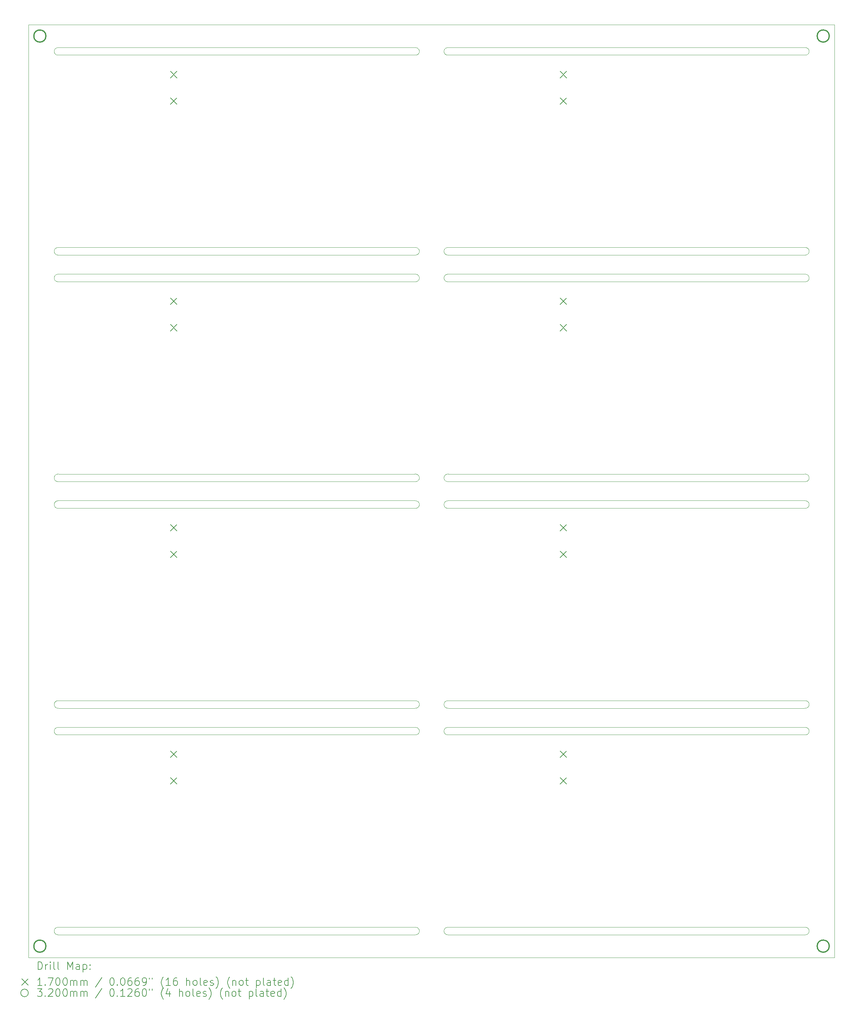
<source format=gbr>
%TF.GenerationSoftware,KiCad,Pcbnew,6.0.11+dfsg-1*%
%TF.CreationDate,2023-04-22T14:00:26+02:00*%
%TF.ProjectId,ulx3s_panel,756c7833-735f-4706-916e-656c2e6b6963,v3.1.8*%
%TF.SameCoordinates,Original*%
%TF.FileFunction,Drillmap*%
%TF.FilePolarity,Positive*%
%FSLAX45Y45*%
G04 Gerber Fmt 4.5, Leading zero omitted, Abs format (unit mm)*
G04 Created by KiCad (PCBNEW 6.0.11+dfsg-1) date 2023-04-22 14:00:26*
%MOMM*%
%LPD*%
G01*
G04 APERTURE LIST*
%ADD10C,0.100000*%
%ADD11C,0.200000*%
%ADD12C,0.170000*%
%ADD13C,0.320000*%
G04 APERTURE END LIST*
D10*
X14417010Y-8781500D02*
X14411329Y-8781337D01*
X24696773Y-8780000D02*
X15301227Y-8780000D01*
X24742752Y-2799597D02*
X24737965Y-2800428D01*
X14463324Y-7886036D02*
X14467766Y-7888005D01*
X14404274Y-14760679D02*
X14400049Y-14760039D01*
X14491923Y-20715854D02*
X14488243Y-20719028D01*
X24778440Y-8059815D02*
X24774334Y-8062415D01*
X25496773Y-2000000D02*
X4203227Y-2000000D01*
X4929893Y-2789810D02*
X4925666Y-2787415D01*
X14405681Y-20740851D02*
X14400042Y-20740038D01*
X24747482Y-26013536D02*
X24741748Y-26014972D01*
X4971704Y-13858619D02*
X4976574Y-13858500D01*
X24805754Y-14717501D02*
X24802956Y-14721474D01*
X24816651Y-7944148D02*
X24818175Y-7948762D01*
X14522536Y-8663186D02*
X14523367Y-8667974D01*
X24822319Y-2697642D02*
X24822438Y-2702500D01*
X15195044Y-2761474D02*
X15192246Y-2757501D01*
X15179825Y-25946238D02*
X15178529Y-25941555D01*
X14522536Y-14643186D02*
X14523367Y-14647974D01*
X15275573Y-8078321D02*
X15265805Y-8076872D01*
X14424426Y-8078321D02*
X14419592Y-8078918D01*
X4952507Y-13861467D02*
X4957248Y-13860402D01*
X14398773Y-7880000D02*
X14398797Y-7880000D01*
X24728296Y-19838620D02*
X24733142Y-19838977D01*
X24805754Y-8627499D02*
X24808353Y-8631604D01*
X4917587Y-13877983D02*
X4921560Y-13875185D01*
X24805754Y-19992501D02*
X24802956Y-19996474D01*
X24712733Y-26019276D02*
X24700440Y-26019880D01*
X24808353Y-14611604D02*
X24810748Y-14615832D01*
X15256252Y-20034972D02*
X15250518Y-20033536D01*
X15181349Y-19970852D02*
X15179825Y-19966238D01*
X14449493Y-20738533D02*
X14444752Y-20739597D01*
X15183098Y-25879614D02*
X15185067Y-25875172D01*
X24802956Y-25976474D02*
X24799966Y-25980305D01*
X24722426Y-2601678D02*
X24732195Y-2603128D01*
X4203227Y-2000000D02*
X4203203Y-2000000D01*
X24819471Y-19913445D02*
X24820536Y-19918186D01*
X4900034Y-14599695D02*
X4903208Y-14596016D01*
X5001958Y-25819962D02*
X5001979Y-25819965D01*
X15232234Y-19848005D02*
X15236676Y-19846036D01*
X15208077Y-8609146D02*
X15211757Y-8605972D01*
X24814902Y-20680386D02*
X24812933Y-20684828D01*
X15285266Y-14059276D02*
X15280408Y-14058918D01*
X24756790Y-8070712D02*
X24752176Y-8072237D01*
X14472107Y-14749810D02*
X14467766Y-14751995D01*
X14425426Y-13858500D02*
X14430296Y-13858619D01*
X15204558Y-25987503D02*
X15201207Y-25983984D01*
X14405681Y-8780851D02*
X14400042Y-8780038D01*
X24778440Y-19855185D02*
X24782412Y-19857983D01*
X24799966Y-20579695D02*
X24802956Y-20583526D01*
X4880529Y-19961555D02*
X4879464Y-19956814D01*
X15201207Y-13891016D02*
X15204558Y-13887497D01*
X15223665Y-8597585D02*
X15227893Y-8595190D01*
X4976574Y-25818500D02*
X4984990Y-25818500D01*
X24696773Y-14760000D02*
X15301227Y-14760000D01*
X4878039Y-20632796D02*
X4878633Y-20627974D01*
X4878633Y-20657026D02*
X4878039Y-20652204D01*
X24793442Y-8752503D02*
X24789923Y-8755854D01*
X15185067Y-14704828D02*
X15183098Y-14700385D01*
X4877562Y-7977500D02*
X4877681Y-7972642D01*
X15245823Y-13862763D02*
X15250506Y-13861467D01*
X4967805Y-14056872D02*
X4963005Y-14056040D01*
X15260035Y-14760428D02*
X15255248Y-14759597D01*
X24747482Y-8073536D02*
X24741748Y-8074972D01*
X4938676Y-8773964D02*
X4934234Y-8771995D01*
X4887067Y-25959828D02*
X4885098Y-25955385D01*
X4917587Y-14742017D02*
X4913757Y-14739028D01*
X14411329Y-25818663D02*
X14417010Y-25818500D01*
X14523367Y-8667974D02*
X14523961Y-8672796D01*
X24752176Y-20032237D02*
X24747482Y-20033536D01*
X4877681Y-25922358D02*
X4877562Y-25917500D01*
X15189647Y-8028396D02*
X15187251Y-8024168D01*
X4881825Y-19966238D02*
X4880529Y-19961555D01*
X14463324Y-26008964D02*
X14458790Y-26010712D01*
X24821961Y-14652796D02*
X24822319Y-14657642D01*
X24770107Y-25830190D02*
X24774334Y-25832585D01*
X4987267Y-8580724D02*
X4999560Y-8580120D01*
X15211757Y-20565972D02*
X15215587Y-20562983D01*
X24822319Y-7972642D02*
X24822438Y-7977500D01*
X24770107Y-20729810D02*
X24765766Y-20731995D01*
X15183098Y-13995385D02*
X15181349Y-13990852D01*
X15185067Y-2660172D02*
X15187251Y-2655832D01*
X15256252Y-8074972D02*
X15250518Y-8073536D01*
X24756790Y-2795713D02*
X24752176Y-2797237D01*
X15215587Y-20562983D02*
X15219560Y-20560185D01*
X24765766Y-20731995D02*
X24761324Y-20733964D01*
X4878633Y-25902974D02*
X4879464Y-25898186D01*
X24697923Y-7879972D02*
X24697982Y-7879969D01*
X15264858Y-7878977D02*
X15269704Y-7878619D01*
X15264858Y-20741023D02*
X15260035Y-20740428D01*
X4947823Y-7882763D02*
X4952507Y-7881467D01*
X4891647Y-19886604D02*
X4894246Y-19882499D01*
X4891647Y-25866604D02*
X4894246Y-25862499D01*
X15241209Y-19844287D02*
X15245823Y-19842763D01*
X15302442Y-14560000D02*
X24695557Y-14560000D01*
X15215587Y-2622983D02*
X15219560Y-2620185D01*
X15195044Y-19878526D02*
X15198034Y-19874695D01*
X24774334Y-20022415D02*
X24770107Y-20024810D01*
X14419592Y-20541082D02*
X14424426Y-20541678D01*
X15208077Y-2629146D02*
X15211757Y-2625972D01*
X14476334Y-20727415D02*
X14472107Y-20729810D01*
X4887067Y-2660172D02*
X4889252Y-2655832D01*
X24736995Y-14563960D02*
X24741748Y-14565028D01*
X15295726Y-13859321D02*
X15299951Y-13859961D01*
X25497994Y-26619019D02*
X25498000Y-26618797D01*
X4881825Y-8711238D02*
X4880529Y-8706555D01*
X15176038Y-14672204D02*
X15175681Y-14667358D01*
X14504956Y-7918526D02*
X14507754Y-7922499D01*
X4925666Y-14747415D02*
X4921560Y-14744815D01*
X15189647Y-2753396D02*
X15187251Y-2749168D01*
X24700440Y-20540120D02*
X24712733Y-20540724D01*
X4990671Y-2801337D02*
X4984990Y-2801500D01*
X14472107Y-14575190D02*
X14476334Y-14577585D01*
X4889252Y-14709168D02*
X4887067Y-14704828D01*
X24799966Y-8040305D02*
X24796792Y-8043984D01*
X14434195Y-20543128D02*
X14438995Y-20543960D01*
X24722426Y-14058321D02*
X24717592Y-14058918D01*
X14399923Y-19839972D02*
X14399982Y-19839969D01*
X5003227Y-2800000D02*
X5003203Y-2800000D01*
X24712733Y-14059276D02*
X24700440Y-14059880D01*
X15299951Y-13859961D02*
X15299979Y-13859965D01*
X24821367Y-8697026D02*
X24820536Y-8701814D01*
X4880529Y-2678445D02*
X4881825Y-2673762D01*
X15285266Y-2600724D02*
X15297560Y-2600120D01*
X15301227Y-14760000D02*
X15301203Y-14760000D01*
X15301227Y-7880000D02*
X24696773Y-7880000D01*
X14472107Y-8769810D02*
X14467766Y-8771995D01*
X24696773Y-19840000D02*
X24696797Y-19840000D01*
X24752176Y-8587763D02*
X24756790Y-8589287D01*
X24733142Y-20741023D02*
X24728296Y-20741380D01*
X4921560Y-8059815D02*
X4917587Y-8057017D01*
X4877681Y-13962358D02*
X4877562Y-13957500D01*
X15301227Y-13860000D02*
X24696773Y-13860000D01*
X5003203Y-7880000D02*
X5003227Y-7880000D01*
X15241209Y-26010712D02*
X15236676Y-26008964D01*
X15187251Y-7930832D02*
X15189647Y-7926604D01*
X25497570Y-26619812D02*
X25497610Y-26619783D01*
X4889252Y-2749168D02*
X4887067Y-2744828D01*
X14516902Y-14700385D02*
X14514933Y-14704828D01*
X14524438Y-7977500D02*
X14524319Y-7982358D01*
X24793442Y-14027503D02*
X24789923Y-14030854D01*
X15236676Y-8068964D02*
X15232234Y-8066995D01*
X14398773Y-13860000D02*
X14398797Y-13860000D01*
X24808353Y-8631604D02*
X24810748Y-8635832D01*
X4885098Y-14624614D02*
X4887067Y-14620172D01*
X4877681Y-19942358D02*
X4877562Y-19937500D01*
X15176633Y-13972026D02*
X15176038Y-13967204D01*
X4879464Y-2683186D02*
X4880529Y-2678445D01*
X4952518Y-14566464D02*
X4958252Y-14565028D01*
X24715006Y-14761500D02*
X24710745Y-14761408D01*
X14399923Y-25819972D02*
X14399982Y-25819969D01*
X14516902Y-8720386D02*
X14514933Y-8724828D01*
X24822438Y-2702500D02*
X24822319Y-2707358D01*
X24818175Y-25888762D02*
X24819471Y-25893445D01*
X14510353Y-8733396D02*
X14507754Y-8737501D01*
X4202056Y-2000692D02*
X4202042Y-2000739D01*
X24770107Y-8595190D02*
X24774334Y-8597585D01*
X14507754Y-8032501D02*
X14504956Y-8036474D01*
X4202600Y-26619909D02*
X4202646Y-26619927D01*
X24789923Y-14735854D02*
X24786243Y-14739028D01*
X4987267Y-8079276D02*
X4982408Y-8078918D01*
X15287255Y-14761408D02*
X15282993Y-14761500D01*
X4906558Y-14027503D02*
X4903208Y-14023984D01*
X4202030Y-2000786D02*
X4202020Y-2000834D01*
X15241209Y-20030713D02*
X15236676Y-20028964D01*
X15223665Y-7892585D02*
X15227893Y-7890190D01*
X15294319Y-20740851D02*
X15288671Y-20741337D01*
X15301227Y-8780000D02*
X15301203Y-8780000D01*
X14514933Y-13999828D02*
X14512748Y-14004168D01*
X14488243Y-2625972D02*
X14491923Y-2629146D01*
X4877562Y-8682500D02*
X4877681Y-8677642D01*
X24810748Y-14004168D02*
X24808353Y-14008396D01*
X15198034Y-14725305D02*
X15195044Y-14721474D01*
X4202135Y-26619487D02*
X4202161Y-26619529D01*
X15192246Y-20697501D02*
X15189647Y-20693396D01*
X4963005Y-26016040D02*
X4958252Y-26014972D01*
X14463324Y-8068964D02*
X14458790Y-8070712D01*
X24733142Y-25818977D02*
X24737965Y-25819572D01*
X4897044Y-13898526D02*
X4900034Y-13894695D01*
X4900034Y-7914695D02*
X4903208Y-7911016D01*
X15176038Y-2692796D02*
X15176633Y-2687974D01*
X14408502Y-13858865D02*
X14412745Y-13858591D01*
X5001951Y-13859961D02*
X5001951Y-13859961D01*
X15189647Y-20591604D02*
X15192246Y-20587499D01*
X4925666Y-20022415D02*
X4921560Y-20019815D01*
X4885098Y-19975386D02*
X4883349Y-19970852D01*
X24732195Y-14563127D02*
X24736995Y-14563960D01*
X15300017Y-8780031D02*
X15299958Y-8780038D01*
X24802956Y-20583526D02*
X24805754Y-20587499D01*
X4943210Y-20030713D02*
X4938676Y-20028964D01*
X4900034Y-25854695D02*
X4903208Y-25851016D01*
X24812933Y-8724828D02*
X24810748Y-8729168D01*
X14523367Y-25902974D02*
X14523961Y-25907796D01*
X4906558Y-25847497D02*
X4910077Y-25844146D01*
X14512748Y-14004168D02*
X14510353Y-14008396D01*
X4967805Y-14563127D02*
X4977574Y-14561678D01*
X24820536Y-13976814D02*
X24819471Y-13981555D01*
X24697982Y-19839969D02*
X24698041Y-19839962D01*
X15302442Y-2600000D02*
X24695557Y-2600000D01*
X14419592Y-2601082D02*
X14424426Y-2601678D01*
X15178529Y-19961555D02*
X15177464Y-19956814D01*
X24782412Y-7897983D02*
X24786243Y-7900972D01*
X14524319Y-7982358D02*
X14523961Y-7987204D01*
X24821961Y-2712204D02*
X24821367Y-2717026D01*
X4925666Y-20557585D02*
X4929893Y-20555190D01*
X4917587Y-8057017D02*
X4913757Y-8054028D01*
X24747482Y-2606464D02*
X24752176Y-2607763D01*
X15269704Y-20741380D02*
X15264858Y-20741023D01*
X4962035Y-8780428D02*
X4957248Y-8779597D01*
X14397557Y-2600000D02*
X14402440Y-2600120D01*
X14491923Y-19864146D02*
X14495442Y-19867497D01*
X24818175Y-13928762D02*
X24819471Y-13933445D01*
X25497944Y-2000692D02*
X25497927Y-2000645D01*
X14449482Y-8073536D02*
X14443748Y-8074972D01*
X14425426Y-25818500D02*
X14430296Y-25818619D01*
X14397557Y-8080000D02*
X5004443Y-8080000D01*
X14449482Y-2606464D02*
X14454176Y-2607763D01*
X15294319Y-7879149D02*
X15299958Y-7879962D01*
X24818175Y-2673762D02*
X24819471Y-2678445D01*
X15211757Y-25994028D02*
X15208077Y-25990854D01*
X14518651Y-13924148D02*
X14520175Y-13928762D01*
X14512748Y-19984168D02*
X14510353Y-19988396D01*
X15198034Y-2639695D02*
X15201207Y-2636016D01*
X24752176Y-19842763D02*
X24756790Y-19844287D01*
X14430296Y-7878619D02*
X14435142Y-7878977D01*
X15236676Y-2793964D02*
X15232234Y-2791995D01*
X24698042Y-2800038D02*
X24698042Y-2800038D01*
X15187251Y-14004168D02*
X15185067Y-13999828D01*
X15208077Y-20715854D02*
X15204558Y-20712503D01*
X4921560Y-14039815D02*
X4917587Y-14037017D01*
X14523961Y-19947204D02*
X14523367Y-19952026D01*
X4202042Y-2000739D02*
X4202030Y-2000786D01*
X15245823Y-26012237D02*
X15241209Y-26010712D01*
X4889252Y-13910832D02*
X4891647Y-13906604D01*
X15176633Y-8667974D02*
X15177464Y-8663186D01*
X24703681Y-20740851D02*
X24698042Y-20740038D01*
X4906558Y-20007503D02*
X4903208Y-20003984D01*
X4202600Y-2000091D02*
X4202556Y-2000112D01*
X24789923Y-14589146D02*
X24793442Y-14592497D01*
X24752176Y-14567763D02*
X24756790Y-14569287D01*
X24756790Y-2609287D02*
X24761324Y-2611036D01*
X15227893Y-13870190D02*
X15232234Y-13868005D01*
X14495442Y-8047503D02*
X14491923Y-8050854D01*
X4202316Y-26619719D02*
X4202352Y-26619752D01*
X24786243Y-2625972D02*
X24789923Y-2629146D01*
X24703681Y-2800851D02*
X24698042Y-2800038D01*
X14476334Y-8767415D02*
X14472107Y-8769810D01*
X15181349Y-13990852D02*
X15179825Y-13986238D01*
X14516902Y-8015385D02*
X14514933Y-8019828D01*
X14501966Y-2765305D02*
X14498792Y-2768984D01*
X14504956Y-2761474D02*
X14501966Y-2765305D01*
X15219560Y-19855185D02*
X15223665Y-19852585D01*
X15299979Y-25819965D02*
X15300028Y-25819970D01*
X24765766Y-20026995D02*
X24761324Y-20028964D01*
X4977574Y-14058321D02*
X4967805Y-14056872D01*
X14488243Y-8759028D02*
X14484412Y-8762017D01*
X24796792Y-14728984D02*
X24793442Y-14732503D01*
X15288671Y-20741337D02*
X15282990Y-20741500D01*
X4929893Y-20024810D02*
X4925666Y-20022415D01*
X4952518Y-26013536D02*
X4952518Y-26013536D01*
X14411329Y-20741337D02*
X14405681Y-20740851D01*
X15291498Y-14761135D02*
X15287255Y-14761408D01*
X14522536Y-8701814D02*
X14521471Y-8706555D01*
X15250518Y-20546464D02*
X15256252Y-20545028D01*
X24698048Y-13859961D02*
X24702274Y-13859321D01*
X15176038Y-13967204D02*
X15175681Y-13962358D01*
X15189647Y-25866604D02*
X15192246Y-25862499D01*
X15245823Y-8072237D02*
X15241209Y-8070712D01*
X14507754Y-8737501D02*
X14504956Y-8741474D01*
X25497865Y-26619487D02*
X25497888Y-26619444D01*
X14458790Y-8589287D02*
X14463324Y-8591036D01*
X15232234Y-26006995D02*
X15227893Y-26004810D01*
X4993498Y-13858865D02*
X4997726Y-13859321D01*
X4900034Y-8040305D02*
X4897044Y-8036474D01*
X15288671Y-19838663D02*
X15294319Y-19839149D01*
X24793442Y-8612497D02*
X24796792Y-8616016D01*
X4900034Y-20579695D02*
X4903208Y-20576016D01*
X4967805Y-20036872D02*
X4963005Y-20036040D01*
X24821961Y-20652204D02*
X24821367Y-20657026D01*
X14512748Y-19890832D02*
X14514933Y-19895172D01*
X15187251Y-8729168D02*
X15185067Y-8724828D01*
X5003203Y-19840000D02*
X5003227Y-19840000D01*
X24697965Y-13859970D02*
X24698007Y-13859966D01*
X24821367Y-20657026D02*
X24820536Y-20661814D01*
X24810748Y-19984168D02*
X24808353Y-19988396D01*
X24778440Y-20724815D02*
X24774334Y-20727415D01*
X15301227Y-25820000D02*
X24696773Y-25820000D01*
X14484412Y-19857983D02*
X14488243Y-19860972D01*
X15300077Y-13859972D02*
X15301203Y-13860000D01*
X15232234Y-25828005D02*
X15236676Y-25826036D01*
X4879464Y-2721814D02*
X4878633Y-2717026D01*
X15198034Y-8040305D02*
X15195044Y-8036474D01*
X14524319Y-14667358D02*
X14523961Y-14672204D01*
X24698021Y-14760035D02*
X24697972Y-14760030D01*
X24736995Y-20543960D02*
X24741748Y-20545028D01*
X4903208Y-20003984D02*
X4900034Y-20000305D01*
X4921560Y-20019815D02*
X4917587Y-20017017D01*
X4900034Y-14725305D02*
X4897044Y-14721474D01*
X24774334Y-19852585D02*
X24778440Y-19855185D01*
X4938676Y-2611036D02*
X4943210Y-2609287D01*
X4958252Y-20034972D02*
X4952518Y-20033536D01*
X24774334Y-14747415D02*
X24770107Y-14749810D01*
X14472107Y-7890190D02*
X14476334Y-7892585D01*
X14449482Y-26013536D02*
X14443748Y-26014972D01*
X4910077Y-8755854D02*
X4906558Y-8752503D01*
X24770107Y-13870190D02*
X24774334Y-13872585D01*
X24782412Y-20562983D02*
X24786243Y-20565972D01*
X24816651Y-14695852D02*
X24814902Y-14700385D01*
X4881825Y-14691238D02*
X4880529Y-14686555D01*
X25497570Y-2000188D02*
X25497529Y-2000160D01*
X14521471Y-14638445D02*
X14522536Y-14643186D01*
X24821961Y-2692796D02*
X24822319Y-2697642D01*
X14518651Y-19904148D02*
X14520175Y-19908762D01*
X24799966Y-13894695D02*
X24802956Y-13898526D01*
X14498792Y-2636016D02*
X14501966Y-2639695D01*
X4878039Y-25907796D02*
X4878633Y-25902974D01*
X15219560Y-14580185D02*
X15223665Y-14577585D01*
X24819471Y-14638445D02*
X24820536Y-14643186D01*
X15195044Y-20701474D02*
X15192246Y-20697501D01*
X24805754Y-7922499D02*
X24808353Y-7926604D01*
X4878633Y-13972026D02*
X4878039Y-13967204D01*
X15187251Y-8024168D02*
X15185067Y-8019828D01*
X15227893Y-8595190D02*
X15232234Y-8593005D01*
X15291498Y-13858865D02*
X15295726Y-13859321D01*
X14414733Y-26019276D02*
X14402440Y-26019880D01*
X4881825Y-20671238D02*
X4880529Y-20666555D01*
X14484412Y-8057017D02*
X14480440Y-8059815D01*
X24819471Y-20666555D02*
X24818175Y-20671238D01*
X4929893Y-14575190D02*
X4934234Y-14573005D01*
X24778440Y-20019815D02*
X24774334Y-20022415D01*
X24805754Y-20587499D02*
X24808353Y-20591604D01*
X14495442Y-8612497D02*
X14498792Y-8616016D01*
X15236676Y-14571036D02*
X15241209Y-14569287D01*
X15236676Y-25826036D02*
X15241209Y-25824287D01*
X15179825Y-25888762D02*
X15181349Y-25884148D01*
X15183098Y-14624614D02*
X15185067Y-14620172D01*
X24696797Y-14760000D02*
X24696773Y-14760000D01*
X4977574Y-14561678D02*
X4982408Y-14561082D01*
X15250518Y-26013536D02*
X15245823Y-26012237D01*
X4913757Y-20565972D02*
X4917587Y-20562983D01*
X14463324Y-8591036D02*
X14467766Y-8593005D01*
X14514933Y-19979828D02*
X14512748Y-19984168D01*
X15301203Y-13860000D02*
X15301227Y-13860000D01*
X24822319Y-20637642D02*
X24822438Y-20642500D01*
X24786243Y-2779028D02*
X24782412Y-2782017D01*
X15201207Y-8043984D02*
X15198034Y-8040305D01*
X24698021Y-8780035D02*
X24697972Y-8780030D01*
X24820536Y-25898186D02*
X24821367Y-25902974D01*
X24822319Y-13952642D02*
X24822438Y-13957500D01*
X24814902Y-2664614D02*
X24816651Y-2669148D01*
X24756790Y-7884287D02*
X24761324Y-7886036D01*
X4913757Y-25994028D02*
X4910077Y-25990854D01*
X4925666Y-20727415D02*
X4921560Y-20724815D01*
X15177464Y-2683186D02*
X15178529Y-2678445D01*
X24812933Y-8640172D02*
X24814902Y-8644614D01*
X24821961Y-25907796D02*
X24822319Y-25912642D01*
X4202390Y-26619783D02*
X4202430Y-26619812D01*
X4906558Y-20572497D02*
X4910077Y-20569146D01*
X24802956Y-13898526D02*
X24805754Y-13902499D01*
X14491923Y-13884146D02*
X14495442Y-13887497D01*
X15176038Y-2712204D02*
X15175681Y-2707358D01*
X24799966Y-14725305D02*
X24796792Y-14728984D01*
X24715010Y-8781500D02*
X24709329Y-8781337D01*
X5004443Y-8580000D02*
X14397557Y-8580000D01*
X14507754Y-25972501D02*
X14504956Y-25976474D01*
X15175681Y-20647358D02*
X15175562Y-20642500D01*
X15189647Y-8733396D02*
X15187251Y-8729168D01*
X14472107Y-19850190D02*
X14476334Y-19852585D01*
X14512748Y-8024168D02*
X14510353Y-8028396D01*
X15299951Y-13859961D02*
X15299951Y-13859961D01*
X24814902Y-19899614D02*
X24816651Y-19904148D01*
X15255248Y-8779597D02*
X15250506Y-8778533D01*
X24696773Y-7880000D02*
X24696797Y-7880000D01*
X14524319Y-20637642D02*
X14524438Y-20642500D01*
X4879464Y-7996814D02*
X4878633Y-7992026D01*
X24747493Y-7881467D02*
X24752176Y-7882763D01*
X15201207Y-14596016D02*
X15204558Y-14592497D01*
X14512748Y-25870832D02*
X14514933Y-25875172D01*
X15301203Y-2800000D02*
X15300077Y-2800028D01*
X14402440Y-8079880D02*
X14397557Y-8080000D01*
X15181349Y-14695852D02*
X15179825Y-14691238D01*
X24814902Y-13919614D02*
X24816651Y-13924148D01*
X24765766Y-19848005D02*
X24770107Y-19850190D01*
X14495442Y-25987503D02*
X14491923Y-25990854D01*
X14400042Y-2800038D02*
X14400042Y-2800038D01*
X4982408Y-20541082D02*
X4987267Y-20540724D01*
X4891647Y-13906604D02*
X4894246Y-13902499D01*
X15299979Y-19839965D02*
X15300028Y-19839970D01*
X14518651Y-13990852D02*
X14516902Y-13995385D01*
X24765766Y-2791995D02*
X24761324Y-2793964D01*
X15176038Y-7967796D02*
X15176633Y-7962974D01*
X4910077Y-25844146D02*
X4913757Y-25840972D01*
X24733142Y-13858977D02*
X24737965Y-13859572D01*
X24822319Y-14657642D02*
X24822438Y-14662500D01*
X14488243Y-25840972D02*
X14491923Y-25844146D01*
X24770107Y-2615190D02*
X24774334Y-2617585D01*
X14507754Y-14607499D02*
X14510353Y-14611604D01*
X14523961Y-25907796D02*
X14524319Y-25912642D01*
X14521471Y-8706555D02*
X14520175Y-8711238D01*
X4929893Y-26004810D02*
X4925666Y-26002415D01*
X24697923Y-8780028D02*
X24696797Y-8780000D01*
X4891647Y-7926604D02*
X4894246Y-7922499D01*
X14518651Y-2669148D02*
X14520175Y-2673762D01*
X4878039Y-20652204D02*
X4877681Y-20647358D01*
X24802956Y-8741474D02*
X24799966Y-8745305D01*
X24723426Y-20741500D02*
X24715010Y-20741500D01*
X4878633Y-8667974D02*
X4879464Y-8663186D01*
X25497117Y-26619987D02*
X25497165Y-26619980D01*
X24697923Y-20740028D02*
X24696797Y-20740000D01*
X15215587Y-20722017D02*
X15211757Y-20719028D01*
X15241209Y-8775713D02*
X15236676Y-8773964D01*
X24820536Y-2683186D02*
X24821367Y-2687974D01*
X24812933Y-20600172D02*
X24814902Y-20604614D01*
X15179825Y-20613762D02*
X15181349Y-20609148D01*
X24810748Y-13910832D02*
X24812933Y-13915172D01*
X15215587Y-8602983D02*
X15219560Y-8600185D01*
X15175562Y-8682500D02*
X15175681Y-8677642D01*
X15189647Y-14713396D02*
X15187251Y-14709168D01*
X14454176Y-2607763D02*
X14458790Y-2609287D01*
X4947823Y-14052237D02*
X4943210Y-14050712D01*
X4889252Y-19984168D02*
X4887067Y-19979828D01*
X24698041Y-19839962D02*
X24703681Y-19839149D01*
X24796792Y-20576016D02*
X24799966Y-20579695D01*
X24741748Y-14054972D02*
X24736995Y-14056040D01*
X24761324Y-8591036D02*
X24765766Y-8593005D01*
X15301227Y-19840000D02*
X24696773Y-19840000D01*
X4929893Y-14044810D02*
X4925666Y-14042415D01*
X15269704Y-14761380D02*
X15264858Y-14761023D01*
X4952518Y-26013536D02*
X4947823Y-26012237D01*
X15265805Y-14563127D02*
X15275573Y-14561678D01*
X24799966Y-8619695D02*
X24802956Y-8623526D01*
X15181349Y-8010852D02*
X15179825Y-8006238D01*
X4999560Y-20039880D02*
X4987267Y-20039276D01*
X24712733Y-14560724D02*
X24717592Y-14561082D01*
X15177464Y-20661814D02*
X15176633Y-20657026D01*
X14504956Y-19996474D02*
X14501966Y-20000305D01*
X15274574Y-14761500D02*
X15274574Y-14761500D01*
X14467766Y-19848005D02*
X14472107Y-19850190D01*
X24765766Y-14046995D02*
X24761324Y-14048964D01*
X4943210Y-8775713D02*
X4938676Y-8773964D01*
X15189647Y-14008396D02*
X15187251Y-14004168D01*
X15223665Y-2787415D02*
X15219560Y-2784815D01*
X14417006Y-14761500D02*
X14412745Y-14761408D01*
X5003227Y-14760000D02*
X5003203Y-14760000D01*
X15227893Y-14749810D02*
X15223665Y-14747415D01*
X14400041Y-7879962D02*
X14405681Y-7879149D01*
X14467766Y-8771995D02*
X14463324Y-8773964D01*
X25497987Y-26619117D02*
X25497992Y-26619068D01*
X24818175Y-8006238D02*
X24816651Y-8010852D01*
X15201207Y-2636016D02*
X15204558Y-2632497D01*
X14510353Y-8028396D02*
X14507754Y-8032501D01*
X14425426Y-8781500D02*
X14417010Y-8781500D01*
X14498792Y-14728984D02*
X14495442Y-14732503D01*
X14524319Y-2697642D02*
X14524438Y-2702500D01*
X4877681Y-25912642D02*
X4878039Y-25907796D01*
X24697972Y-20740030D02*
X24697923Y-20740028D01*
X24722426Y-20038322D02*
X24717592Y-20038918D01*
X14412745Y-14761408D02*
X14408502Y-14761135D01*
X14402440Y-20039880D02*
X14397557Y-20040000D01*
X14454176Y-25822763D02*
X14458790Y-25824287D01*
X14454176Y-14757237D02*
X14449493Y-14758533D01*
X15274574Y-8781500D02*
X15269704Y-8781380D01*
X15215587Y-20017017D02*
X15211757Y-20014028D01*
X24761324Y-25826036D02*
X24765766Y-25828005D01*
X4929893Y-7890190D02*
X4934234Y-7888005D01*
X14523367Y-20627974D02*
X14523961Y-20632796D01*
X15176038Y-25927204D02*
X15175681Y-25922358D01*
X14498792Y-14023984D02*
X14495442Y-14027503D01*
X4952518Y-20033536D02*
X4947823Y-20032237D01*
X4938676Y-20551036D02*
X4943210Y-20549287D01*
X4202430Y-26619812D02*
X4202470Y-26619839D01*
X4917587Y-25997017D02*
X4913757Y-25994028D01*
X15219560Y-14039815D02*
X15215587Y-14037017D01*
X14476334Y-7892585D02*
X14480440Y-7895185D01*
X24756790Y-8775713D02*
X24752176Y-8777237D01*
X4879464Y-14681814D02*
X4878633Y-14677026D01*
X4202020Y-2000834D02*
X4202013Y-2000883D01*
X4894246Y-20587499D02*
X4897044Y-20583526D01*
X15223665Y-8767415D02*
X15219560Y-8764815D01*
X15300028Y-7879970D02*
X15300077Y-7879972D01*
X15300017Y-20740031D02*
X15299958Y-20740038D01*
X14438995Y-8583960D02*
X14443748Y-8585028D01*
X15241209Y-8589287D02*
X15245823Y-8587763D01*
X25497944Y-26619308D02*
X25497958Y-26619261D01*
X15255248Y-7880402D02*
X15260035Y-7879572D01*
X24812933Y-2660172D02*
X24814902Y-2664614D01*
X14443748Y-26014972D02*
X14438995Y-26016040D01*
X4962035Y-25819572D02*
X4966858Y-25818977D01*
X4934234Y-19848005D02*
X4938676Y-19846036D01*
X4989255Y-13858591D02*
X4993498Y-13858865D01*
X14480440Y-19855185D02*
X14484412Y-19857983D01*
X15189647Y-19988396D02*
X15187251Y-19984168D01*
X25497308Y-26619944D02*
X25497354Y-26619927D01*
X24819471Y-25893445D02*
X24820536Y-25898186D01*
X24812933Y-13915172D02*
X24814902Y-13919614D01*
X4917587Y-20722017D02*
X4913757Y-20719028D01*
X15179825Y-7948762D02*
X15181349Y-7944148D01*
X15178529Y-25893445D02*
X15179825Y-25888762D01*
X24733142Y-8781023D02*
X24728296Y-8781380D01*
X14458790Y-19844287D02*
X14463324Y-19846036D01*
X4894246Y-14012501D02*
X4891647Y-14008396D01*
X15204558Y-8612497D02*
X15208077Y-8609146D01*
X15211757Y-8054028D02*
X15208077Y-8050854D01*
X4917587Y-8602983D02*
X4921560Y-8600185D01*
X15211757Y-8605972D02*
X15215587Y-8602983D01*
X4957248Y-19840403D02*
X4962035Y-19839572D01*
X24821367Y-19952026D02*
X24820536Y-19956814D01*
X14438995Y-20036040D02*
X14434195Y-20036872D01*
X14488243Y-8054028D02*
X14484412Y-8057017D01*
X14498792Y-7911016D02*
X14501966Y-7914695D01*
X14520175Y-7948762D02*
X14521471Y-7953445D01*
X24805754Y-19882499D02*
X24808353Y-19886604D01*
X24796792Y-13891016D02*
X24799966Y-13894695D01*
X14472107Y-2789810D02*
X14467766Y-2791995D01*
X15264858Y-13858977D02*
X15269704Y-13858619D01*
X15269704Y-19838620D02*
X15274574Y-19838500D01*
X14463324Y-20733964D02*
X14458790Y-20735713D01*
X14458790Y-2609287D02*
X14463324Y-2611036D01*
X24789923Y-19864146D02*
X24793442Y-19867497D01*
X14501966Y-25980305D02*
X14498792Y-25983984D01*
X24786243Y-20014028D02*
X24782412Y-20017017D01*
X15178529Y-14638445D02*
X15179825Y-14633762D01*
X14444752Y-19840403D02*
X14449493Y-19841467D01*
X4996319Y-8780851D02*
X4990671Y-8781337D01*
X14488243Y-8605972D02*
X14491923Y-8609146D01*
X4202834Y-2000020D02*
X4202786Y-2000030D01*
X4917587Y-14037017D02*
X4913757Y-14034028D01*
X4894246Y-8032501D02*
X4891647Y-8028396D01*
X24789923Y-20715854D02*
X24786243Y-20719028D01*
X25497308Y-2000056D02*
X25497261Y-2000042D01*
X14438995Y-20543960D02*
X14443748Y-20545028D01*
X15265805Y-20036872D02*
X15261005Y-20036040D01*
X15204558Y-25847497D02*
X15208077Y-25844146D01*
X24789923Y-8609146D02*
X24793442Y-8612497D01*
X15282990Y-2801500D02*
X15274574Y-2801500D01*
X14510353Y-19886604D02*
X14512748Y-19890832D01*
X15204558Y-14592497D02*
X15208077Y-14589146D01*
X15204558Y-20712503D02*
X15201207Y-20708984D01*
X14491923Y-8050854D02*
X14488243Y-8054028D01*
X14398773Y-19840000D02*
X14398797Y-19840000D01*
X15299993Y-14760033D02*
X15299951Y-14760039D01*
X14498792Y-25983984D02*
X14495442Y-25987503D01*
X24818175Y-25946238D02*
X24816651Y-25950852D01*
X15250518Y-14053536D02*
X15245823Y-14052237D01*
X15245823Y-19842763D02*
X15250506Y-19841467D01*
X4889252Y-7930832D02*
X4891647Y-7926604D01*
X14417010Y-7878500D02*
X14425426Y-7878500D01*
X14400048Y-13859961D02*
X14404274Y-13859321D01*
X15227893Y-14044810D02*
X15223665Y-14042415D01*
X14399923Y-7879972D02*
X14399982Y-7879969D01*
X14399923Y-8780028D02*
X14398797Y-8780000D01*
X15177464Y-19918186D02*
X15178529Y-19913445D01*
X24770107Y-20024810D02*
X24765766Y-20026995D01*
X4887067Y-20684828D02*
X4885098Y-20680386D01*
X14480440Y-25835185D02*
X14484412Y-25837983D01*
X4894246Y-25972501D02*
X4891647Y-25968396D01*
X14516902Y-19899614D02*
X14518651Y-19904148D01*
X4202281Y-26619684D02*
X4202316Y-26619719D01*
X24756790Y-14755712D02*
X24752176Y-14757237D01*
X24747482Y-20546464D02*
X24752176Y-20547763D01*
X14523367Y-13942974D02*
X14523961Y-13947796D01*
X14419592Y-8078918D02*
X14414733Y-8079276D01*
X4990671Y-19838663D02*
X4996319Y-19839149D01*
X15250506Y-20738533D02*
X15245823Y-20737237D01*
X15192246Y-19882499D02*
X15195044Y-19878526D01*
X24802956Y-2761474D02*
X24799966Y-2765305D01*
X14484412Y-25997017D02*
X14480440Y-25999815D01*
X14524319Y-7972642D02*
X14524438Y-7977500D01*
X24741748Y-8585028D02*
X24747482Y-8586464D01*
X24814902Y-25955385D02*
X24812933Y-25959828D01*
X14521471Y-20666555D02*
X14520175Y-20671238D01*
X24789923Y-20010854D02*
X24786243Y-20014028D01*
X14501966Y-8745305D02*
X14498792Y-8748984D01*
X14510353Y-14713396D02*
X14507754Y-14717501D01*
X4943210Y-20735713D02*
X4938676Y-20733964D01*
X24810748Y-7930832D02*
X24812933Y-7935172D01*
X15256252Y-8585028D02*
X15261005Y-8583960D01*
X4202248Y-2000352D02*
X4202217Y-2000390D01*
X24820536Y-14681814D02*
X24819471Y-14686555D01*
X4938676Y-2793964D02*
X4934234Y-2791995D01*
X15236676Y-2611036D02*
X15241209Y-2609287D01*
X4906558Y-8752503D02*
X4903208Y-8748984D01*
X24742752Y-8779597D02*
X24737965Y-8780428D01*
X14504956Y-8741474D02*
X14501966Y-8745305D01*
X24695557Y-20040000D02*
X15302442Y-20040000D01*
X24796792Y-20708984D02*
X24793442Y-20712503D01*
X24810748Y-8635832D02*
X24812933Y-8640172D01*
X25497529Y-26619839D02*
X25497570Y-26619812D01*
X4878039Y-14652796D02*
X4878633Y-14647974D01*
X24717592Y-20038918D02*
X24712733Y-20039276D01*
X14498792Y-19871016D02*
X14501966Y-19874695D01*
X4202248Y-26619648D02*
X4202281Y-26619684D01*
X14516902Y-19975386D02*
X14514933Y-19979828D01*
X4885098Y-13919614D02*
X4887067Y-13915172D01*
X24796792Y-8748984D02*
X24793442Y-8752503D01*
X4202000Y-2001203D02*
X4202000Y-2001227D01*
X24761324Y-2793964D02*
X24756790Y-2795713D01*
X14424426Y-8581678D02*
X14434195Y-8583128D01*
X15299958Y-8780038D02*
X15294319Y-8780851D01*
X15300028Y-19839970D02*
X15300077Y-19839972D01*
X15175562Y-13957500D02*
X15175681Y-13952642D01*
X24799966Y-8745305D02*
X24796792Y-8748984D01*
X14504956Y-13898526D02*
X14507754Y-13902499D01*
X4910077Y-2629146D02*
X4913757Y-2625972D01*
X14449493Y-7881467D02*
X14454176Y-7882763D01*
X15176633Y-19952026D02*
X15176038Y-19947204D01*
X25497261Y-26619958D02*
X25497308Y-26619944D01*
X4929893Y-20729810D02*
X4925666Y-20727415D01*
X14467766Y-2613005D02*
X14472107Y-2615190D01*
X14498792Y-2768984D02*
X14495442Y-2772503D01*
X24805754Y-13902499D02*
X24808353Y-13906604D01*
X4880529Y-25941555D02*
X4879464Y-25936814D01*
X24722426Y-8078321D02*
X24717592Y-8078918D01*
X15183098Y-20604614D02*
X15185067Y-20600172D01*
X5003203Y-25820000D02*
X5003227Y-25820000D01*
X15192246Y-8627499D02*
X15195044Y-8623526D01*
X14495442Y-13887497D02*
X14498792Y-13891016D01*
X4881825Y-7948762D02*
X4883349Y-7944148D01*
X15181349Y-8649148D02*
X15183098Y-8644614D01*
X14476334Y-2617585D02*
X14480440Y-2620185D01*
X24821367Y-7992026D02*
X24820536Y-7996814D01*
X4883349Y-7944148D02*
X4885098Y-7939614D01*
X15175562Y-7977500D02*
X15175681Y-7972642D01*
X4996319Y-19839149D02*
X5001958Y-19839962D01*
X4885098Y-2664614D02*
X4887067Y-2660172D01*
X14501966Y-13894695D02*
X14504956Y-13898526D01*
X15280408Y-8078918D02*
X15275573Y-8078321D01*
X14504956Y-8036474D02*
X14501966Y-8040305D01*
X15198034Y-2765305D02*
X15195044Y-2761474D01*
X4202786Y-26619970D02*
X4202834Y-26619980D01*
X14520175Y-13928762D02*
X14521471Y-13933445D01*
X14520175Y-19908762D02*
X14521471Y-19913445D01*
X14472107Y-14044810D02*
X14467766Y-14046995D01*
X15175562Y-20642500D02*
X15175681Y-20637642D01*
X14495442Y-19867497D02*
X14498792Y-19871016D01*
X24814902Y-20604614D02*
X24816651Y-20609148D01*
X4202316Y-2000281D02*
X4202281Y-2000316D01*
X14444752Y-2799597D02*
X14439965Y-2800428D01*
X14463324Y-25826036D02*
X14467766Y-25828005D01*
X4982408Y-26018918D02*
X4977574Y-26018321D01*
X15176633Y-25932026D02*
X15176038Y-25927204D01*
X15198034Y-13894695D02*
X15201207Y-13891016D01*
X14404274Y-13859321D02*
X14408502Y-13858865D01*
X24796792Y-7911016D02*
X24799966Y-7914695D01*
X4947823Y-8072237D02*
X4943210Y-8070712D01*
X14504956Y-14721474D02*
X14501966Y-14725305D01*
X4202739Y-2000042D02*
X4202692Y-2000056D01*
X15280408Y-14561082D02*
X15285266Y-14560724D01*
X14444752Y-20739597D02*
X14439965Y-20740428D01*
X5002077Y-14760028D02*
X5002035Y-14760030D01*
X15269704Y-7878619D02*
X15274574Y-7878500D01*
X4966858Y-14761023D02*
X4962035Y-14760428D01*
X15227893Y-20729810D02*
X15223665Y-20727415D01*
X15175562Y-14662500D02*
X15175681Y-14657642D01*
X25496797Y-26620000D02*
X25497019Y-26619994D01*
X14507754Y-19992501D02*
X14504956Y-19996474D01*
X14524438Y-20642500D02*
X14524319Y-20647358D01*
X15299958Y-19839962D02*
X15299979Y-19839965D01*
X4976574Y-8781500D02*
X4976574Y-8781500D01*
X4938676Y-20028964D02*
X4934234Y-20026995D01*
X15241209Y-14050712D02*
X15236676Y-14048964D01*
X15215587Y-2782017D02*
X15211757Y-2779028D01*
X4910077Y-20010854D02*
X4906558Y-20007503D01*
X14412745Y-13858591D02*
X14417006Y-13858500D01*
X15223665Y-20557585D02*
X15227893Y-20555190D01*
X15219560Y-2784815D02*
X15215587Y-2782017D01*
X15181349Y-20675852D02*
X15179825Y-20671238D01*
X14488243Y-25994028D02*
X14484412Y-25997017D01*
X14399965Y-13859970D02*
X14400007Y-13859966D01*
X14434195Y-14056872D02*
X14424426Y-14058321D01*
X24821367Y-25932026D02*
X24820536Y-25936814D01*
X15181349Y-14629148D02*
X15183098Y-14624614D01*
X24715006Y-13858500D02*
X24723426Y-13858500D01*
X4917587Y-14582983D02*
X4921560Y-14580185D01*
X15192246Y-8737501D02*
X15189647Y-8733396D01*
X24702274Y-14760679D02*
X24698049Y-14760039D01*
X15189647Y-13906604D02*
X15192246Y-13902499D01*
X4887067Y-19979828D02*
X4885098Y-19975386D01*
X15179825Y-13928762D02*
X15181349Y-13924148D01*
X15219560Y-25835185D02*
X15223665Y-25832585D01*
X15236676Y-19846036D02*
X15241209Y-19844287D01*
X15264858Y-8781023D02*
X15260035Y-8780428D01*
X24793442Y-19867497D02*
X24796792Y-19871016D01*
X4202692Y-26619944D02*
X4202739Y-26619958D01*
X14434195Y-2603128D02*
X14438995Y-2603960D01*
X25497992Y-2000932D02*
X25497987Y-2000883D01*
X24696773Y-2800000D02*
X15301227Y-2800000D01*
X14520175Y-8006238D02*
X14518651Y-8010852D01*
X24808353Y-20693396D02*
X24805754Y-20697501D01*
X14472107Y-13870190D02*
X14476334Y-13872585D01*
X24696797Y-25820000D02*
X24697923Y-25819972D01*
X24808353Y-25968396D02*
X24805754Y-25972501D01*
X15250518Y-8073536D02*
X15250518Y-8073536D01*
X24747493Y-14758533D02*
X24742752Y-14759597D01*
X4894246Y-19882499D02*
X4897044Y-19878526D01*
X4971704Y-20741380D02*
X4966858Y-20741023D01*
X24789923Y-8755854D02*
X24786243Y-8759028D01*
X14512748Y-20595832D02*
X14514933Y-20600172D01*
X14467766Y-2791995D02*
X14463324Y-2793964D01*
X15211757Y-14739028D02*
X15208077Y-14735854D01*
X4913757Y-14585972D02*
X4917587Y-14582983D01*
X4952518Y-20033536D02*
X4952518Y-20033536D01*
X24812933Y-25875172D02*
X24814902Y-25879614D01*
X15198034Y-19874695D02*
X15201207Y-19871016D01*
X15183098Y-14700385D02*
X15181349Y-14695852D01*
X24796792Y-2636016D02*
X24799966Y-2639695D01*
X15256252Y-26014972D02*
X15250518Y-26013536D01*
X15232234Y-8066995D02*
X15227893Y-8064810D01*
X4934234Y-8771995D02*
X4929893Y-8769810D01*
X14512748Y-2655832D02*
X14514933Y-2660172D01*
X24789923Y-25844146D02*
X24793442Y-25847497D01*
X14480440Y-7895185D02*
X14484412Y-7897983D01*
X4880529Y-13981555D02*
X4879464Y-13976814D01*
X24820536Y-19918186D02*
X24821367Y-19922974D01*
X15274574Y-20741500D02*
X15274574Y-20741500D01*
X15198034Y-20000305D02*
X15195044Y-19996474D01*
X4943210Y-8589287D02*
X4947823Y-8587763D01*
X4877681Y-20647358D02*
X4877562Y-20642500D01*
X14438995Y-14563960D02*
X14443748Y-14565028D01*
X14458790Y-2795713D02*
X14454176Y-2797237D01*
X15245823Y-2607763D02*
X15250518Y-2606464D01*
X24810748Y-25964168D02*
X24808353Y-25968396D01*
X14524438Y-2702500D02*
X14524319Y-2707358D01*
X15192246Y-14012501D02*
X15189647Y-14008396D01*
X4976574Y-8781500D02*
X4971704Y-8781380D01*
X15215587Y-13877983D02*
X15219560Y-13875185D01*
X4929893Y-14749810D02*
X4925666Y-14747415D01*
X14495442Y-20712503D02*
X14491923Y-20715854D01*
X24732195Y-8583128D02*
X24736995Y-8583960D01*
X15181349Y-2669148D02*
X15183098Y-2664614D01*
X14472107Y-20555190D02*
X14476334Y-20557585D01*
X14467766Y-14573005D02*
X14472107Y-14575190D01*
X15302442Y-20540000D02*
X24695557Y-20540000D01*
X24816651Y-14629148D02*
X24818175Y-14633762D01*
X4878039Y-2712204D02*
X4877681Y-2707358D01*
X24712733Y-20039276D02*
X24700440Y-20039880D01*
X14520175Y-25946238D02*
X14518651Y-25950852D01*
X14467766Y-20731995D02*
X14463324Y-20733964D01*
X5003227Y-7880000D02*
X14398773Y-7880000D01*
X4878633Y-2717026D02*
X4878039Y-2712204D01*
X24717592Y-8581082D02*
X24722426Y-8581678D01*
X24722426Y-8581678D02*
X24732195Y-8583128D01*
X4202030Y-26619214D02*
X4202042Y-26619261D01*
X14512748Y-20689168D02*
X14510353Y-20693396D01*
X4913757Y-8605972D02*
X4917587Y-8602983D01*
X5001959Y-20740038D02*
X4996319Y-20740851D01*
X15236676Y-8591036D02*
X15241209Y-8589287D01*
X4958252Y-26014972D02*
X4952518Y-26013536D01*
X24822438Y-8682500D02*
X24822319Y-8687358D01*
X24733142Y-2801023D02*
X24728296Y-2801380D01*
X24822438Y-25917500D02*
X24822319Y-25922358D01*
X14488243Y-2779028D02*
X14484412Y-2782017D01*
X14398797Y-8780000D02*
X14398773Y-8780000D01*
X15219560Y-2620185D02*
X15223665Y-2617585D01*
X14424426Y-14058321D02*
X14419592Y-14058918D01*
X4984990Y-7878500D02*
X4990671Y-7878663D01*
X15274574Y-25818500D02*
X15282990Y-25818500D01*
X14516902Y-13995385D02*
X14514933Y-13999828D01*
X15282990Y-19838500D02*
X15288671Y-19838663D01*
X15181349Y-2735852D02*
X15179825Y-2731238D01*
X4921560Y-2784815D02*
X4917587Y-2782017D01*
X4906558Y-13887497D02*
X4910077Y-13884146D01*
X14449482Y-14053536D02*
X14443748Y-14054972D01*
X15215587Y-25837983D02*
X15219560Y-25835185D01*
X24821961Y-7987204D02*
X24821367Y-7992026D01*
X24752176Y-7882763D02*
X24756790Y-7884287D01*
X4957248Y-25820402D02*
X4962035Y-25819572D01*
X15201207Y-19871016D02*
X15204558Y-19867497D01*
X5003203Y-14760000D02*
X5002077Y-14760028D01*
X14458790Y-20549287D02*
X14463324Y-20551036D01*
X14512748Y-14615832D02*
X14514933Y-14620172D01*
X15274574Y-13858500D02*
X15282993Y-13858500D01*
X14439965Y-13859572D02*
X14444752Y-13860402D01*
X15245823Y-14567763D02*
X15250518Y-14566464D01*
X14414733Y-8580724D02*
X14419592Y-8581082D01*
X4917587Y-25837983D02*
X4921560Y-25835185D01*
X15299958Y-25819962D02*
X15299979Y-25819965D01*
X4977574Y-26018321D02*
X4967805Y-26016872D01*
X14467766Y-13868005D02*
X14472107Y-13870190D01*
X14523367Y-19952026D02*
X14522536Y-19956814D01*
X24756790Y-26010712D02*
X24752176Y-26012237D01*
X15261005Y-8076040D02*
X15256252Y-8074972D01*
X15208077Y-14030854D02*
X15204558Y-14027503D01*
X15185067Y-20684828D02*
X15183098Y-20680386D01*
X4878633Y-14677026D02*
X4878039Y-14672204D01*
X15223665Y-8062415D02*
X15219560Y-8059815D01*
X14476334Y-2787415D02*
X14472107Y-2789810D01*
X14520175Y-2731238D02*
X14518651Y-2735852D01*
X14399972Y-2800030D02*
X14399923Y-2800028D01*
X14414733Y-14059276D02*
X14402440Y-14059880D01*
X14501966Y-2639695D02*
X14504956Y-2643526D01*
X15250506Y-7881467D02*
X15255248Y-7880402D01*
X25498000Y-2001227D02*
X25498000Y-2001203D01*
X24756790Y-14050712D02*
X24752176Y-14052237D01*
X24697923Y-19839972D02*
X24697982Y-19839969D01*
X15302442Y-20040000D02*
X15297560Y-20039880D01*
X4952507Y-20738533D02*
X4947823Y-20737237D01*
X24715010Y-19838500D02*
X24723426Y-19838500D01*
X24793442Y-25847497D02*
X24796792Y-25851016D01*
X15227893Y-8769810D02*
X15223665Y-8767415D01*
X15302442Y-8580000D02*
X24695557Y-8580000D01*
X14504956Y-19878526D02*
X14507754Y-19882499D01*
X14399982Y-25819969D02*
X14400041Y-25819962D01*
X24752176Y-14757237D02*
X24747493Y-14758533D01*
X15187251Y-8635832D02*
X15189647Y-8631604D01*
X15215587Y-14037017D02*
X15211757Y-14034028D01*
X14523961Y-2712204D02*
X14523367Y-2717026D01*
X14522536Y-14681814D02*
X14521471Y-14686555D01*
X14510353Y-8631604D02*
X14512748Y-8635832D01*
X14518651Y-19970852D02*
X14516902Y-19975386D01*
X15215587Y-8057017D02*
X15211757Y-8054028D01*
X14491923Y-14589146D02*
X14495442Y-14592497D01*
X24774334Y-2787415D02*
X24770107Y-2789810D01*
X14523367Y-14647974D02*
X14523961Y-14652796D01*
X14411329Y-8781337D02*
X14405681Y-8780851D01*
X4962035Y-2800428D02*
X4957248Y-2799597D01*
X4903208Y-25851016D02*
X4906558Y-25847497D01*
X14463324Y-2611036D02*
X14467766Y-2613005D01*
X4883349Y-19970852D02*
X4881825Y-19966238D01*
X24733142Y-19838977D02*
X24737965Y-19839572D01*
X25498000Y-26618773D02*
X25498000Y-2001227D01*
X15219560Y-20019815D02*
X15215587Y-20017017D01*
X24695557Y-8580000D02*
X24700440Y-8580120D01*
X14522536Y-13976814D02*
X14521471Y-13981555D01*
X4947823Y-20032237D02*
X4943210Y-20030713D01*
X14514933Y-13915172D02*
X14516902Y-13919614D01*
X15227893Y-7890190D02*
X15232234Y-7888005D01*
X15179825Y-14691238D02*
X15178529Y-14686555D01*
X14518651Y-14695852D02*
X14516902Y-14700385D01*
X4881825Y-25946238D02*
X4880529Y-25941555D01*
X14521471Y-2726555D02*
X14520175Y-2731238D01*
X14507754Y-8627499D02*
X14510353Y-8631604D01*
X24778440Y-25999815D02*
X24774334Y-26002415D01*
X24818175Y-20671238D02*
X24816651Y-20675852D01*
X14484412Y-20017017D02*
X14480440Y-20019815D01*
X4984990Y-19838500D02*
X4990671Y-19838663D01*
X4883349Y-2669148D02*
X4885098Y-2664614D01*
X24810748Y-20595832D02*
X24812933Y-20600172D01*
X24728296Y-7878619D02*
X24733142Y-7878977D01*
X15211757Y-13880972D02*
X15215587Y-13877983D01*
X24709329Y-19838663D02*
X24715010Y-19838500D01*
X24821367Y-2717026D02*
X24820536Y-2721814D01*
X15183098Y-7939614D02*
X15185067Y-7935172D01*
X4982408Y-8078918D02*
X4977574Y-8078321D01*
X15208077Y-2775854D02*
X15204558Y-2772503D01*
X15187251Y-20689168D02*
X15185067Y-20684828D01*
X25497909Y-2000600D02*
X25497888Y-2000556D01*
X15302442Y-8080000D02*
X15297560Y-8079880D01*
X15208077Y-20569146D02*
X15211757Y-20565972D01*
X24818175Y-8653762D02*
X24819471Y-8658445D01*
X15192246Y-20587499D02*
X15195044Y-20583526D01*
X4999560Y-2600120D02*
X5004443Y-2600000D01*
X15195044Y-25858526D02*
X15198034Y-25854695D01*
X15195044Y-19996474D02*
X15192246Y-19992501D01*
X14524319Y-19932642D02*
X14524438Y-19937500D01*
X15185067Y-19895172D02*
X15187251Y-19890832D01*
X14504956Y-8623526D02*
X14507754Y-8627499D01*
X15280408Y-20038918D02*
X15275573Y-20038322D01*
X24816651Y-8010852D02*
X24814902Y-8015385D01*
X4952507Y-2798533D02*
X4947823Y-2797237D01*
X24782412Y-14582983D02*
X24786243Y-14585972D01*
X24799966Y-2765305D02*
X24796792Y-2768984D01*
X15274574Y-19838500D02*
X15282990Y-19838500D01*
X4925666Y-2617585D02*
X4929893Y-2615190D01*
X14476334Y-14577585D02*
X14480440Y-14580185D01*
X24802956Y-20701474D02*
X24799966Y-20705305D01*
X14520175Y-2673762D02*
X14521471Y-2678445D01*
X24770107Y-14749810D02*
X24765766Y-14751995D01*
X24747493Y-2798533D02*
X24742752Y-2799597D01*
X4885098Y-20680386D02*
X4883349Y-20675852D01*
X4900034Y-2765305D02*
X4897044Y-2761474D01*
X14444752Y-8779597D02*
X14439965Y-8780428D01*
X4952507Y-14758533D02*
X4947823Y-14757237D01*
X4952518Y-2606464D02*
X4958252Y-2605028D01*
X14504956Y-25858526D02*
X14507754Y-25862499D01*
X4889252Y-14004168D02*
X4887067Y-13999828D01*
X15187251Y-14615832D02*
X15189647Y-14611604D01*
X4897044Y-25858526D02*
X4900034Y-25854695D01*
X4947823Y-8777237D02*
X4943210Y-8775713D01*
X4943210Y-14050712D02*
X4938676Y-14048964D01*
X24786243Y-13880972D02*
X24789923Y-13884146D01*
X4966858Y-8781023D02*
X4962035Y-8780428D01*
X14425426Y-14761500D02*
X14417006Y-14761500D01*
X4891647Y-20591604D02*
X4894246Y-20587499D01*
X24756790Y-13864287D02*
X24761324Y-13866036D01*
X15211757Y-25840972D02*
X15215587Y-25837983D01*
X24770107Y-8064810D02*
X24765766Y-8066995D01*
X14522536Y-2721814D02*
X14521471Y-2726555D01*
X24732195Y-2603128D02*
X24736995Y-2603960D01*
X4982408Y-8581082D02*
X4987267Y-8580724D01*
X14521471Y-25893445D02*
X14522536Y-25898186D01*
X14443748Y-14565028D02*
X14449482Y-14566464D01*
X15181349Y-19904148D02*
X15183098Y-19899614D01*
X15185067Y-19979828D02*
X15183098Y-19975386D01*
X14419592Y-26018918D02*
X14414733Y-26019276D01*
X5004443Y-14560000D02*
X14397557Y-14560000D01*
X14491923Y-8755854D02*
X14488243Y-8759028D01*
X14522536Y-13938186D02*
X14523367Y-13942974D01*
X15241209Y-25824287D02*
X15245823Y-25822763D01*
X4202091Y-2000600D02*
X4202072Y-2000645D01*
X4966858Y-20741023D02*
X4962035Y-20740428D01*
X24793442Y-20007503D02*
X24789923Y-20010854D01*
X4958252Y-14054972D02*
X4952518Y-14053536D01*
X15211757Y-2779028D02*
X15208077Y-2775854D01*
X14520175Y-8653762D02*
X14521471Y-8658445D01*
X15195044Y-8036474D02*
X15192246Y-8032501D01*
X24736995Y-20036040D02*
X24732195Y-20036872D01*
X15215587Y-8762017D02*
X15211757Y-8759028D01*
X5001959Y-2800038D02*
X4996319Y-2800851D01*
X14507754Y-14717501D02*
X14504956Y-14721474D01*
X4897044Y-20701474D02*
X4894246Y-20697501D01*
X4938676Y-14753964D02*
X4934234Y-14751995D01*
X14419592Y-20038918D02*
X14414733Y-20039276D01*
X14476334Y-8597585D02*
X14480440Y-8600185D01*
X15201207Y-20003984D02*
X15198034Y-20000305D01*
X25497839Y-2000470D02*
X25497812Y-2000430D01*
X4887067Y-19895172D02*
X4889252Y-19890832D01*
X24799966Y-20000305D02*
X24796792Y-20003984D01*
X24819471Y-25941555D02*
X24818175Y-25946238D01*
X24799966Y-14599695D02*
X24802956Y-14603526D01*
X24796792Y-20003984D02*
X24793442Y-20007503D01*
X24778440Y-2620185D02*
X24782412Y-2622983D01*
X24802956Y-19996474D02*
X24799966Y-20000305D01*
X14449493Y-2798533D02*
X14444752Y-2799597D01*
X24741748Y-20034972D02*
X24736995Y-20036040D01*
X14520175Y-20613762D02*
X14521471Y-20618445D01*
X15177464Y-7958186D02*
X15178529Y-7953445D01*
X15285266Y-26019276D02*
X15280408Y-26018918D01*
X24712733Y-8580724D02*
X24717592Y-8581082D01*
X4996319Y-20740851D02*
X4990671Y-20741337D01*
X24789923Y-7904146D02*
X24793442Y-7907497D01*
X14495442Y-14027503D02*
X14491923Y-14030854D01*
X4977574Y-20038322D02*
X4967805Y-20036872D01*
X14507754Y-25862499D02*
X14510353Y-25866604D01*
X4881825Y-13986238D02*
X4880529Y-13981555D01*
X25497888Y-26619444D02*
X25497909Y-26619400D01*
X24765766Y-13868005D02*
X24770107Y-13870190D01*
X5002077Y-13859972D02*
X5003203Y-13860000D01*
X15260035Y-25819572D02*
X15264858Y-25818977D01*
X24732195Y-20543128D02*
X24736995Y-20543960D01*
X4202513Y-2000135D02*
X4202470Y-2000160D01*
X14523961Y-20652204D02*
X14523367Y-20657026D01*
X4880529Y-20666555D02*
X4879464Y-20661814D01*
X24816651Y-25950852D02*
X24814902Y-25955385D01*
X15195044Y-8623526D02*
X15198034Y-8619695D01*
X15223665Y-20727415D02*
X15219560Y-20724815D01*
X4878633Y-7962974D02*
X4879464Y-7958186D01*
X24822319Y-20647358D02*
X24821961Y-20652204D01*
X4879464Y-8663186D02*
X4880529Y-8658445D01*
X4962035Y-20740428D02*
X4957248Y-20739597D01*
X5002017Y-20740031D02*
X5001959Y-20740038D01*
X4903208Y-8043984D02*
X4900034Y-8040305D01*
X15280408Y-2601082D02*
X15285266Y-2600724D01*
X24696797Y-8780000D02*
X24696773Y-8780000D01*
X15223665Y-13872585D02*
X15227893Y-13870190D01*
X24820536Y-8701814D02*
X24819471Y-8706555D01*
X15227893Y-19850190D02*
X15232234Y-19848005D01*
X4947823Y-25822763D02*
X4952507Y-25821467D01*
X15265805Y-2603128D02*
X15275573Y-2601678D01*
X24821961Y-7967796D02*
X24822319Y-7972642D01*
X4894246Y-20697501D02*
X4891647Y-20693396D01*
X15176038Y-19927796D02*
X15176633Y-19922974D01*
X14443748Y-20034972D02*
X14438995Y-20036040D01*
X24723426Y-14761500D02*
X24715006Y-14761500D01*
X24820536Y-7958186D02*
X24821367Y-7962974D01*
X15301203Y-19840000D02*
X15301227Y-19840000D01*
X24747482Y-8586464D02*
X24752176Y-8587763D01*
X4963005Y-8583960D02*
X4967805Y-8583128D01*
X4971704Y-2801380D02*
X4966858Y-2801023D01*
X15176633Y-19922974D02*
X15177464Y-19918186D01*
X4984990Y-20741500D02*
X4976574Y-20741500D01*
X4921560Y-2620185D02*
X4925666Y-2617585D01*
X4952507Y-8778533D02*
X4947823Y-8777237D01*
X24697982Y-25819969D02*
X24698041Y-25819962D01*
X24765766Y-8771995D02*
X24761324Y-8773964D01*
X24816651Y-20675852D02*
X24814902Y-20680386D01*
X14491923Y-2629146D02*
X14495442Y-2632497D01*
X4883349Y-8649148D02*
X4885098Y-8644614D01*
X24786243Y-19860972D02*
X24789923Y-19864146D01*
X15195044Y-13898526D02*
X15198034Y-13894695D01*
X14512748Y-8635832D02*
X14514933Y-8640172D01*
X4952507Y-25821467D02*
X4957248Y-25820402D01*
X15256252Y-14054972D02*
X15250518Y-14053536D01*
X25497529Y-2000160D02*
X25497487Y-2000135D01*
X14458790Y-8775713D02*
X14454176Y-8777237D01*
X24786243Y-8054028D02*
X24782412Y-8057017D01*
X15250506Y-19841467D02*
X15255248Y-19840403D01*
X14501966Y-20705305D02*
X14498792Y-20708984D01*
X14458790Y-20030713D02*
X14454176Y-20032237D01*
X24822319Y-2707358D02*
X24821961Y-2712204D01*
X4903208Y-14023984D02*
X4900034Y-14020305D01*
X15187251Y-19890832D02*
X15189647Y-19886604D01*
X15185067Y-2744828D02*
X15183098Y-2740386D01*
X24796792Y-14596016D02*
X24799966Y-14599695D01*
X14488243Y-14585972D02*
X14491923Y-14589146D01*
X4943210Y-14755712D02*
X4938676Y-14753964D01*
X24741748Y-14565028D02*
X24747482Y-14566464D01*
X14518651Y-25884148D02*
X14520175Y-25888762D01*
X24782412Y-14742017D02*
X24778440Y-14744815D01*
X4943210Y-7884287D02*
X4947823Y-7882763D01*
X15177464Y-8701814D02*
X15176633Y-8697026D01*
X4925666Y-7892585D02*
X4929893Y-7890190D01*
X15192246Y-7922499D02*
X15195044Y-7918526D01*
X24799966Y-25854695D02*
X24802956Y-25858526D01*
X4881825Y-2673762D02*
X4883349Y-2669148D01*
X24717592Y-8078918D02*
X24712733Y-8079276D01*
X25497752Y-26619648D02*
X25497783Y-26619610D01*
X15280408Y-26018918D02*
X15275573Y-26018321D01*
X15201207Y-7911016D02*
X15204558Y-7907497D01*
X15178529Y-25941555D02*
X15177464Y-25936814D01*
X24765766Y-20553005D02*
X24770107Y-20555190D01*
X4889252Y-20689168D02*
X4887067Y-20684828D01*
X24717592Y-14058918D02*
X24712733Y-14059276D01*
X24752176Y-20547763D02*
X24756790Y-20549287D01*
X15175681Y-19942358D02*
X15175562Y-19937500D01*
X4982408Y-14561082D02*
X4987267Y-14560724D01*
X15255248Y-25820402D02*
X15260035Y-25819572D01*
X4938676Y-8068964D02*
X4934234Y-8066995D01*
X24765766Y-14573005D02*
X24770107Y-14575190D01*
X14439965Y-14760428D02*
X14435142Y-14761023D01*
X24812933Y-25959828D02*
X24810748Y-25964168D01*
X14488243Y-14739028D02*
X14484412Y-14742017D01*
X24698021Y-2800035D02*
X24697972Y-2800030D01*
X4879464Y-20623186D02*
X4880529Y-20618445D01*
X15223665Y-14577585D02*
X15227893Y-14575190D01*
X24802956Y-25858526D02*
X24805754Y-25862499D01*
X24700440Y-2600120D02*
X24712733Y-2600724D01*
X15195044Y-20583526D02*
X15198034Y-20579695D01*
X14510353Y-13906604D02*
X14512748Y-13910832D01*
X25497684Y-26619719D02*
X25497719Y-26619684D01*
X24698042Y-20740038D02*
X24698021Y-20740035D01*
X24717592Y-14561082D02*
X24722426Y-14561678D01*
X24761324Y-14571036D02*
X24765766Y-14573005D01*
X25497812Y-26619570D02*
X25497839Y-26619529D01*
X15208077Y-14589146D02*
X15211757Y-14585972D01*
X4202008Y-26619068D02*
X4202013Y-26619117D01*
X14488243Y-19860972D02*
X14491923Y-19864146D01*
X24816651Y-20609148D02*
X24818175Y-20613762D01*
X14484412Y-2782017D02*
X14480440Y-2784815D01*
X24818175Y-14633762D02*
X24819471Y-14638445D01*
X14512748Y-8729168D02*
X14510353Y-8733396D01*
X24756790Y-20549287D02*
X24761324Y-20551036D01*
X14524438Y-8682500D02*
X14524319Y-8687358D01*
X4906558Y-8047503D02*
X4903208Y-8043984D01*
X15183098Y-2740386D02*
X15181349Y-2735852D01*
X14397557Y-14560000D02*
X14402440Y-14560120D01*
X24822319Y-25922358D02*
X24821961Y-25927204D01*
X15299958Y-19839962D02*
X15299958Y-19839962D01*
X14435142Y-7878977D02*
X14439965Y-7879572D01*
X24770107Y-8769810D02*
X24765766Y-8771995D01*
X14439965Y-20740428D02*
X14435142Y-20741023D01*
X15282990Y-7878500D02*
X15288671Y-7878663D01*
X14402440Y-14560120D02*
X14414733Y-14560724D01*
X15264858Y-14761023D02*
X15260035Y-14760428D01*
X25497400Y-2000091D02*
X25497354Y-2000072D01*
X15208077Y-13884146D02*
X15211757Y-13880972D01*
X15274574Y-2801500D02*
X15274574Y-2801500D01*
X5001958Y-25819962D02*
X5001958Y-25819962D01*
X14523961Y-13967204D02*
X14523367Y-13972026D01*
X15274574Y-2801500D02*
X15269704Y-2801380D01*
X24733142Y-14761023D02*
X24728296Y-14761380D01*
X14480440Y-20724815D02*
X14476334Y-20727415D01*
X15300017Y-2800031D02*
X15299958Y-2800038D01*
X4877681Y-8687358D02*
X4877562Y-8682500D01*
X14510353Y-2651604D02*
X14512748Y-2655832D01*
X24822438Y-14662500D02*
X24822319Y-14667358D01*
X4910077Y-14030854D02*
X4906558Y-14027503D01*
X4952518Y-14053536D02*
X4952518Y-14053536D01*
X24812933Y-7935172D02*
X24814902Y-7939614D01*
X4966858Y-19838977D02*
X4971704Y-19838620D01*
X14424426Y-14561678D02*
X14434195Y-14563127D01*
X14488243Y-13880972D02*
X14491923Y-13884146D01*
X4897044Y-8036474D02*
X4894246Y-8032501D01*
X14408502Y-14761135D02*
X14404274Y-14760679D01*
X5004443Y-2600000D02*
X14397557Y-2600000D01*
X24733142Y-7878977D02*
X24737965Y-7879572D01*
X4957248Y-13860402D02*
X4962035Y-13859572D01*
X15187251Y-19984168D02*
X15185067Y-19979828D01*
X24782412Y-2622983D02*
X24786243Y-2625972D01*
X24786243Y-8605972D02*
X24789923Y-8609146D01*
X14514933Y-8724828D02*
X14512748Y-8729168D01*
X25497214Y-2000030D02*
X25497165Y-2000020D01*
X14458790Y-25824287D02*
X14463324Y-25826036D01*
X24820536Y-2721814D02*
X24819471Y-2726555D01*
X4880529Y-20618445D02*
X4881825Y-20613762D01*
X24728296Y-20741380D02*
X24723426Y-20741500D01*
X14510353Y-2753396D02*
X14507754Y-2757501D01*
X24737965Y-20740428D02*
X24733142Y-20741023D01*
X4891647Y-8733396D02*
X4889252Y-8729168D01*
X14463324Y-2793964D02*
X14458790Y-2795713D01*
X4913757Y-14034028D02*
X4910077Y-14030854D01*
X24698049Y-14760039D02*
X24698021Y-14760035D01*
X15301203Y-8780000D02*
X15300077Y-8780028D01*
X24756790Y-20735713D02*
X24752176Y-20737237D01*
X15245823Y-25822763D02*
X15250506Y-25821467D01*
X5003227Y-19840000D02*
X14398773Y-19840000D01*
X14507754Y-2757501D02*
X14504956Y-2761474D01*
X24793442Y-14732503D02*
X24789923Y-14735854D01*
X15269704Y-25818619D02*
X15274574Y-25818500D01*
X14398797Y-20740000D02*
X14398773Y-20740000D01*
X14495442Y-7907497D02*
X14498792Y-7911016D01*
X14398773Y-20740000D02*
X5003227Y-20740000D01*
X4906558Y-25987503D02*
X4903208Y-25983984D01*
X15301227Y-2800000D02*
X15301203Y-2800000D01*
X4877562Y-19937500D02*
X4877681Y-19932642D01*
X5001979Y-13859965D02*
X5002028Y-13859970D01*
X24814902Y-2740386D02*
X24812933Y-2744828D01*
X15265805Y-8076872D02*
X15261005Y-8076040D01*
X15176038Y-25907796D02*
X15176633Y-25902974D01*
X24723426Y-19838500D02*
X24728296Y-19838620D01*
X24821367Y-2687974D02*
X24821961Y-2692796D01*
X14484412Y-14582983D02*
X14488243Y-14585972D01*
X15255248Y-13860402D02*
X15260035Y-13859572D01*
X5002035Y-14760030D02*
X5001993Y-14760033D01*
X24698042Y-8780038D02*
X24698021Y-8780035D01*
X4921560Y-8600185D02*
X4925666Y-8597585D01*
X14449493Y-25821467D02*
X14454176Y-25822763D01*
X4885098Y-8015385D02*
X4883349Y-8010852D01*
X4903208Y-14728984D02*
X4900034Y-14725305D01*
X4881825Y-25888762D02*
X4883349Y-25884148D01*
X15187251Y-20595832D02*
X15189647Y-20591604D01*
X4203203Y-2000000D02*
X4202981Y-2000006D01*
X4934234Y-13868005D02*
X4938676Y-13866036D01*
X4906558Y-20712503D02*
X4903208Y-20708984D01*
X15175562Y-25917500D02*
X15175681Y-25912642D01*
X4894246Y-14607499D02*
X4897044Y-14603526D01*
X25498000Y-2001203D02*
X25497994Y-2000981D01*
X4999560Y-8580120D02*
X5004443Y-8580000D01*
X4202188Y-2000430D02*
X4202161Y-2000470D01*
X15227893Y-25830190D02*
X15232234Y-25828005D01*
X14501966Y-7914695D02*
X14504956Y-7918526D01*
X15265805Y-20543128D02*
X15275573Y-20541678D01*
X14484412Y-8602983D02*
X14488243Y-8605972D01*
X15299958Y-7879962D02*
X15299979Y-7879965D01*
X4987267Y-20039276D02*
X4982408Y-20038918D01*
X4883349Y-25884148D02*
X4885098Y-25879614D01*
X4925666Y-13872585D02*
X4929893Y-13870190D01*
X4885098Y-8720386D02*
X4883349Y-8715852D01*
X5001951Y-13859961D02*
X5001979Y-13859965D01*
X24774334Y-8062415D02*
X24770107Y-8064810D01*
X4879464Y-20661814D02*
X4878633Y-20657026D01*
X4934234Y-20026995D02*
X4929893Y-20024810D01*
X24770107Y-14044810D02*
X24765766Y-14046995D01*
X25497980Y-26619165D02*
X25497987Y-26619117D01*
X15176038Y-20652204D02*
X15175681Y-20647358D01*
X5003227Y-8780000D02*
X5003203Y-8780000D01*
X4913757Y-14739028D02*
X4910077Y-14735854D01*
X24816651Y-2735852D02*
X24814902Y-2740386D01*
X15274574Y-20741500D02*
X15269704Y-20741380D01*
X24814902Y-25879614D02*
X24816651Y-25884148D01*
X14400042Y-2800038D02*
X14400021Y-2800035D01*
X24700440Y-8580120D02*
X24712733Y-8580724D01*
X15250506Y-14758533D02*
X15245823Y-14757237D01*
X4934234Y-8066995D02*
X4929893Y-8064810D01*
X15185067Y-13915172D02*
X15187251Y-13910832D01*
X14524319Y-13962358D02*
X14523961Y-13967204D01*
X14424426Y-26018321D02*
X14419592Y-26018918D01*
X24793442Y-2772503D02*
X24789923Y-2775854D01*
X4947823Y-8587763D02*
X4952518Y-8586464D01*
X4203227Y-26620000D02*
X25496773Y-26620000D01*
X4887067Y-2744828D02*
X4885098Y-2740386D01*
X4952518Y-20546464D02*
X4958252Y-20545028D01*
X4996319Y-25819149D02*
X5001958Y-25819962D01*
X15223665Y-19852585D02*
X15227893Y-19850190D01*
X4957248Y-14759597D02*
X4952507Y-14758533D01*
X14476334Y-20557585D02*
X14480440Y-20560185D01*
X4878039Y-14672204D02*
X4877681Y-14667358D01*
X15301227Y-20740000D02*
X15301203Y-20740000D01*
X15232234Y-2791995D02*
X15227893Y-2789810D01*
X14521471Y-13933445D02*
X14522536Y-13938186D01*
X4203203Y-26620000D02*
X4203227Y-26620000D01*
X15219560Y-7895185D02*
X15223665Y-7892585D01*
X4897044Y-19996474D02*
X4894246Y-19992501D01*
X24810748Y-2655832D02*
X24812933Y-2660172D01*
X14414733Y-2600724D02*
X14419592Y-2601082D01*
X24717592Y-20541082D02*
X24722426Y-20541678D01*
X24821961Y-14672204D02*
X24821367Y-14677026D01*
X4202352Y-2000248D02*
X4202316Y-2000281D01*
X25497927Y-26619354D02*
X25497944Y-26619308D01*
X24778440Y-14744815D02*
X24774334Y-14747415D01*
X14488243Y-20014028D02*
X14484412Y-20017017D01*
X4976574Y-20741500D02*
X4976574Y-20741500D01*
X25498000Y-26618797D02*
X25498000Y-26618773D01*
X15227893Y-26004810D02*
X15223665Y-26002415D01*
X14472107Y-20729810D02*
X14467766Y-20731995D01*
X15250518Y-8073536D02*
X15245823Y-8072237D01*
X24821961Y-19947204D02*
X24821367Y-19952026D01*
X4925666Y-25832585D02*
X4929893Y-25830190D01*
X15179825Y-19908762D02*
X15181349Y-19904148D01*
X14400041Y-25819962D02*
X14405681Y-25819149D01*
X14507754Y-13902499D02*
X14510353Y-13906604D01*
X4889252Y-25870832D02*
X4891647Y-25866604D01*
X15204558Y-2772503D02*
X15201207Y-2768984D01*
X15280408Y-14058918D02*
X15275573Y-14058321D01*
X4963005Y-8076040D02*
X4958252Y-8074972D01*
X4894246Y-2757501D02*
X4891647Y-2753396D01*
X15211757Y-7900972D02*
X15215587Y-7897983D01*
X15282993Y-14761500D02*
X15274574Y-14761500D01*
X14476334Y-14042415D02*
X14472107Y-14044810D01*
X24756790Y-25824287D02*
X24761324Y-25826036D01*
X15176633Y-20657026D02*
X15176038Y-20652204D01*
X15300077Y-25819972D02*
X15301203Y-25820000D01*
X24814902Y-14624614D02*
X24816651Y-14629148D01*
X14438995Y-2603960D02*
X14443748Y-2605028D01*
X4963005Y-20543960D02*
X4967805Y-20543128D01*
X4202000Y-26618797D02*
X4202006Y-26619019D01*
X24752176Y-8072237D02*
X24747482Y-8073536D01*
X14521471Y-25941555D02*
X14520175Y-25946238D01*
X24789923Y-20569146D02*
X24793442Y-20572497D01*
X24712733Y-20540724D02*
X24717592Y-20541082D01*
X15176038Y-8672796D02*
X15176633Y-8667974D01*
X14498792Y-8616016D02*
X14501966Y-8619695D01*
X15297560Y-20039880D02*
X15285266Y-20039276D01*
X14507754Y-20697501D02*
X14504956Y-20701474D01*
X14480440Y-13875185D02*
X14484412Y-13877983D01*
X4957248Y-8779597D02*
X4952507Y-8778533D01*
X15241209Y-13864287D02*
X15245823Y-13862763D01*
X4202692Y-2000056D02*
X4202646Y-2000072D01*
X4894246Y-13902499D02*
X4897044Y-13898526D01*
X24799966Y-25980305D02*
X24796792Y-25983984D01*
X15192246Y-13902499D02*
X15195044Y-13898526D01*
X5003203Y-2800000D02*
X5002077Y-2800028D01*
X4967805Y-2603128D02*
X4977574Y-2601678D01*
X24736995Y-26016040D02*
X24732195Y-26016872D01*
X4894246Y-2647499D02*
X4897044Y-2643526D01*
X15198034Y-14599695D02*
X15201207Y-14596016D01*
X24814902Y-19975386D02*
X24812933Y-19979828D01*
X14498792Y-25851016D02*
X14501966Y-25854695D01*
X15236676Y-8773964D02*
X15232234Y-8771995D01*
X15183098Y-25955385D02*
X15181349Y-25950852D01*
X14518651Y-2735852D02*
X14516902Y-2740386D01*
X14430296Y-13858619D02*
X14435142Y-13858977D01*
X14501966Y-14599695D02*
X14504956Y-14603526D01*
X24810748Y-2749168D02*
X24808353Y-2753396D01*
X24812933Y-13999828D02*
X24810748Y-14004168D01*
X24778440Y-25835185D02*
X24782412Y-25837983D01*
X24696773Y-25820000D02*
X24696797Y-25820000D01*
X24778440Y-2784815D02*
X24774334Y-2787415D01*
X4990671Y-25818663D02*
X4996319Y-25819149D01*
X14510353Y-14611604D02*
X14512748Y-14615832D01*
X24821367Y-14677026D02*
X24820536Y-14681814D01*
X14480440Y-14039815D02*
X14476334Y-14042415D01*
X4880529Y-25893445D02*
X4881825Y-25888762D01*
X15275573Y-2601678D02*
X15280408Y-2601082D01*
X15183098Y-13919614D02*
X15185067Y-13915172D01*
X24802956Y-2643526D02*
X24805754Y-2647499D01*
X4906558Y-14732503D02*
X4903208Y-14728984D01*
X4966858Y-13858977D02*
X4971704Y-13858619D01*
X14504956Y-14603526D02*
X14507754Y-14607499D01*
X15245823Y-8777237D02*
X15241209Y-8775713D01*
X24737965Y-14760428D02*
X24733142Y-14761023D01*
X24737965Y-13859572D02*
X24742752Y-13860402D01*
X24808353Y-8733396D02*
X24805754Y-8737501D01*
X24819471Y-8001555D02*
X24818175Y-8006238D01*
X25497812Y-2000430D02*
X25497783Y-2000390D01*
X15241209Y-7884287D02*
X15245823Y-7882763D01*
X4999560Y-14059880D02*
X4987267Y-14059276D01*
X25497783Y-26619610D02*
X25497812Y-26619570D01*
X24736995Y-8076040D02*
X24732195Y-8076872D01*
X15204558Y-14732503D02*
X15201207Y-14728984D01*
X4977574Y-8581678D02*
X4982408Y-8581082D01*
X24796792Y-14023984D02*
X24793442Y-14027503D01*
X24702274Y-13859321D02*
X24706502Y-13858865D01*
X5002077Y-2800028D02*
X5002017Y-2800031D01*
X24782412Y-20017017D02*
X24778440Y-20019815D01*
X14520175Y-13986238D02*
X14518651Y-13990852D01*
X15261005Y-14056040D02*
X15256252Y-14054972D01*
X15195044Y-14721474D02*
X15192246Y-14717501D01*
X4202646Y-26619927D02*
X4202692Y-26619944D01*
X24698042Y-20740038D02*
X24698042Y-20740038D01*
X15192246Y-14607499D02*
X15195044Y-14603526D01*
X4894246Y-8737501D02*
X4891647Y-8733396D01*
X24820536Y-7996814D02*
X24819471Y-8001555D01*
X15215587Y-25997017D02*
X15211757Y-25994028D01*
X15176633Y-13942974D02*
X15177464Y-13938186D01*
X14480440Y-8600185D02*
X14484412Y-8602983D01*
X25497719Y-2000316D02*
X25497684Y-2000281D01*
X14518651Y-7944148D02*
X14520175Y-7948762D01*
X24736995Y-14056040D02*
X24732195Y-14056872D01*
X4889252Y-8635832D02*
X4891647Y-8631604D01*
X24816651Y-13990852D02*
X24814902Y-13995385D01*
X4878039Y-7967796D02*
X4878633Y-7962974D01*
X24709329Y-8781337D02*
X24703681Y-8780851D01*
X14398797Y-7880000D02*
X14399923Y-7879972D01*
X4877562Y-14662500D02*
X4877681Y-14657642D01*
X14521471Y-19913445D02*
X14522536Y-19918186D01*
X24709329Y-2801337D02*
X24703681Y-2800851D01*
X15219560Y-25999815D02*
X15215587Y-25997017D01*
X25497987Y-2000883D02*
X25497980Y-2000834D01*
X15255248Y-19840403D02*
X15260035Y-19839572D01*
X4879464Y-19956814D02*
X4878633Y-19952026D01*
X15227893Y-2789810D02*
X15223665Y-2787415D01*
X15269704Y-2801380D02*
X15264858Y-2801023D01*
X5004443Y-20040000D02*
X4999560Y-20039880D01*
X4971704Y-25818619D02*
X4976574Y-25818500D01*
X24782412Y-25997017D02*
X24778440Y-25999815D01*
X15223665Y-20022415D02*
X15219560Y-20019815D01*
X25497487Y-2000135D02*
X25497444Y-2000112D01*
X14491923Y-8609146D02*
X14495442Y-8612497D01*
X15300077Y-14760028D02*
X15300035Y-14760030D01*
X24812933Y-8019828D02*
X24810748Y-8024168D01*
X4883349Y-20675852D02*
X4881825Y-20671238D01*
X24821367Y-14647974D02*
X24821961Y-14652796D01*
X15177464Y-25898186D02*
X15178529Y-25893445D01*
X14523367Y-7992026D02*
X14522536Y-7996814D01*
X15178529Y-8658445D02*
X15179825Y-8653762D01*
X14524438Y-14662500D02*
X14524319Y-14667358D01*
X14400042Y-8780038D02*
X14400042Y-8780038D01*
X24778440Y-8600185D02*
X24782412Y-8602983D01*
X15261005Y-20543960D02*
X15265805Y-20543128D01*
X5003203Y-8780000D02*
X5002077Y-8780028D01*
X4958252Y-2605028D02*
X4963005Y-2603960D01*
X14524319Y-14657642D02*
X14524438Y-14662500D01*
X14400021Y-2800035D02*
X14399972Y-2800030D01*
X15256252Y-2605028D02*
X15261005Y-2603960D01*
X4880529Y-8001555D02*
X4879464Y-7996814D01*
X4900034Y-25980305D02*
X4897044Y-25976474D01*
X14400042Y-8780038D02*
X14400021Y-8780035D01*
X24793442Y-7907497D02*
X24796792Y-7911016D01*
X4906558Y-2632497D02*
X4910077Y-2629146D01*
X4910077Y-8609146D02*
X4913757Y-8605972D01*
X4900034Y-20705305D02*
X4897044Y-20701474D01*
X24808353Y-25866604D02*
X24810748Y-25870832D01*
X15255248Y-20739597D02*
X15250506Y-20738533D01*
X4878633Y-13942974D02*
X4879464Y-13938186D01*
X24799966Y-7914695D02*
X24802956Y-7918526D01*
X14514933Y-20600172D02*
X14516902Y-20604614D01*
X14501966Y-14020305D02*
X14498792Y-14023984D01*
X25497970Y-2000786D02*
X25497958Y-2000739D01*
X14498792Y-8748984D02*
X14495442Y-8752503D01*
X4202932Y-2000008D02*
X4202883Y-2000013D01*
X24805754Y-14607499D02*
X24808353Y-14611604D01*
X25497214Y-26619970D02*
X25497261Y-26619958D01*
X24821961Y-20632796D02*
X24822319Y-20637642D01*
X5002077Y-20740028D02*
X5002017Y-20740031D01*
X4887067Y-25875172D02*
X4889252Y-25870832D01*
X4952518Y-14053536D02*
X4947823Y-14052237D01*
X15250506Y-25821467D02*
X15255248Y-25820402D01*
X24698042Y-8780038D02*
X24698042Y-8780038D01*
X24808353Y-14713396D02*
X24805754Y-14717501D01*
X14498792Y-20003984D02*
X14495442Y-20007503D01*
X14507754Y-20587499D02*
X14510353Y-20591604D01*
X24812933Y-20684828D02*
X24810748Y-20689168D01*
X15211757Y-20014028D02*
X15208077Y-20010854D01*
X4887067Y-8019828D02*
X4885098Y-8015385D01*
X14516902Y-25955385D02*
X14514933Y-25959828D01*
X14438995Y-8076040D02*
X14434195Y-8076872D01*
X14399972Y-20740030D02*
X14399923Y-20740028D01*
X14463324Y-14753964D02*
X14458790Y-14755712D01*
X15185067Y-13999828D02*
X15183098Y-13995385D01*
X4202883Y-2000013D02*
X4202834Y-2000020D01*
X24808353Y-20591604D02*
X24810748Y-20595832D01*
X4891647Y-14611604D02*
X4894246Y-14607499D01*
X24752176Y-20737237D02*
X24747493Y-20738533D01*
X14454176Y-20547763D02*
X14458790Y-20549287D01*
X4879464Y-13938186D02*
X4880529Y-13933445D01*
X15232234Y-13868005D02*
X15236676Y-13866036D01*
X14491923Y-20010854D02*
X14488243Y-20014028D01*
X4943210Y-8070712D02*
X4938676Y-8068964D01*
X14435142Y-25818977D02*
X14439965Y-25819572D01*
X4202217Y-2000390D02*
X4202188Y-2000430D01*
X14512748Y-14709168D02*
X14510353Y-14713396D01*
X4878633Y-20627974D02*
X4879464Y-20623186D01*
X4878039Y-8692204D02*
X4877681Y-8687358D01*
X14522536Y-25936814D02*
X14521471Y-25941555D01*
X4894246Y-25862499D02*
X4897044Y-25858526D01*
X5004443Y-20540000D02*
X14397557Y-20540000D01*
X4202161Y-2000470D02*
X4202135Y-2000512D01*
X14520175Y-14691238D02*
X14518651Y-14695852D01*
X5002028Y-13859970D02*
X5002077Y-13859972D01*
X24700440Y-8079880D02*
X24695557Y-8080000D01*
X14495442Y-25847497D02*
X14498792Y-25851016D01*
X15175681Y-14667358D02*
X15175562Y-14662500D01*
X24786243Y-25994028D02*
X24782412Y-25997017D01*
X24741748Y-26014972D02*
X24736995Y-26016040D01*
X24712733Y-2600724D02*
X24717592Y-2601082D01*
X14510353Y-14008396D02*
X14507754Y-14012501D01*
X24814902Y-8015385D02*
X24812933Y-8019828D01*
X24816651Y-8649148D02*
X24818175Y-8653762D01*
X15177464Y-14643186D02*
X15178529Y-14638445D01*
X4883349Y-19904148D02*
X4885098Y-19899614D01*
X24741748Y-8074972D02*
X24736995Y-8076040D01*
X15204558Y-14027503D02*
X15201207Y-14023984D01*
X14398773Y-2800000D02*
X5003227Y-2800000D01*
X15301203Y-7880000D02*
X15301227Y-7880000D01*
X15223665Y-2617585D02*
X15227893Y-2615190D01*
X5003227Y-20740000D02*
X5003203Y-20740000D01*
X14484412Y-14037017D02*
X14480440Y-14039815D01*
X4878633Y-25932026D02*
X4878039Y-25927204D01*
X14397557Y-8580000D02*
X14402440Y-8580120D01*
X4917587Y-2782017D02*
X4913757Y-2779028D01*
X24695557Y-14060000D02*
X15302442Y-14060000D01*
X4879464Y-19918186D02*
X4880529Y-19913445D01*
X4903208Y-20576016D02*
X4906558Y-20572497D01*
X24818175Y-19966238D02*
X24816651Y-19970852D01*
X24793442Y-14592497D02*
X24796792Y-14596016D01*
X15179825Y-8711238D02*
X15178529Y-8706555D01*
X15280408Y-8581082D02*
X15285266Y-8580724D01*
X4202135Y-2000512D02*
X4202112Y-2000556D01*
X14512748Y-13910832D02*
X14514933Y-13915172D01*
X15215587Y-14742017D02*
X15211757Y-14739028D01*
X24802956Y-8036474D02*
X24799966Y-8040305D01*
X14488243Y-20719028D02*
X14484412Y-20722017D01*
X24697972Y-14760030D02*
X24697923Y-14760028D01*
X14405681Y-19839149D02*
X14411329Y-19838663D01*
X14504956Y-20583526D02*
X14507754Y-20587499D01*
X4885098Y-14700385D02*
X4883349Y-14695852D01*
X5002017Y-8780031D02*
X5001959Y-8780038D01*
X15227893Y-20024810D02*
X15223665Y-20022415D01*
X4903208Y-2768984D02*
X4900034Y-2765305D01*
X4976574Y-14761500D02*
X4971704Y-14761380D01*
X24805754Y-25972501D02*
X24802956Y-25976474D01*
X15208077Y-20010854D02*
X15204558Y-20007503D01*
X24756790Y-19844287D02*
X24761324Y-19846036D01*
X14491923Y-20569146D02*
X14495442Y-20572497D01*
X25497958Y-26619261D02*
X25497970Y-26619214D01*
X14402440Y-26019880D02*
X14397557Y-26020000D01*
X4976574Y-7878500D02*
X4984990Y-7878500D01*
X14444752Y-13860402D02*
X14449493Y-13861467D01*
X4943210Y-13864287D02*
X4947823Y-13862763D01*
X14399972Y-14760030D02*
X14399923Y-14760028D01*
X24802956Y-14721474D02*
X24799966Y-14725305D01*
X14488243Y-20565972D02*
X14491923Y-20569146D01*
X4897044Y-14603526D02*
X4900034Y-14599695D01*
X4885098Y-8644614D02*
X4887067Y-8640172D01*
X4202739Y-26619958D02*
X4202786Y-26619970D01*
X15250518Y-14566464D02*
X15256252Y-14565028D01*
X4938676Y-20733964D02*
X4934234Y-20731995D01*
X14495442Y-14592497D02*
X14498792Y-14596016D01*
X14501966Y-20579695D02*
X14504956Y-20583526D01*
X14458790Y-14050712D02*
X14454176Y-14052237D01*
X15294319Y-2800851D02*
X15288671Y-2801337D01*
X24819471Y-14686555D02*
X24818175Y-14691238D01*
X14449493Y-8778533D02*
X14444752Y-8779597D01*
X24696773Y-20740000D02*
X15301227Y-20740000D01*
X4878633Y-7992026D02*
X4878039Y-7987204D01*
X24821961Y-8692204D02*
X24821367Y-8697026D01*
X14417006Y-13858500D02*
X14425426Y-13858500D01*
X24819471Y-8658445D02*
X24820536Y-8663186D01*
X14480440Y-8764815D02*
X14476334Y-8767415D01*
X4906558Y-7907497D02*
X4910077Y-7904146D01*
X15204558Y-2632497D02*
X15208077Y-2629146D01*
X24789923Y-14030854D02*
X24786243Y-14034028D01*
X24808353Y-14008396D02*
X24805754Y-14012501D01*
X14398773Y-25820000D02*
X14398797Y-25820000D01*
X14454176Y-7882763D02*
X14458790Y-7884287D01*
X4897044Y-8741474D02*
X4894246Y-8737501D01*
X15185067Y-7935172D02*
X15187251Y-7930832D01*
X15176038Y-8692204D02*
X15175681Y-8687358D01*
X14488243Y-14034028D02*
X14484412Y-14037017D01*
X4971704Y-14761380D02*
X4966858Y-14761023D01*
X14454176Y-14052237D02*
X14449482Y-14053536D01*
X4963005Y-2603960D02*
X4967805Y-2603128D01*
X24814902Y-14700385D02*
X24812933Y-14704828D01*
X15208077Y-19864146D02*
X15211757Y-19860972D01*
X15232234Y-20731995D02*
X15227893Y-20729810D01*
X14399923Y-13859972D02*
X14399965Y-13859970D01*
X15245823Y-2797237D02*
X15241209Y-2795713D01*
X15183098Y-19975386D02*
X15181349Y-19970852D01*
X14516902Y-25879614D02*
X14518651Y-25884148D01*
X24752176Y-8777237D02*
X24747493Y-8778533D01*
X14439965Y-8780428D02*
X14435142Y-8781023D01*
X15264858Y-19838977D02*
X15269704Y-19838620D01*
X4897044Y-2643526D02*
X4900034Y-2639695D01*
X4957248Y-2799597D02*
X4952507Y-2798533D01*
X24696797Y-2800000D02*
X24696773Y-2800000D01*
X24765766Y-7888005D02*
X24770107Y-7890190D01*
X15176038Y-13947796D02*
X15176633Y-13942974D01*
X5002077Y-8780028D02*
X5002017Y-8780031D01*
X4987267Y-14560724D02*
X4999560Y-14560120D01*
X14507754Y-19882499D02*
X14510353Y-19886604D01*
X14419592Y-8581082D02*
X14424426Y-8581678D01*
X24822319Y-19932642D02*
X24822438Y-19937500D01*
X15275573Y-14561678D02*
X15280408Y-14561082D01*
X4883349Y-8010852D02*
X4881825Y-8006238D01*
X14425426Y-19838500D02*
X14430296Y-19838620D01*
X14498792Y-13891016D02*
X14501966Y-13894695D01*
X4906558Y-19867497D02*
X4910077Y-19864146D01*
X24782412Y-19857983D02*
X24786243Y-19860972D01*
X14480440Y-25999815D02*
X14476334Y-26002415D01*
X4889252Y-8729168D02*
X4887067Y-8724828D01*
X4202217Y-26619610D02*
X4202248Y-26619648D01*
X15245823Y-14757237D02*
X15241209Y-14755712D01*
X4913757Y-2625972D02*
X4917587Y-2622983D01*
X24698021Y-20740035D02*
X24697972Y-20740030D01*
X24761324Y-26008964D02*
X24756790Y-26010712D01*
X15189647Y-7926604D02*
X15192246Y-7922499D01*
X24752176Y-13862763D02*
X24756790Y-13864287D01*
X14472107Y-26004810D02*
X14467766Y-26006995D01*
X24805754Y-2757501D02*
X24802956Y-2761474D01*
X4879464Y-14643186D02*
X4880529Y-14638445D01*
X24810748Y-19890832D02*
X24812933Y-19895172D01*
X14411329Y-2801337D02*
X14405681Y-2800851D01*
X4202390Y-2000217D02*
X4202352Y-2000248D01*
X24786243Y-14585972D02*
X24789923Y-14589146D01*
X4202056Y-26619308D02*
X4202072Y-26619354D01*
X24770107Y-20555190D02*
X24774334Y-20557585D01*
X14523367Y-14677026D02*
X14522536Y-14681814D01*
X15181349Y-7944148D02*
X15183098Y-7939614D01*
X14501966Y-20000305D02*
X14498792Y-20003984D01*
X14454176Y-8777237D02*
X14449493Y-8778533D01*
X14504956Y-20701474D02*
X14501966Y-20705305D01*
X24796792Y-25851016D02*
X24799966Y-25854695D01*
X15282990Y-20741500D02*
X15274574Y-20741500D01*
X24695557Y-8080000D02*
X15302442Y-8080000D01*
X15181349Y-13924148D02*
X15183098Y-13919614D01*
X5002077Y-25819972D02*
X5003203Y-25820000D01*
X24822438Y-7977500D02*
X24822319Y-7982358D01*
X14467766Y-8593005D02*
X14472107Y-8595190D01*
X4929893Y-8769810D02*
X4925666Y-8767415D01*
X14495442Y-14732503D02*
X14491923Y-14735854D01*
X24808353Y-19886604D02*
X24810748Y-19890832D01*
X24782412Y-25837983D02*
X24786243Y-25840972D01*
X4887067Y-13999828D02*
X4885098Y-13995385D01*
X14521471Y-19961555D02*
X14520175Y-19966238D01*
X15250518Y-20033536D02*
X15250518Y-20033536D01*
X15241209Y-20735713D02*
X15236676Y-20733964D01*
X4202883Y-26619987D02*
X4202932Y-26619992D01*
X25497994Y-2000981D02*
X25497992Y-2000932D01*
X15294319Y-25819149D02*
X15299958Y-25819962D01*
X14449493Y-13861467D02*
X14454176Y-13862763D01*
X24786243Y-25840972D02*
X24789923Y-25844146D01*
X15274574Y-14761500D02*
X15269704Y-14761380D01*
X24782412Y-20722017D02*
X24778440Y-20724815D01*
X4925666Y-26002415D02*
X4921560Y-25999815D01*
X24782412Y-2782017D02*
X24778440Y-2784815D01*
X14399982Y-19839969D02*
X14400041Y-19839962D01*
X15300077Y-8780028D02*
X15300017Y-8780031D01*
X4938676Y-13866036D02*
X4943210Y-13864287D01*
X15175681Y-7982358D02*
X15175562Y-7977500D01*
X24789923Y-25990854D02*
X24786243Y-25994028D01*
X4934234Y-2613005D02*
X4938676Y-2611036D01*
X15201207Y-20708984D02*
X15198034Y-20705305D01*
X14399923Y-14760028D02*
X14398797Y-14760000D01*
X15227893Y-8064810D02*
X15223665Y-8062415D01*
X4910077Y-13884146D02*
X4913757Y-13880972D01*
X24816651Y-25884148D02*
X24818175Y-25888762D01*
X4883349Y-14629148D02*
X4885098Y-14624614D01*
X14444752Y-14759597D02*
X14439965Y-14760428D01*
X14443748Y-8585028D02*
X14449482Y-8586464D01*
X4963005Y-14056040D02*
X4958252Y-14054972D01*
X4977574Y-20541678D02*
X4982408Y-20541082D01*
X24816651Y-8715852D02*
X24814902Y-8720386D01*
X4999560Y-20540120D02*
X5004443Y-20540000D01*
X15177464Y-19956814D02*
X15176633Y-19952026D01*
X15288671Y-2801337D02*
X15282990Y-2801500D01*
X4885098Y-2740386D02*
X4883349Y-2735852D01*
X15187251Y-2749168D02*
X15185067Y-2744828D01*
X24774334Y-20727415D02*
X24770107Y-20729810D01*
X14472107Y-8064810D02*
X14467766Y-8066995D01*
X14504956Y-2643526D02*
X14507754Y-2647499D01*
X15192246Y-2647499D02*
X15195044Y-2643526D01*
X4967805Y-8583128D02*
X4977574Y-8581678D01*
X14523961Y-7967796D02*
X14524319Y-7972642D01*
X15177464Y-13976814D02*
X15176633Y-13972026D01*
X15201207Y-25983984D02*
X15198034Y-25980305D01*
X24728296Y-25818619D02*
X24733142Y-25818977D01*
X4887067Y-14620172D02*
X4889252Y-14615832D01*
X14521471Y-14686555D02*
X14520175Y-14691238D01*
X4913757Y-7900972D02*
X4917587Y-7897983D01*
X4934234Y-7888005D02*
X4938676Y-7886036D01*
X14518651Y-8715852D02*
X14516902Y-8720386D01*
X24765766Y-25828005D02*
X24770107Y-25830190D01*
X4891647Y-20693396D02*
X4889252Y-20689168D01*
X4958252Y-8585028D02*
X4963005Y-8583960D01*
X4202556Y-2000112D02*
X4202513Y-2000135D01*
X15198034Y-8745305D02*
X15195044Y-8741474D01*
X24822319Y-14667358D02*
X24821961Y-14672204D01*
X4202834Y-26619980D02*
X4202883Y-26619987D01*
X4943210Y-20549287D02*
X4947823Y-20547763D01*
X24752176Y-2797237D02*
X24747493Y-2798533D01*
X4889252Y-20595832D02*
X4891647Y-20591604D01*
X4202188Y-26619570D02*
X4202217Y-26619610D01*
X5001958Y-19839962D02*
X5001979Y-19839965D01*
X4891647Y-8631604D02*
X4894246Y-8627499D01*
X14454176Y-8587763D02*
X14458790Y-8589287D01*
X4982408Y-20038918D02*
X4977574Y-20038322D01*
X14400042Y-20740038D02*
X14400042Y-20740038D01*
X14463324Y-20028964D02*
X14458790Y-20030713D01*
X14417010Y-19838500D02*
X14425426Y-19838500D01*
X14430296Y-8781380D02*
X14425426Y-8781500D01*
X14523961Y-8692204D02*
X14523367Y-8697026D01*
X15275573Y-20038322D02*
X15265805Y-20036872D01*
X24808353Y-2651604D02*
X24810748Y-2655832D01*
X24805754Y-8032501D02*
X24802956Y-8036474D01*
X24805754Y-25862499D02*
X24808353Y-25866604D01*
X24786243Y-14034028D02*
X24782412Y-14037017D01*
X24697972Y-8780030D02*
X24697923Y-8780028D01*
X24703681Y-25819149D02*
X24709329Y-25818663D01*
X15175681Y-8677642D02*
X15176038Y-8672796D01*
X15219560Y-8764815D02*
X15215587Y-8762017D01*
X15189647Y-20693396D02*
X15187251Y-20689168D01*
X4982408Y-14058918D02*
X4977574Y-14058321D01*
X4878039Y-13967204D02*
X4877681Y-13962358D01*
X14458790Y-14755712D02*
X14454176Y-14757237D01*
X4929893Y-2615190D02*
X4934234Y-2613005D01*
X14484412Y-25837983D02*
X14488243Y-25840972D01*
X25497992Y-26619068D02*
X25497994Y-26619019D01*
X15299979Y-13859965D02*
X15300028Y-13859970D01*
X4877562Y-2702500D02*
X4877681Y-2697642D01*
X4952518Y-8073536D02*
X4947823Y-8072237D01*
X15241209Y-2795713D02*
X15236676Y-2793964D01*
X25497888Y-2000556D02*
X25497865Y-2000512D01*
X15178529Y-2726555D02*
X15177464Y-2721814D01*
X15175681Y-13962358D02*
X15175562Y-13957500D01*
X14501966Y-8619695D02*
X14504956Y-8623526D01*
X24697923Y-14760028D02*
X24696797Y-14760000D01*
X4885098Y-20604614D02*
X4887067Y-20600172D01*
X24822319Y-19942358D02*
X24821961Y-19947204D01*
X15179825Y-8006238D02*
X15178529Y-8001555D01*
X24723426Y-8781500D02*
X24715010Y-8781500D01*
X14516902Y-2664614D02*
X14518651Y-2669148D01*
X15179825Y-8653762D02*
X15181349Y-8649148D01*
X14400042Y-20740038D02*
X14400021Y-20740035D01*
X24723426Y-7878500D02*
X24728296Y-7878619D01*
X14454176Y-19842763D02*
X14458790Y-19844287D01*
X15250506Y-2798533D02*
X15245823Y-2797237D01*
X24821961Y-8672796D02*
X24822319Y-8677642D01*
X15211757Y-2625972D02*
X15215587Y-2622983D01*
X24819471Y-2726555D02*
X24818175Y-2731238D01*
X5003227Y-25820000D02*
X14398773Y-25820000D01*
X4976574Y-2801500D02*
X4971704Y-2801380D01*
X14522536Y-2683186D02*
X14523367Y-2687974D01*
X15175681Y-8687358D02*
X15175562Y-8682500D01*
X14449482Y-8586464D02*
X14454176Y-8587763D01*
X14476334Y-26002415D02*
X14472107Y-26004810D01*
X14524319Y-8677642D02*
X14524438Y-8682500D01*
X15189647Y-14611604D02*
X15192246Y-14607499D01*
X14397557Y-20040000D02*
X5004443Y-20040000D01*
X24761324Y-14048964D02*
X24756790Y-14050712D01*
X24696797Y-20740000D02*
X24696773Y-20740000D01*
X25497610Y-2000217D02*
X25497570Y-2000188D01*
X15245823Y-8587763D02*
X15250518Y-8586464D01*
X15187251Y-2655832D02*
X15189647Y-2651604D01*
X5003227Y-13860000D02*
X14398773Y-13860000D01*
X24822438Y-13957500D02*
X24822319Y-13962358D01*
X4977574Y-2601678D02*
X4982408Y-2601082D01*
X25497909Y-26619400D02*
X25497927Y-26619354D01*
X14443748Y-20545028D02*
X14449482Y-20546464D01*
X4987267Y-14059276D02*
X4982408Y-14058918D01*
X14399972Y-8780030D02*
X14399923Y-8780028D01*
X14443748Y-14054972D02*
X14438995Y-14056040D01*
X25497400Y-26619909D02*
X25497444Y-26619888D01*
X15179825Y-20671238D02*
X15178529Y-20666555D01*
X14463324Y-20551036D02*
X14467766Y-20553005D01*
X15208077Y-8755854D02*
X15204558Y-8752503D01*
X4962035Y-13859572D02*
X4966858Y-13858977D01*
X14402440Y-8580120D02*
X14414733Y-8580724D01*
X4878039Y-8672796D02*
X4878633Y-8667974D01*
X14399982Y-7879969D02*
X14400041Y-7879962D01*
X4906558Y-2772503D02*
X4903208Y-2768984D01*
X14504956Y-25976474D02*
X14501966Y-25980305D01*
X15300028Y-25819970D02*
X15300077Y-25819972D01*
X4938676Y-7886036D02*
X4943210Y-7884287D01*
X15208077Y-7904146D02*
X15211757Y-7900972D01*
X15288671Y-8781337D02*
X15282990Y-8781500D01*
X15265805Y-26016872D02*
X15261005Y-26016040D01*
X15181349Y-25884148D02*
X15183098Y-25879614D01*
X4877681Y-14657642D02*
X4878039Y-14652796D01*
X15245823Y-7882763D02*
X15250506Y-7881467D01*
X5001959Y-8780038D02*
X4996319Y-8780851D01*
X4999560Y-26019880D02*
X4987267Y-26019276D01*
X24820536Y-19956814D02*
X24819471Y-19961555D01*
X14405681Y-7879149D02*
X14411329Y-7878663D01*
X15175681Y-7972642D02*
X15176038Y-7967796D01*
X25497068Y-26619992D02*
X25497117Y-26619987D01*
X24818175Y-13986238D02*
X24816651Y-13990852D01*
X15204558Y-13887497D02*
X15208077Y-13884146D01*
X4963005Y-14563960D02*
X4967805Y-14563127D01*
X24756790Y-8589287D02*
X24761324Y-8591036D01*
X14425426Y-20741500D02*
X14417010Y-20741500D01*
X15177464Y-14681814D02*
X15176633Y-14677026D01*
X15260035Y-19839572D02*
X15264858Y-19838977D01*
X24805754Y-8737501D02*
X24802956Y-8741474D01*
X15181349Y-25950852D02*
X15179825Y-25946238D01*
X24793442Y-25987503D02*
X24789923Y-25990854D01*
X15227893Y-14575190D02*
X15232234Y-14573005D01*
X15282993Y-13858500D02*
X15287255Y-13858591D01*
X15195044Y-7918526D02*
X15198034Y-7914695D01*
X14435142Y-20741023D02*
X14430296Y-20741380D01*
X14476334Y-19852585D02*
X14480440Y-19855185D01*
X4881825Y-20613762D02*
X4883349Y-20609148D01*
X15208077Y-25990854D02*
X15204558Y-25987503D01*
X15297560Y-26019880D02*
X15285266Y-26019276D01*
X14510353Y-7926604D02*
X14512748Y-7930832D01*
X24696773Y-13860000D02*
X24696797Y-13860000D01*
X24742752Y-25820402D02*
X24747493Y-25821467D01*
X4958252Y-14565028D02*
X4963005Y-14563960D01*
X15265805Y-14056872D02*
X15261005Y-14056040D01*
X14402440Y-14059880D02*
X14397557Y-14060000D01*
X4934234Y-14573005D02*
X4938676Y-14571036D01*
X24820536Y-14643186D02*
X24821367Y-14647974D01*
X14400021Y-8780035D02*
X14399972Y-8780030D01*
X15176633Y-14677026D02*
X15176038Y-14672204D01*
X24737965Y-8780428D02*
X24733142Y-8781023D01*
X14518651Y-8649148D02*
X14520175Y-8653762D01*
X14439965Y-2800428D02*
X14435142Y-2801023D01*
X24756790Y-20030713D02*
X24752176Y-20032237D01*
X4879464Y-7958186D02*
X4880529Y-7953445D01*
X15219560Y-14744815D02*
X15215587Y-14742017D01*
X4990671Y-8781337D02*
X4984990Y-8781500D01*
X15236676Y-14048964D02*
X15232234Y-14046995D01*
X14514933Y-7935172D02*
X14516902Y-7939614D01*
X4202786Y-2000030D02*
X4202739Y-2000042D01*
X25497354Y-2000072D02*
X25497308Y-2000056D01*
X4913757Y-20014028D02*
X4910077Y-20010854D01*
X4934234Y-25828005D02*
X4938676Y-25826036D01*
X24819471Y-2678445D02*
X24820536Y-2683186D01*
X24761324Y-7886036D02*
X24765766Y-7888005D01*
X4957248Y-20739597D02*
X4952507Y-20738533D01*
X4997726Y-13859321D02*
X5001951Y-13859961D01*
X24752176Y-14052237D02*
X24747482Y-14053536D01*
X4943210Y-2795713D02*
X4938676Y-2793964D01*
X4925666Y-14577585D02*
X4929893Y-14575190D01*
X14514933Y-25959828D02*
X14512748Y-25964168D01*
X4878039Y-7987204D02*
X4877681Y-7982358D01*
X15187251Y-13910832D02*
X15189647Y-13906604D01*
X4891647Y-19988396D02*
X4889252Y-19984168D01*
X15232234Y-8593005D02*
X15236676Y-8591036D01*
X14430296Y-2801380D02*
X14425426Y-2801500D01*
X4880529Y-2726555D02*
X4879464Y-2721814D01*
X4881825Y-19908762D02*
X4883349Y-19904148D01*
X4938676Y-19846036D02*
X4943210Y-19844287D01*
X15183098Y-8015385D02*
X15181349Y-8010852D01*
X15260035Y-2800428D02*
X15255248Y-2799597D01*
X5001958Y-19839962D02*
X5001958Y-19839962D01*
X4885098Y-19899614D02*
X4887067Y-19895172D01*
X24715010Y-20741500D02*
X24709329Y-20741337D01*
X24742752Y-7880402D02*
X24747493Y-7881467D01*
X14514933Y-25875172D02*
X14516902Y-25879614D01*
X24697923Y-2800028D02*
X24696797Y-2800000D01*
X15201207Y-20576016D02*
X15204558Y-20572497D01*
X24812933Y-2744828D02*
X24810748Y-2749168D01*
X24747493Y-13861467D02*
X24752176Y-13862763D01*
X24818175Y-19908762D02*
X24819471Y-19913445D01*
X14516902Y-8644614D02*
X14518651Y-8649148D01*
X24796792Y-2768984D02*
X24793442Y-2772503D01*
X14467766Y-8066995D02*
X14463324Y-8068964D01*
X15178529Y-8001555D02*
X15177464Y-7996814D01*
X4880529Y-7953445D02*
X4881825Y-7948762D01*
X15299958Y-7879962D02*
X15299958Y-7879962D01*
X14400049Y-14760039D02*
X14400021Y-14760035D01*
X15195044Y-2643526D02*
X15198034Y-2639695D01*
X15177464Y-7996814D02*
X15176633Y-7992026D01*
X4877681Y-2697642D02*
X4878039Y-2692796D01*
X14398797Y-19840000D02*
X14399923Y-19839972D01*
X15175681Y-20637642D02*
X15176038Y-20632796D01*
X15260035Y-20740428D02*
X15255248Y-20739597D01*
X14523961Y-14652796D02*
X14524319Y-14657642D01*
X24822319Y-8677642D02*
X24822438Y-8682500D01*
X4889252Y-8024168D02*
X4887067Y-8019828D01*
X15288671Y-25818663D02*
X15294319Y-25819149D01*
X15261005Y-2603960D02*
X15265805Y-2603128D01*
X4202161Y-26619529D02*
X4202188Y-26619570D01*
X4976574Y-13858500D02*
X4984994Y-13858500D01*
X14523367Y-19922974D02*
X14523961Y-19927796D01*
X4982408Y-2601082D02*
X4987267Y-2600724D01*
X4917587Y-19857983D02*
X4921560Y-19855185D01*
X15192246Y-25862499D02*
X15195044Y-25858526D01*
X24697982Y-7879969D02*
X24698041Y-7879962D01*
X4976574Y-2801500D02*
X4976574Y-2801500D01*
X4947823Y-2607763D02*
X4952518Y-2606464D01*
X4989255Y-14761408D02*
X4984994Y-14761500D01*
X14510353Y-20693396D02*
X14507754Y-20697501D01*
X15178529Y-20666555D02*
X15177464Y-20661814D01*
X4880529Y-8706555D02*
X4879464Y-8701814D01*
X15192246Y-8032501D02*
X15189647Y-8028396D01*
X14430296Y-20741380D02*
X14425426Y-20741500D01*
X25497261Y-2000042D02*
X25497214Y-2000030D01*
X14425426Y-7878500D02*
X14430296Y-7878619D01*
X4900034Y-2639695D02*
X4903208Y-2636016D01*
X14417010Y-25818500D02*
X14425426Y-25818500D01*
X15201207Y-8748984D02*
X15198034Y-8745305D01*
X15255248Y-14759597D02*
X15250506Y-14758533D01*
X4996319Y-7879149D02*
X5001958Y-7879962D01*
X24816651Y-2669148D02*
X24818175Y-2673762D01*
X15189647Y-8631604D02*
X15192246Y-8627499D01*
X24821367Y-7962974D02*
X24821961Y-7967796D01*
X4202020Y-26619165D02*
X4202030Y-26619214D01*
X15176038Y-19947204D02*
X15175681Y-19942358D01*
X4952518Y-8586464D02*
X4958252Y-8585028D01*
X15275573Y-20541678D02*
X15280408Y-20541082D01*
X24786243Y-20719028D02*
X24782412Y-20722017D01*
X4947823Y-26012237D02*
X4943210Y-26010712D01*
X4877562Y-20642500D02*
X4877681Y-20637642D01*
X4987267Y-26019276D02*
X4982408Y-26018918D01*
X4887067Y-14704828D02*
X4885098Y-14700385D01*
X24700440Y-20039880D02*
X24695557Y-20040000D01*
X14520175Y-19966238D02*
X14518651Y-19970852D01*
X14398797Y-2800000D02*
X14398773Y-2800000D01*
X4878039Y-2692796D02*
X4878633Y-2687974D01*
X14434195Y-14563127D02*
X14438995Y-14563960D01*
X14443748Y-2605028D02*
X14449482Y-2606464D01*
X24820536Y-20661814D02*
X24819471Y-20666555D01*
X24715010Y-25818500D02*
X24723426Y-25818500D01*
X4879464Y-25936814D02*
X4878633Y-25932026D01*
X14405681Y-2800851D02*
X14400042Y-2800038D01*
X24761324Y-8773964D02*
X24756790Y-8775713D01*
X14472107Y-2615190D02*
X14476334Y-2617585D01*
X15219560Y-8600185D02*
X15223665Y-8597585D01*
X4925666Y-8767415D02*
X4921560Y-8764815D01*
X14424426Y-2601678D02*
X14434195Y-2603128D01*
X4990671Y-20741337D02*
X4984990Y-20741500D01*
X14484412Y-7897983D02*
X14488243Y-7900972D01*
X15198034Y-20579695D02*
X15201207Y-20576016D01*
X4202513Y-26619865D02*
X4202556Y-26619888D01*
X24810748Y-25870832D02*
X24812933Y-25875172D01*
X4880529Y-8658445D02*
X4881825Y-8653762D01*
X14411329Y-7878663D02*
X14417010Y-7878500D01*
X14397557Y-26020000D02*
X5004443Y-26020000D01*
X25497783Y-2000390D02*
X25497752Y-2000352D01*
X14472107Y-20024810D02*
X14467766Y-20026995D01*
X24778440Y-14039815D02*
X24774334Y-14042415D01*
X4910077Y-14589146D02*
X4913757Y-14585972D01*
X4910077Y-2775854D02*
X4906558Y-2772503D01*
X15176038Y-7987204D02*
X15175681Y-7982358D01*
X24761324Y-14753964D02*
X24756790Y-14755712D01*
X14458790Y-13864287D02*
X14463324Y-13866036D01*
X15185067Y-20600172D02*
X15187251Y-20595832D01*
X14463324Y-19846036D02*
X14467766Y-19848005D01*
X15204558Y-8047503D02*
X15201207Y-8043984D01*
X4883349Y-25950852D02*
X4881825Y-25946238D01*
X15300035Y-14760030D02*
X15299993Y-14760033D01*
X24802956Y-19878526D02*
X24805754Y-19882499D01*
X15245823Y-20737237D02*
X15241209Y-20735713D01*
X14458790Y-14569287D02*
X14463324Y-14571036D01*
X24778440Y-13875185D02*
X24782412Y-13877983D01*
X15198034Y-20705305D02*
X15195044Y-20701474D01*
X4934234Y-20553005D02*
X4938676Y-20551036D01*
X14514933Y-14704828D02*
X14512748Y-14709168D01*
X14424426Y-20541678D02*
X14434195Y-20543128D01*
X15261005Y-8583960D02*
X15265805Y-8583128D01*
X24814902Y-8644614D02*
X24816651Y-8649148D01*
X24786243Y-7900972D02*
X24789923Y-7904146D01*
X24765766Y-14751995D02*
X24761324Y-14753964D01*
X24774334Y-26002415D02*
X24770107Y-26004810D01*
X24722426Y-20541678D02*
X24732195Y-20543128D01*
X24799966Y-20705305D02*
X24796792Y-20708984D01*
X4903208Y-7911016D02*
X4906558Y-7907497D01*
X15261005Y-14563960D02*
X15265805Y-14563127D01*
X24697923Y-13859972D02*
X24697965Y-13859970D01*
X14512748Y-25964168D02*
X14510353Y-25968396D01*
X24732195Y-20036872D02*
X24722426Y-20038322D01*
X15195044Y-8741474D02*
X15192246Y-8737501D01*
X4880529Y-13933445D02*
X4881825Y-13928762D01*
X14467766Y-7888005D02*
X14472107Y-7890190D01*
X14501966Y-25854695D02*
X14504956Y-25858526D01*
X15175681Y-25912642D02*
X15176038Y-25907796D01*
X25497610Y-26619783D02*
X25497648Y-26619752D01*
X24821367Y-25902974D02*
X24821961Y-25907796D01*
X4943210Y-14569287D02*
X4947823Y-14567763D01*
X24742752Y-20739597D02*
X24737965Y-20740428D01*
X4202470Y-26619839D02*
X4202513Y-26619865D01*
X15261005Y-26016040D02*
X15256252Y-26014972D01*
X4202013Y-26619117D02*
X4202020Y-26619165D01*
X14524319Y-2707358D02*
X14523961Y-2712204D01*
X4938676Y-8591036D02*
X4943210Y-8589287D01*
X15260035Y-13859572D02*
X15264858Y-13858977D01*
X24728296Y-2801380D02*
X24723426Y-2801500D01*
X14512748Y-7930832D02*
X14514933Y-7935172D01*
X25497970Y-26619214D02*
X25497980Y-26619165D01*
X4879464Y-8701814D02*
X4878633Y-8697026D01*
X4202008Y-2000932D02*
X4202006Y-2000981D01*
X4883349Y-13990852D02*
X4881825Y-13986238D01*
X24819471Y-8706555D02*
X24818175Y-8711238D01*
X24789923Y-8050854D02*
X24786243Y-8054028D01*
X14518651Y-14629148D02*
X14520175Y-14633762D01*
X4885098Y-25955385D02*
X4883349Y-25950852D01*
X15176633Y-7962974D02*
X15177464Y-7958186D01*
X5004443Y-8080000D02*
X4999560Y-8079880D01*
X4910077Y-7904146D02*
X4913757Y-7900972D01*
X5001993Y-14760033D02*
X5001951Y-14760039D01*
X24698007Y-13859966D02*
X24698048Y-13859961D01*
X4934234Y-14751995D02*
X4929893Y-14749810D01*
X24732195Y-14056872D02*
X24722426Y-14058321D01*
X4947823Y-20547763D02*
X4952518Y-20546464D01*
X4887067Y-8724828D02*
X4885098Y-8720386D01*
X15219560Y-13875185D02*
X15223665Y-13872585D01*
X24732195Y-8076872D02*
X24722426Y-8078321D01*
X15301203Y-20740000D02*
X15300077Y-20740028D01*
X15185067Y-8724828D02*
X15183098Y-8720386D01*
X14512748Y-2749168D02*
X14510353Y-2753396D01*
X4878633Y-19952026D02*
X4878039Y-19947204D01*
X15201207Y-14023984D02*
X15198034Y-14020305D01*
X14480440Y-20019815D02*
X14476334Y-20022415D01*
X14444752Y-25820402D02*
X14449493Y-25821467D01*
X15255248Y-2799597D02*
X15250506Y-2798533D01*
X14518651Y-20675852D02*
X14516902Y-20680386D01*
X24814902Y-7939614D02*
X24816651Y-7944148D01*
X25497980Y-2000834D02*
X25497970Y-2000786D01*
X4917587Y-20562983D02*
X4921560Y-20560185D01*
X15241209Y-14569287D02*
X15245823Y-14567763D01*
X15192246Y-19992501D02*
X15189647Y-19988396D01*
X24793442Y-20572497D02*
X24796792Y-20576016D01*
X14467766Y-14751995D02*
X14463324Y-14753964D01*
X24715010Y-7878500D02*
X24723426Y-7878500D01*
X4997726Y-14760679D02*
X4993498Y-14761135D01*
X14510353Y-20591604D02*
X14512748Y-20595832D01*
X4878039Y-13947796D02*
X4878633Y-13942974D01*
X24774334Y-7892585D02*
X24778440Y-7895185D01*
X14484412Y-20722017D02*
X14480440Y-20724815D01*
X24717592Y-2601082D02*
X24722426Y-2601678D01*
X4999560Y-8079880D02*
X4987267Y-8079276D01*
X5003203Y-20740000D02*
X5002077Y-20740028D01*
X4903208Y-25983984D02*
X4900034Y-25980305D01*
X15302442Y-14060000D02*
X15297560Y-14059880D01*
X4921560Y-7895185D02*
X4925666Y-7892585D01*
X15201207Y-25851016D02*
X15204558Y-25847497D01*
X4910077Y-14735854D02*
X4906558Y-14732503D01*
X4971704Y-8781380D02*
X4966858Y-8781023D01*
X15201207Y-2768984D02*
X15198034Y-2765305D01*
X24789923Y-2775854D02*
X24786243Y-2779028D01*
X24820536Y-20623186D02*
X24821367Y-20627974D01*
X14398773Y-8780000D02*
X5003227Y-8780000D01*
X24697923Y-25819972D02*
X24697982Y-25819969D01*
X25497354Y-26619927D02*
X25497400Y-26619909D01*
X15250506Y-8778533D02*
X15245823Y-8777237D01*
X4962035Y-14760428D02*
X4957248Y-14759597D01*
X24820536Y-25936814D02*
X24819471Y-25941555D01*
X4917587Y-2622983D02*
X4921560Y-2620185D01*
X14524319Y-19942358D02*
X14523961Y-19947204D01*
X4881825Y-2731238D02*
X4880529Y-2726555D01*
X15241209Y-20549287D02*
X15245823Y-20547763D01*
X4891647Y-2651604D02*
X4894246Y-2647499D01*
X14439965Y-19839572D02*
X14444752Y-19840403D01*
X4910077Y-19864146D02*
X4913757Y-19860972D01*
X15282990Y-25818500D02*
X15288671Y-25818663D01*
X15211757Y-8759028D02*
X15208077Y-8755854D01*
X14467766Y-25828005D02*
X14472107Y-25830190D01*
X4881825Y-8653762D02*
X4883349Y-8649148D01*
X14414733Y-8079276D02*
X14402440Y-8079880D01*
X4887067Y-7935172D02*
X4889252Y-7930832D01*
X4877681Y-14667358D02*
X4877562Y-14662500D01*
X14449493Y-14758533D02*
X14444752Y-14759597D01*
X15177464Y-20623186D02*
X15178529Y-20618445D01*
X4917587Y-7897983D02*
X4921560Y-7895185D01*
X4929893Y-20555190D02*
X4934234Y-20553005D01*
X4202112Y-26619444D02*
X4202135Y-26619487D01*
X14523367Y-8697026D02*
X14522536Y-8701814D01*
X25497068Y-2000008D02*
X25497019Y-2000006D01*
X4900034Y-20000305D02*
X4897044Y-19996474D01*
X4202000Y-2001227D02*
X4202000Y-26618773D01*
X24706502Y-14761135D02*
X24702274Y-14760679D01*
X5002028Y-19839970D02*
X5002077Y-19839972D01*
X14454176Y-8072237D02*
X14449482Y-8073536D01*
X24695557Y-20540000D02*
X24700440Y-20540120D01*
X24822319Y-13962358D02*
X24821961Y-13967204D01*
X4900034Y-8745305D02*
X4897044Y-8741474D01*
X15179825Y-2731238D02*
X15178529Y-2726555D01*
X15211757Y-19860972D02*
X15215587Y-19857983D01*
X15178529Y-7953445D02*
X15179825Y-7948762D01*
X15183098Y-8644614D02*
X15185067Y-8640172D01*
X15297560Y-14560120D02*
X15302442Y-14560000D01*
X4967805Y-8076872D02*
X4963005Y-8076040D01*
X14458790Y-26010712D02*
X14454176Y-26012237D01*
X15183098Y-20680386D02*
X15181349Y-20675852D01*
X24818175Y-7948762D02*
X24819471Y-7953445D01*
X15195044Y-14603526D02*
X15198034Y-14599695D01*
X4202556Y-26619888D02*
X4202600Y-26619909D01*
X24732195Y-26016872D02*
X24722426Y-26018321D01*
X14523367Y-2717026D02*
X14522536Y-2721814D01*
X4885098Y-13995385D02*
X4883349Y-13990852D01*
X4877681Y-8677642D02*
X4878039Y-8672796D01*
X25497117Y-2000013D02*
X25497068Y-2000008D01*
X4984990Y-25818500D02*
X4990671Y-25818663D01*
X15294319Y-8780851D02*
X15288671Y-8781337D01*
X5001979Y-25819965D02*
X5002028Y-25819970D01*
X14454176Y-26012237D02*
X14449482Y-26013536D01*
X5004443Y-14060000D02*
X4999560Y-14059880D01*
X15265805Y-8583128D02*
X15275573Y-8581678D01*
X4897044Y-14721474D02*
X4894246Y-14717501D01*
X4929893Y-8595190D02*
X4934234Y-8593005D01*
X14454176Y-2797237D02*
X14449493Y-2798533D01*
X15176038Y-14652796D02*
X15176633Y-14647974D01*
X24821961Y-13967204D02*
X24821367Y-13972026D01*
X24697972Y-2800030D02*
X24697923Y-2800028D01*
X25497865Y-2000512D02*
X25497839Y-2000470D01*
X14491923Y-25844146D02*
X14495442Y-25847497D01*
X24706502Y-13858865D02*
X24710745Y-13858591D01*
X24747493Y-8778533D02*
X24742752Y-8779597D01*
X15300077Y-20740028D02*
X15300017Y-20740031D01*
X25497958Y-2000739D02*
X25497944Y-2000692D01*
X15264858Y-25818977D02*
X15269704Y-25818619D01*
X24802956Y-8623526D02*
X24805754Y-8627499D01*
X15176633Y-2687974D02*
X15177464Y-2683186D01*
X4996319Y-2800851D02*
X4990671Y-2801337D01*
X14443748Y-8074972D02*
X14438995Y-8076040D01*
X14521471Y-13981555D02*
X14520175Y-13986238D01*
X15223665Y-25832585D02*
X15227893Y-25830190D01*
X25497487Y-26619865D02*
X25497529Y-26619839D01*
X4878633Y-19922974D02*
X4879464Y-19918186D01*
X24808353Y-8028396D02*
X24805754Y-8032501D01*
X24774334Y-8597585D02*
X24778440Y-8600185D01*
X24747493Y-25821467D02*
X24752176Y-25822763D01*
X4202981Y-2000006D02*
X4202981Y-2000006D01*
X24821367Y-13972026D02*
X24820536Y-13976814D01*
X4202013Y-2000883D02*
X4202008Y-2000932D01*
X4977574Y-8078321D02*
X4967805Y-8076872D01*
X5002028Y-25819970D02*
X5002077Y-25819972D01*
X15175681Y-2707358D02*
X15175562Y-2702500D01*
X14472107Y-25830190D02*
X14476334Y-25832585D01*
X24700440Y-14059880D02*
X24695557Y-14060000D01*
X24741748Y-20545028D02*
X24747482Y-20546464D01*
X14514933Y-19895172D02*
X14516902Y-19899614D01*
X4202281Y-2000316D02*
X4202248Y-2000352D01*
X14520175Y-8711238D02*
X14518651Y-8715852D01*
X14523367Y-13972026D02*
X14522536Y-13976814D01*
X14480440Y-20560185D02*
X14484412Y-20562983D01*
X4962035Y-7879572D02*
X4966858Y-7878977D01*
X4913757Y-20719028D02*
X4910077Y-20715854D01*
X14402440Y-20540120D02*
X14414733Y-20540724D01*
X4202932Y-26619992D02*
X4202981Y-26619994D01*
X14397557Y-14060000D02*
X5004443Y-14060000D01*
X4913757Y-2779028D02*
X4910077Y-2775854D01*
X14521471Y-2678445D02*
X14522536Y-2683186D01*
X14484412Y-13877983D02*
X14488243Y-13880972D01*
X15256252Y-14565028D02*
X15261005Y-14563960D01*
X4938676Y-14048964D02*
X4934234Y-14046995D01*
X24805754Y-14012501D02*
X24802956Y-14016474D01*
X4903208Y-2636016D02*
X4906558Y-2632497D01*
X15275573Y-8581678D02*
X15280408Y-8581082D01*
X14467766Y-26006995D02*
X14463324Y-26008964D01*
X4993498Y-14761135D02*
X4989255Y-14761408D01*
X15236676Y-26008964D02*
X15232234Y-26006995D01*
X14454176Y-20032237D02*
X14449482Y-20033536D01*
X24822438Y-19937500D02*
X24822319Y-19942358D01*
X24821367Y-19922974D02*
X24821961Y-19927796D01*
X4987267Y-2600724D02*
X4999560Y-2600120D01*
X5002028Y-7879970D02*
X5002077Y-7879972D01*
X15215587Y-19857983D02*
X15219560Y-19855185D01*
X4894246Y-8627499D02*
X4897044Y-8623526D01*
X14476334Y-13872585D02*
X14480440Y-13875185D01*
X25497444Y-2000112D02*
X25497400Y-2000091D01*
X4929893Y-25830190D02*
X4934234Y-25828005D01*
X14491923Y-25990854D02*
X14488243Y-25994028D01*
X4202646Y-2000072D02*
X4202600Y-2000091D01*
X4925666Y-8597585D02*
X4929893Y-8595190D01*
X25497165Y-26619980D02*
X25497214Y-26619970D01*
X15282990Y-8781500D02*
X15274574Y-8781500D01*
X14430296Y-14761380D02*
X14425426Y-14761500D01*
X4921560Y-25999815D02*
X4917587Y-25997017D01*
X24819471Y-13981555D02*
X24818175Y-13986238D01*
X15192246Y-25972501D02*
X15189647Y-25968396D01*
X15256252Y-20545028D02*
X15261005Y-20543960D01*
X4883349Y-14695852D02*
X4881825Y-14691238D01*
X24761324Y-19846036D02*
X24765766Y-19848005D01*
X24818175Y-20613762D02*
X24819471Y-20618445D01*
X24747493Y-20738533D02*
X24742752Y-20739597D01*
X4967805Y-26016872D02*
X4963005Y-26016040D01*
X14430296Y-25818619D02*
X14435142Y-25818977D01*
X24710745Y-13858591D02*
X24715006Y-13858500D01*
X15275573Y-14058321D02*
X15265805Y-14056872D01*
X24819471Y-20618445D02*
X24820536Y-20623186D01*
X24812933Y-19979828D02*
X24810748Y-19984168D01*
X14438995Y-26016040D02*
X14434195Y-26016872D01*
X14414733Y-14560724D02*
X14419592Y-14561082D01*
X4984990Y-2801500D02*
X4976574Y-2801500D01*
X14514933Y-2744828D02*
X14512748Y-2749168D01*
X15175562Y-19937500D02*
X15175681Y-19932642D01*
X24710745Y-14761408D02*
X24706502Y-14761135D01*
X15299951Y-14760039D02*
X15295726Y-14760679D01*
X14438995Y-14056040D02*
X14434195Y-14056872D01*
X4202006Y-26619019D02*
X4202008Y-26619068D01*
X25496797Y-2000000D02*
X25496773Y-2000000D01*
X24810748Y-8024168D02*
X24808353Y-8028396D01*
X25497648Y-26619752D02*
X25497684Y-26619719D01*
X24808353Y-19988396D02*
X24805754Y-19992501D01*
X24821367Y-20627974D02*
X24821961Y-20632796D01*
X24761324Y-8068964D02*
X24756790Y-8070712D01*
X24737965Y-7879572D02*
X24742752Y-7880402D01*
X5001951Y-14760039D02*
X4997726Y-14760679D01*
X14524438Y-19937500D02*
X14524319Y-19942358D01*
X14522536Y-19956814D02*
X14521471Y-19961555D01*
X14520175Y-14633762D02*
X14521471Y-14638445D01*
X24752176Y-25822763D02*
X24756790Y-25824287D01*
X14495442Y-8752503D02*
X14491923Y-8755854D01*
X15189647Y-25968396D02*
X15187251Y-25964168D01*
X14434195Y-20036872D02*
X14424426Y-20038322D01*
X4967805Y-20543128D02*
X4977574Y-20541678D01*
X14507754Y-7922499D02*
X14510353Y-7926604D01*
X24765766Y-8066995D02*
X24761324Y-8068964D01*
X15201207Y-14728984D02*
X15198034Y-14725305D01*
X25497019Y-26619994D02*
X25497068Y-26619992D01*
X14522536Y-7996814D02*
X14521471Y-8001555D01*
X4880529Y-14638445D02*
X4881825Y-14633762D01*
X24774334Y-8767415D02*
X24770107Y-8769810D01*
X24822319Y-25912642D02*
X24822438Y-25917500D01*
X4880529Y-19913445D02*
X4881825Y-19908762D01*
X24789923Y-13884146D02*
X24793442Y-13887497D01*
X4943210Y-2609287D02*
X4947823Y-2607763D01*
X15285266Y-20039276D02*
X15280408Y-20038918D01*
X4987267Y-20540724D02*
X4999560Y-20540120D01*
X4878039Y-25927204D02*
X4877681Y-25922358D01*
X15208077Y-14735854D02*
X15204558Y-14732503D01*
X14491923Y-7904146D02*
X14495442Y-7907497D01*
X14417010Y-20741500D02*
X14411329Y-20741337D01*
X15236676Y-20733964D02*
X15232234Y-20731995D01*
X14467766Y-20553005D02*
X14472107Y-20555190D01*
X14522536Y-25898186D02*
X14523367Y-25902974D01*
X14400041Y-19839962D02*
X14405681Y-19839149D01*
X4897044Y-2761474D02*
X4894246Y-2757501D01*
X4881825Y-14633762D02*
X4883349Y-14629148D01*
X24793442Y-20712503D02*
X24789923Y-20715854D01*
X4925666Y-8062415D02*
X4921560Y-8059815D01*
X15264858Y-2801023D02*
X15260035Y-2800428D01*
X4900034Y-19874695D02*
X4903208Y-19871016D01*
X15208077Y-8050854D02*
X15204558Y-8047503D01*
X14495442Y-20007503D02*
X14491923Y-20010854D01*
X14524319Y-8687358D02*
X14523961Y-8692204D01*
X4910077Y-20569146D02*
X4913757Y-20565972D01*
X15176633Y-7992026D02*
X15176038Y-7987204D01*
X4883349Y-13924148D02*
X4885098Y-13919614D01*
X14491923Y-14735854D02*
X14488243Y-14739028D01*
X15176633Y-14647974D02*
X15177464Y-14643186D01*
X4917587Y-8762017D02*
X4913757Y-8759028D01*
X4929893Y-8064810D02*
X4925666Y-8062415D01*
X14507754Y-2647499D02*
X14510353Y-2651604D01*
X15285266Y-20540724D02*
X15297560Y-20540120D01*
X15185067Y-25959828D02*
X15183098Y-25955385D01*
X15300077Y-19839972D02*
X15301203Y-19840000D01*
X15223665Y-26002415D02*
X15219560Y-25999815D01*
X15288671Y-7878663D02*
X15294319Y-7879149D01*
X15177464Y-13938186D02*
X15178529Y-13933445D01*
X4958252Y-20545028D02*
X4963005Y-20543960D01*
X15195044Y-14016474D02*
X15192246Y-14012501D01*
X14521471Y-8658445D02*
X14522536Y-8663186D01*
X5001979Y-19839965D02*
X5002028Y-19839970D01*
X4971704Y-7878619D02*
X4976574Y-7878500D01*
X4202072Y-2000645D02*
X4202056Y-2000692D01*
X24822319Y-8687358D02*
X24821961Y-8692204D01*
X15250506Y-13861467D02*
X15255248Y-13860402D01*
X15232234Y-14573005D02*
X15236676Y-14571036D01*
X4897044Y-8623526D02*
X4900034Y-8619695D01*
X15227893Y-20555190D02*
X15232234Y-20553005D01*
X15299979Y-7879965D02*
X15300028Y-7879970D01*
X15189647Y-19886604D02*
X15192246Y-19882499D01*
X24814902Y-13995385D02*
X24812933Y-13999828D01*
X14498792Y-20708984D02*
X14495442Y-20712503D01*
X15297560Y-8580120D02*
X15302442Y-8580000D01*
X4925666Y-2787415D02*
X4921560Y-2784815D01*
X15179825Y-13986238D02*
X15178529Y-13981555D01*
X14467766Y-14046995D02*
X14463324Y-14048964D01*
X15177464Y-25936814D02*
X15176633Y-25932026D01*
X24808353Y-7926604D02*
X24810748Y-7930832D01*
X15297560Y-2600120D02*
X15302442Y-2600000D01*
X14400007Y-13859966D02*
X14400048Y-13859961D01*
X4947823Y-13862763D02*
X4952507Y-13861467D01*
X15187251Y-25964168D02*
X15185067Y-25959828D01*
X4202091Y-26619400D02*
X4202112Y-26619444D01*
X4971704Y-19838620D02*
X4976574Y-19838500D01*
X14480440Y-2784815D02*
X14476334Y-2787415D01*
X24774334Y-20557585D02*
X24778440Y-20560185D01*
X4903208Y-13891016D02*
X4906558Y-13887497D01*
X15176038Y-20632796D02*
X15176633Y-20627974D01*
X14504956Y-14016474D02*
X14501966Y-14020305D01*
X24770107Y-2789810D02*
X24765766Y-2791995D01*
X15178529Y-8706555D02*
X15177464Y-8701814D01*
X14405681Y-25819149D02*
X14411329Y-25818663D01*
X15208077Y-25844146D02*
X15211757Y-25840972D01*
X24802956Y-7918526D02*
X24805754Y-7922499D01*
X15175562Y-2702500D02*
X15175681Y-2697642D01*
X4891647Y-8028396D02*
X4889252Y-8024168D01*
X24822438Y-20642500D02*
X24822319Y-20647358D01*
X14414733Y-20540724D02*
X14419592Y-20541082D01*
X24715010Y-2801500D02*
X24709329Y-2801337D01*
X4966858Y-2801023D02*
X4962035Y-2800428D01*
X4885098Y-7939614D02*
X4887067Y-7935172D01*
X24747493Y-19841467D02*
X24752176Y-19842763D01*
X14523961Y-7987204D02*
X14523367Y-7992026D01*
X24821961Y-19927796D02*
X24822319Y-19932642D01*
X24778440Y-8764815D02*
X24774334Y-8767415D01*
X24821961Y-13947796D02*
X24822319Y-13952642D01*
X4202112Y-2000556D02*
X4202091Y-2000600D01*
X14463324Y-8773964D02*
X14458790Y-8775713D01*
X14495442Y-2772503D02*
X14491923Y-2775854D01*
X24709329Y-7878663D02*
X24715010Y-7878500D01*
X15179825Y-14633762D02*
X15181349Y-14629148D01*
X14514933Y-2660172D02*
X14516902Y-2664614D01*
X14501966Y-14725305D02*
X14498792Y-14728984D01*
X14507754Y-14012501D02*
X14504956Y-14016474D01*
X4913757Y-8759028D02*
X4910077Y-8755854D01*
X4894246Y-14717501D02*
X4891647Y-14713396D01*
X4984994Y-14761500D02*
X4976574Y-14761500D01*
X4202430Y-2000188D02*
X4202390Y-2000217D01*
X4877562Y-25917500D02*
X4877681Y-25912642D01*
X24695557Y-26020000D02*
X15302442Y-26020000D01*
X15297560Y-14059880D02*
X15285266Y-14059276D01*
X4952518Y-8073536D02*
X4952518Y-8073536D01*
X15260035Y-7879572D02*
X15264858Y-7878977D01*
X24700440Y-26019880D02*
X24695557Y-26020000D01*
X24698042Y-2800038D02*
X24698021Y-2800035D01*
X24799966Y-14020305D02*
X24796792Y-14023984D01*
X15178529Y-13981555D02*
X15177464Y-13976814D01*
X14449482Y-14566464D02*
X14454176Y-14567763D01*
X4891647Y-14008396D02*
X4889252Y-14004168D01*
X14491923Y-2775854D02*
X14488243Y-2779028D01*
X14523367Y-7962974D02*
X14523961Y-7967796D01*
X24793442Y-2632497D02*
X24796792Y-2636016D01*
X24818175Y-8711238D02*
X24816651Y-8715852D01*
X24723426Y-13858500D02*
X24728296Y-13858619D01*
X4943210Y-25824287D02*
X4947823Y-25822763D01*
X14521471Y-20618445D02*
X14522536Y-20623186D01*
X14523961Y-25927204D02*
X14523367Y-25932026D01*
X15177464Y-2721814D02*
X15176633Y-2717026D01*
X15211757Y-14585972D02*
X15215587Y-14582983D01*
X4202352Y-26619752D02*
X4202390Y-26619783D01*
X24810748Y-14615832D02*
X24812933Y-14620172D01*
X15275573Y-26018321D02*
X15265805Y-26016872D01*
X4947823Y-2797237D02*
X4943210Y-2795713D01*
X24778440Y-14580185D02*
X24782412Y-14582983D01*
X4938676Y-14571036D02*
X4943210Y-14569287D01*
X15302442Y-26020000D02*
X15297560Y-26019880D01*
X24821961Y-25927204D02*
X24821367Y-25932026D01*
X15175681Y-25922358D02*
X15175562Y-25917500D01*
X15285266Y-8079276D02*
X15280408Y-8078918D01*
X14411329Y-19838663D02*
X14417010Y-19838500D01*
X14522536Y-20623186D02*
X14523367Y-20627974D01*
X15232234Y-14046995D02*
X15227893Y-14044810D01*
X24796792Y-25983984D02*
X24793442Y-25987503D01*
X15178529Y-13933445D02*
X15179825Y-13928762D01*
X15260035Y-8780428D02*
X15255248Y-8779597D01*
X24778440Y-20560185D02*
X24782412Y-20562983D01*
X4910077Y-8050854D02*
X4906558Y-8047503D01*
X15285266Y-14560724D02*
X15297560Y-14560120D01*
X4903208Y-20708984D02*
X4900034Y-20705305D01*
X14524438Y-13957500D02*
X14524319Y-13962358D01*
X24736995Y-2603960D02*
X24741748Y-2605028D01*
X4877681Y-19932642D02*
X4878039Y-19927796D01*
X15177464Y-8663186D02*
X15178529Y-8658445D01*
X24816651Y-13924148D02*
X24818175Y-13928762D01*
X15300077Y-7879972D02*
X15301203Y-7880000D01*
X14454176Y-20737237D02*
X14449493Y-20738533D01*
X5002077Y-19839972D02*
X5003203Y-19840000D01*
X14425426Y-2801500D02*
X14417010Y-2801500D01*
X14484412Y-8762017D02*
X14480440Y-8764815D01*
X15219560Y-8059815D02*
X15215587Y-8057017D01*
X15299958Y-25819962D02*
X15299958Y-25819962D01*
X24696797Y-7880000D02*
X24697923Y-7879972D01*
X4900034Y-13894695D02*
X4903208Y-13891016D01*
X15232234Y-2613005D02*
X15236676Y-2611036D01*
X4878633Y-8697026D02*
X4878039Y-8692204D01*
X4883349Y-8715852D02*
X4881825Y-8711238D01*
X15198034Y-8619695D02*
X15201207Y-8616016D01*
X24774334Y-14042415D02*
X24770107Y-14044810D01*
X4925666Y-19852585D02*
X4929893Y-19850190D01*
X24723426Y-2801500D02*
X24715010Y-2801500D01*
X14463324Y-14571036D02*
X14467766Y-14573005D01*
X14523961Y-19927796D02*
X14524319Y-19932642D01*
X15179825Y-2673762D02*
X15181349Y-2669148D01*
X14516902Y-20604614D02*
X14518651Y-20609148D01*
X4984994Y-13858500D02*
X4989255Y-13858591D01*
X4202981Y-2000006D02*
X4202932Y-2000008D01*
X5002017Y-2800031D02*
X5001959Y-2800038D01*
X4947823Y-14757237D02*
X4943210Y-14755712D01*
X4943210Y-26010712D02*
X4938676Y-26008964D01*
X15211757Y-20719028D02*
X15208077Y-20715854D01*
X24770107Y-14575190D02*
X24774334Y-14577585D01*
X4962035Y-19839572D02*
X4966858Y-19838977D01*
X24728296Y-13858619D02*
X24733142Y-13858977D01*
X24796792Y-19871016D02*
X24799966Y-19874695D01*
X4921560Y-20724815D02*
X4917587Y-20722017D01*
X14398797Y-25820000D02*
X14399923Y-25819972D01*
X4921560Y-8764815D02*
X4917587Y-8762017D01*
X5001958Y-7879962D02*
X5001979Y-7879965D01*
X15185067Y-8019828D02*
X15183098Y-8015385D01*
X14514933Y-20684828D02*
X14512748Y-20689168D01*
X14510353Y-25866604D02*
X14512748Y-25870832D01*
X24742752Y-13860402D02*
X24747493Y-13861467D01*
X24799966Y-19874695D02*
X24802956Y-19878526D01*
X24810748Y-14709168D02*
X24808353Y-14713396D01*
X14488243Y-7900972D02*
X14491923Y-7904146D01*
X14523367Y-25932026D02*
X14522536Y-25936814D01*
X14435142Y-19838977D02*
X14439965Y-19839572D01*
X14491923Y-14030854D02*
X14488243Y-14034028D01*
X15301203Y-14760000D02*
X15300077Y-14760028D01*
X24819471Y-13933445D02*
X24820536Y-13938186D01*
X15250518Y-14053536D02*
X15250518Y-14053536D01*
X14480440Y-2620185D02*
X14484412Y-2622983D01*
X15201207Y-8616016D02*
X15204558Y-8612497D01*
X4913757Y-25840972D02*
X4917587Y-25837983D01*
X14523961Y-2692796D02*
X14524319Y-2697642D01*
X24709329Y-20741337D02*
X24703681Y-20740851D01*
X24782412Y-8057017D02*
X24778440Y-8059815D01*
X4883349Y-2735852D02*
X4881825Y-2731238D01*
X24752176Y-2607763D02*
X24756790Y-2609287D01*
X15178529Y-19913445D02*
X15179825Y-19908762D01*
X4929893Y-19850190D02*
X4934234Y-19848005D01*
X15183098Y-8720386D02*
X15181349Y-8715852D01*
X24752176Y-26012237D02*
X24747482Y-26013536D01*
X15185067Y-8640172D02*
X15187251Y-8635832D01*
X14399923Y-2800028D02*
X14398797Y-2800000D01*
X4878633Y-14647974D02*
X4879464Y-14643186D01*
X24709329Y-25818663D02*
X24715010Y-25818500D01*
X24741748Y-2605028D02*
X24747482Y-2606464D01*
X15236676Y-13866036D02*
X15241209Y-13864287D01*
X24786243Y-8759028D02*
X24782412Y-8762017D01*
X14524319Y-25922358D02*
X14523961Y-25927204D01*
X4887067Y-20600172D02*
X4889252Y-20595832D01*
X14498792Y-14596016D02*
X14501966Y-14599695D01*
X15176633Y-25902974D02*
X15177464Y-25898186D01*
X15274574Y-8781500D02*
X15274574Y-8781500D01*
X4877681Y-20637642D02*
X4878039Y-20632796D01*
X24820536Y-13938186D02*
X24821367Y-13942974D01*
X4900034Y-14020305D02*
X4897044Y-14016474D01*
X14524319Y-20647358D02*
X14523961Y-20652204D01*
X14523367Y-20657026D02*
X14522536Y-20661814D01*
X4903208Y-8748984D02*
X4900034Y-8745305D01*
X24761324Y-2611036D02*
X24765766Y-2613005D01*
X14495442Y-2632497D02*
X14498792Y-2636016D01*
X15211757Y-14034028D02*
X15208077Y-14030854D01*
X4938676Y-26008964D02*
X4934234Y-26006995D01*
X14476334Y-25832585D02*
X14480440Y-25835185D01*
X4202042Y-26619261D02*
X4202056Y-26619308D01*
X15183098Y-19899614D02*
X15185067Y-19895172D01*
X25497839Y-26619529D02*
X25497865Y-26619487D01*
X24816651Y-19970852D02*
X24814902Y-19975386D01*
X24722426Y-14561678D02*
X24732195Y-14563127D01*
X14476334Y-20022415D02*
X14472107Y-20024810D01*
X14510353Y-25968396D02*
X14507754Y-25972501D01*
X14480440Y-14580185D02*
X14484412Y-14582983D01*
X14458790Y-8070712D02*
X14454176Y-8072237D01*
X15232234Y-14751995D02*
X15227893Y-14749810D01*
X24695557Y-14560000D02*
X24700440Y-14560120D01*
X24765766Y-26006995D02*
X24761324Y-26008964D01*
X25497019Y-2000006D02*
X25496797Y-2000000D01*
X24810748Y-8729168D02*
X24808353Y-8733396D01*
X4963005Y-20036040D02*
X4958252Y-20034972D01*
X14521471Y-7953445D02*
X14522536Y-7958186D01*
X14467766Y-20026995D02*
X14463324Y-20028964D01*
X24799966Y-2639695D02*
X24802956Y-2643526D01*
X24782412Y-8602983D02*
X24786243Y-8605972D01*
X15300077Y-2800028D02*
X15300017Y-2800031D01*
X14435142Y-14761023D02*
X14430296Y-14761380D01*
X15299958Y-2800038D02*
X15294319Y-2800851D01*
X14520175Y-20671238D02*
X14518651Y-20675852D01*
X4934234Y-14046995D02*
X4929893Y-14044810D01*
X4958252Y-8074972D02*
X4952518Y-8073536D01*
X24712733Y-8079276D02*
X24700440Y-8079880D01*
X24812933Y-14704828D02*
X24810748Y-14709168D01*
X24770107Y-26004810D02*
X24765766Y-26006995D01*
X4921560Y-14744815D02*
X4917587Y-14742017D01*
X14516902Y-7939614D02*
X14518651Y-7944148D01*
X24822319Y-7982358D02*
X24821961Y-7987204D01*
X14399923Y-20740028D02*
X14398797Y-20740000D01*
X4879464Y-25898186D02*
X4880529Y-25893445D01*
X4878633Y-2687974D02*
X4879464Y-2683186D01*
X15204558Y-20572497D02*
X15208077Y-20569146D01*
X24698041Y-7879962D02*
X24703681Y-7879149D01*
X24722426Y-26018321D02*
X24717592Y-26018918D01*
X14434195Y-8076872D02*
X14424426Y-8078321D01*
X15192246Y-2757501D02*
X15189647Y-2753396D01*
X24774334Y-25832585D02*
X24778440Y-25835185D01*
X5004443Y-26020000D02*
X4999560Y-26019880D01*
X15245823Y-20547763D02*
X15250518Y-20546464D01*
X4903208Y-8616016D02*
X4906558Y-8612497D01*
X14523961Y-8672796D02*
X14524319Y-8677642D01*
X24818175Y-14691238D02*
X24816651Y-14695852D01*
X4903208Y-19871016D02*
X4906558Y-19867497D01*
X14523961Y-13947796D02*
X14524319Y-13952642D01*
X15189647Y-2651604D02*
X15192246Y-2647499D01*
X15250518Y-20033536D02*
X15245823Y-20032237D01*
X4929893Y-13870190D02*
X4934234Y-13868005D01*
X25496773Y-26620000D02*
X25496797Y-26620000D01*
X5001958Y-7879962D02*
X5001958Y-7879962D01*
X15245823Y-20032237D02*
X15241209Y-20030713D01*
X15269704Y-13858619D02*
X15274574Y-13858500D01*
X4913757Y-8054028D02*
X4910077Y-8050854D01*
X24747482Y-14053536D02*
X24741748Y-14054972D01*
X14524319Y-25912642D02*
X14524438Y-25917500D01*
X15176633Y-2717026D02*
X15176038Y-2712204D01*
X14402440Y-2600120D02*
X14414733Y-2600724D01*
X4906558Y-14592497D02*
X4910077Y-14589146D01*
X4878039Y-19927796D02*
X4878633Y-19922974D01*
X4917587Y-20017017D02*
X4913757Y-20014028D01*
X24761324Y-20733964D02*
X24756790Y-20735713D01*
X15232234Y-20553005D02*
X15236676Y-20551036D01*
X15198034Y-14020305D02*
X15195044Y-14016474D01*
X15204558Y-7907497D02*
X15208077Y-7904146D01*
X15204558Y-19867497D02*
X15208077Y-19864146D01*
X14510353Y-19988396D02*
X14507754Y-19992501D01*
X15250518Y-2606464D02*
X15256252Y-2605028D01*
X15241209Y-2609287D02*
X15245823Y-2607763D01*
X14522536Y-7958186D02*
X14523367Y-7962974D01*
X24796792Y-8616016D02*
X24799966Y-8619695D01*
X14498792Y-8043984D02*
X14495442Y-8047503D01*
X15175681Y-19932642D02*
X15176038Y-19927796D01*
X14516902Y-13919614D02*
X14518651Y-13924148D01*
X15219560Y-20560185D02*
X15223665Y-20557585D01*
X15185067Y-14620172D02*
X15187251Y-14615832D01*
X4903208Y-14596016D02*
X4906558Y-14592497D01*
X24703681Y-8780851D02*
X24698042Y-8780038D01*
X14523961Y-14672204D02*
X14523367Y-14677026D01*
X14514933Y-8019828D02*
X14512748Y-8024168D01*
X15204558Y-20007503D02*
X15201207Y-20003984D01*
X4889252Y-19890832D02*
X4891647Y-19886604D01*
X24793442Y-13887497D02*
X24796792Y-13891016D01*
X15215587Y-7897983D02*
X15219560Y-7895185D01*
X15175681Y-13952642D02*
X15176038Y-13947796D01*
X24782412Y-14037017D02*
X24778440Y-14039815D01*
X15269704Y-8781380D02*
X15264858Y-8781023D01*
X4934234Y-26006995D02*
X4929893Y-26004810D01*
X14501966Y-19874695D02*
X14504956Y-19878526D01*
X24819471Y-7953445D02*
X24820536Y-7958186D01*
X14522536Y-19918186D02*
X14523367Y-19922974D01*
X15295726Y-14760679D02*
X15291498Y-14761135D01*
X4877681Y-13952642D02*
X4878039Y-13947796D01*
X24761324Y-13866036D02*
X24765766Y-13868005D01*
X24696797Y-19840000D02*
X24697923Y-19839972D01*
X14454176Y-13862763D02*
X14458790Y-13864287D01*
X24821367Y-13942974D02*
X24821961Y-13947796D01*
X4947823Y-19842763D02*
X4952507Y-19841467D01*
X4999560Y-14560120D02*
X5004443Y-14560000D01*
X15241209Y-14755712D02*
X15236676Y-14753964D01*
X14435142Y-8781023D02*
X14430296Y-8781380D01*
X24808353Y-13906604D02*
X24810748Y-13910832D01*
X4906558Y-8612497D02*
X4910077Y-8609146D01*
X15185067Y-25875172D02*
X15187251Y-25870832D01*
X4913757Y-13880972D02*
X4917587Y-13877983D01*
X24774334Y-13872585D02*
X24778440Y-13875185D01*
X24765766Y-2613005D02*
X24770107Y-2615190D01*
X4934234Y-2791995D02*
X4929893Y-2789810D01*
X5002077Y-7879972D02*
X5003203Y-7880000D01*
X4885098Y-25879614D02*
X4887067Y-25875172D01*
X24774334Y-14577585D02*
X24778440Y-14580185D01*
X4881825Y-13928762D02*
X4883349Y-13924148D01*
X4913757Y-19860972D02*
X4917587Y-19857983D01*
X24819471Y-19961555D02*
X24818175Y-19966238D01*
X14518651Y-20609148D02*
X14520175Y-20613762D01*
X14444752Y-7880402D02*
X14449493Y-7881467D01*
X4894246Y-7922499D02*
X4897044Y-7918526D01*
X14439965Y-25819572D02*
X14444752Y-25820402D01*
X24818175Y-2731238D02*
X24816651Y-2735852D01*
X24812933Y-19895172D02*
X24814902Y-19899614D01*
X15178529Y-2678445D02*
X15179825Y-2673762D01*
X14414733Y-20039276D02*
X14402440Y-20039880D01*
X15178529Y-14686555D02*
X15177464Y-14681814D01*
X4976574Y-19838500D02*
X4984990Y-19838500D01*
X15187251Y-14709168D02*
X15185067Y-14704828D01*
X24774334Y-2617585D02*
X24778440Y-2620185D01*
X14476334Y-14747415D02*
X14472107Y-14749810D01*
X14495442Y-20572497D02*
X14498792Y-20576016D01*
X14458790Y-7884287D02*
X14463324Y-7886036D01*
X14398797Y-14760000D02*
X14398773Y-14760000D01*
X4921560Y-19855185D02*
X4925666Y-19852585D01*
X25497165Y-2000020D02*
X25497117Y-2000013D01*
X24747482Y-14566464D02*
X24752176Y-14567763D01*
X24698049Y-14760039D02*
X24698049Y-14760039D01*
X4900034Y-8619695D02*
X4903208Y-8616016D01*
X4934234Y-8593005D02*
X4938676Y-8591036D01*
X15178529Y-20618445D02*
X15179825Y-20613762D01*
X24737965Y-19839572D02*
X24742752Y-19840403D01*
X4934234Y-20731995D02*
X4929893Y-20729810D01*
X14419592Y-14058918D02*
X14414733Y-14059276D01*
X4889252Y-14615832D02*
X4891647Y-14611604D01*
X14454176Y-14567763D02*
X14458790Y-14569287D01*
X24802956Y-14016474D02*
X24799966Y-14020305D01*
X24761324Y-20551036D02*
X24765766Y-20553005D01*
X25497444Y-26619888D02*
X25497487Y-26619865D01*
X14514933Y-14620172D02*
X14516902Y-14624614D01*
X4925666Y-14042415D02*
X4921560Y-14039815D01*
X24770107Y-19850190D02*
X24774334Y-19852585D01*
X4202072Y-26619354D02*
X4202091Y-26619400D01*
X15198034Y-7914695D02*
X15201207Y-7911016D01*
X4990671Y-7878663D02*
X4996319Y-7879149D01*
X14463324Y-13866036D02*
X14467766Y-13868005D01*
X14400021Y-20740035D02*
X14399972Y-20740030D01*
X15204558Y-8752503D02*
X15201207Y-8748984D01*
X14430296Y-19838620D02*
X14435142Y-19838977D01*
X4897044Y-20583526D02*
X4900034Y-20579695D01*
X15297560Y-20540120D02*
X15302442Y-20540000D01*
X15250518Y-8586464D02*
X15256252Y-8585028D01*
X4877681Y-2707358D02*
X4877562Y-2702500D01*
X4976574Y-20741500D02*
X4971704Y-20741380D01*
X25497648Y-2000248D02*
X25497610Y-2000217D01*
X14498792Y-20576016D02*
X14501966Y-20579695D01*
X15287255Y-13858591D02*
X15291498Y-13858865D01*
X4952507Y-19841467D02*
X4957248Y-19840403D01*
X24786243Y-14739028D02*
X24782412Y-14742017D01*
X14472107Y-8595190D02*
X14476334Y-8597585D01*
X14435142Y-13858977D02*
X14439965Y-13859572D01*
X14449482Y-20033536D02*
X14443748Y-20034972D01*
X25497927Y-2000645D02*
X25497909Y-2000600D01*
X4889252Y-2655832D02*
X4891647Y-2651604D01*
X24698041Y-25819962D02*
X24703681Y-25819149D01*
X15176633Y-8697026D02*
X15176038Y-8692204D01*
X24765766Y-8593005D02*
X24770107Y-8595190D01*
X4897044Y-25976474D02*
X4894246Y-25972501D01*
X15301203Y-25820000D02*
X15301227Y-25820000D01*
X15175681Y-2697642D02*
X15176038Y-2692796D01*
X4984990Y-8781500D02*
X4976574Y-8781500D01*
X4889252Y-25964168D02*
X4887067Y-25959828D01*
X4202981Y-26619994D02*
X4203203Y-26620000D01*
X4957248Y-7880402D02*
X4962035Y-7879572D01*
X14516902Y-14624614D02*
X14518651Y-14629148D01*
X15280408Y-20541082D02*
X15285266Y-20540724D01*
X4881825Y-8006238D02*
X4880529Y-8001555D01*
X15175681Y-14657642D02*
X15176038Y-14652796D01*
X24723426Y-25818500D02*
X24728296Y-25818619D01*
X14419592Y-14561082D02*
X14424426Y-14561678D01*
X4897044Y-14016474D02*
X4894246Y-14012501D01*
X14400049Y-14760039D02*
X14400049Y-14760039D01*
X15198034Y-25980305D02*
X15195044Y-25976474D01*
X14463324Y-14048964D02*
X14458790Y-14050712D01*
X14397557Y-20540000D02*
X14402440Y-20540120D01*
X14449482Y-20546464D02*
X14454176Y-20547763D01*
X24742752Y-14759597D02*
X24737965Y-14760428D01*
X24703681Y-19839149D02*
X24709329Y-19838663D01*
X15181349Y-20609148D02*
X15183098Y-20604614D01*
X15241209Y-8070712D02*
X15236676Y-8068964D01*
X15236676Y-20028964D02*
X15232234Y-20026995D01*
X15187251Y-25870832D02*
X15189647Y-25866604D01*
X14501966Y-8040305D02*
X14498792Y-8043984D01*
X24786243Y-20565972D02*
X24789923Y-20569146D01*
X24820536Y-8663186D02*
X24821367Y-8667974D01*
X25497719Y-26619684D02*
X25497752Y-26619648D01*
X5003203Y-13860000D02*
X5003227Y-13860000D01*
X14400021Y-14760035D02*
X14399972Y-14760030D01*
X24810748Y-20689168D02*
X24808353Y-20693396D01*
X14476334Y-8062415D02*
X14472107Y-8064810D01*
X14458790Y-20735713D02*
X14454176Y-20737237D01*
X15232234Y-7888005D02*
X15236676Y-7886036D01*
X15179825Y-19966238D02*
X15178529Y-19961555D01*
X14417010Y-2801500D02*
X14411329Y-2801337D01*
X15236676Y-20551036D02*
X15241209Y-20549287D01*
X14435142Y-2801023D02*
X14430296Y-2801380D01*
X15232234Y-8771995D02*
X15227893Y-8769810D01*
X24696797Y-13860000D02*
X24697923Y-13859972D01*
X15181349Y-8715852D02*
X15179825Y-8711238D01*
X24816651Y-19904148D02*
X24818175Y-19908762D01*
X15219560Y-20724815D02*
X15215587Y-20722017D01*
X14523961Y-20632796D02*
X14524319Y-20637642D01*
X14518651Y-8010852D02*
X14516902Y-8015385D01*
X24814902Y-8720386D02*
X24812933Y-8724828D01*
X4202006Y-2000981D02*
X4202000Y-2001203D01*
X24793442Y-8047503D02*
X24789923Y-8050854D01*
X4952507Y-7881467D02*
X4957248Y-7880402D01*
X15300028Y-13859970D02*
X15300077Y-13859972D01*
X14524319Y-13952642D02*
X14524438Y-13957500D01*
X14434195Y-26016872D02*
X14424426Y-26018321D01*
X15294319Y-19839149D02*
X15299958Y-19839962D01*
X24812933Y-14620172D02*
X24814902Y-14624614D01*
X14521471Y-8001555D02*
X14520175Y-8006238D01*
X4947823Y-14567763D02*
X4952518Y-14566464D01*
X4883349Y-20609148D02*
X4885098Y-20604614D01*
X4897044Y-7918526D02*
X4900034Y-7914695D01*
X4947823Y-20737237D02*
X4943210Y-20735713D01*
X4202000Y-26618773D02*
X4202000Y-26618797D01*
X24789923Y-2629146D02*
X24793442Y-2632497D01*
X14518651Y-25950852D02*
X14516902Y-25955385D01*
X24802956Y-14603526D02*
X24805754Y-14607499D01*
X4966858Y-25818977D02*
X4971704Y-25818619D01*
X15236676Y-14753964D02*
X15232234Y-14751995D01*
X14484412Y-14742017D02*
X14480440Y-14744815D01*
X4891647Y-2753396D02*
X4889252Y-2749168D01*
X24770107Y-7890190D02*
X24774334Y-7892585D01*
X15232234Y-20026995D02*
X15227893Y-20024810D01*
X4943210Y-19844287D02*
X4947823Y-19842763D01*
X24736995Y-8583960D02*
X24741748Y-8585028D01*
X24808353Y-2753396D02*
X24805754Y-2757501D01*
X14424426Y-20038322D02*
X14419592Y-20038918D01*
X15285266Y-8580724D02*
X15297560Y-8580120D01*
X24821367Y-8667974D02*
X24821961Y-8672796D01*
X4966858Y-7878977D02*
X4971704Y-7878619D01*
X4887067Y-13915172D02*
X4889252Y-13910832D01*
X15297560Y-8079880D02*
X15285266Y-8079276D01*
X15183098Y-2664614D02*
X15185067Y-2660172D01*
X4202470Y-2000160D02*
X4202430Y-2000188D01*
X15250518Y-26013536D02*
X15250518Y-26013536D01*
X4877681Y-7972642D02*
X4878039Y-7967796D01*
X14523367Y-2687974D02*
X14523961Y-2692796D01*
X24703681Y-7879149D02*
X24709329Y-7878663D01*
X4891647Y-25968396D02*
X4889252Y-25964168D01*
X24700440Y-14560120D02*
X24712733Y-14560724D01*
X24728296Y-8781380D02*
X24723426Y-8781500D01*
X24756790Y-14569287D02*
X24761324Y-14571036D01*
X24737965Y-2800428D02*
X24733142Y-2801023D01*
X14434195Y-8583128D02*
X14438995Y-8583960D01*
X4921560Y-13875185D02*
X4925666Y-13872585D01*
X4910077Y-25990854D02*
X4906558Y-25987503D01*
X15176633Y-20627974D02*
X15177464Y-20623186D01*
X14516902Y-2740386D02*
X14514933Y-2744828D01*
X24796792Y-8043984D02*
X24793442Y-8047503D01*
X24805754Y-20697501D02*
X24802956Y-20701474D01*
X24782412Y-13877983D02*
X24786243Y-13880972D01*
X24728296Y-14761380D02*
X24723426Y-14761500D01*
X14484412Y-20562983D02*
X14488243Y-20565972D01*
X15227893Y-2615190D02*
X15232234Y-2613005D01*
X24695557Y-2600000D02*
X24700440Y-2600120D01*
X14484412Y-2622983D02*
X14488243Y-2625972D01*
X14398773Y-14760000D02*
X5003227Y-14760000D01*
X4891647Y-14713396D02*
X4889252Y-14709168D01*
X4938676Y-25826036D02*
X4943210Y-25824287D01*
X15223665Y-14747415D02*
X15219560Y-14744815D01*
X15223665Y-14042415D02*
X15219560Y-14039815D01*
X15198034Y-25854695D02*
X15201207Y-25851016D01*
X14398797Y-13860000D02*
X14399923Y-13859972D01*
X4877562Y-13957500D02*
X4877681Y-13952642D01*
X5001979Y-7879965D02*
X5002028Y-7879970D01*
X14449493Y-19841467D02*
X14454176Y-19842763D01*
X4976574Y-14761500D02*
X4976574Y-14761500D01*
X25497752Y-2000352D02*
X25497719Y-2000316D01*
X24747482Y-20033536D02*
X24741748Y-20034972D01*
X14516902Y-20680386D02*
X14514933Y-20684828D01*
X15299958Y-20740038D02*
X15294319Y-20740851D01*
X24742752Y-19840403D02*
X24747493Y-19841467D01*
X15236676Y-7886036D02*
X15241209Y-7884287D01*
X4897044Y-19878526D02*
X4900034Y-19874695D01*
X24782412Y-8762017D02*
X24778440Y-8764815D01*
X4887067Y-8640172D02*
X4889252Y-8635832D01*
X24737965Y-25819572D02*
X24742752Y-25820402D01*
X15274574Y-7878500D02*
X15282990Y-7878500D01*
X14524438Y-25917500D02*
X14524319Y-25922358D01*
X25497684Y-2000281D02*
X25497648Y-2000248D01*
X4878039Y-19947204D02*
X4877681Y-19942358D01*
X4921560Y-25835185D02*
X4925666Y-25832585D01*
X4921560Y-14580185D02*
X4925666Y-14577585D01*
X4921560Y-20560185D02*
X4925666Y-20557585D01*
X15215587Y-14582983D02*
X15219560Y-14580185D01*
X4910077Y-20715854D02*
X4906558Y-20712503D01*
X15245823Y-14052237D02*
X15241209Y-14050712D01*
X15195044Y-25976474D02*
X15192246Y-25972501D01*
X24761324Y-20028964D02*
X24756790Y-20030713D01*
X4877681Y-7982358D02*
X4877562Y-7977500D01*
X24805754Y-2647499D02*
X24808353Y-2651604D01*
X14439965Y-7879572D02*
X14444752Y-7880402D01*
X4879464Y-13976814D02*
X4878633Y-13972026D01*
X14480440Y-14744815D02*
X14476334Y-14747415D01*
X14520175Y-25888762D02*
X14521471Y-25893445D01*
X14480440Y-8059815D02*
X14476334Y-8062415D01*
X15192246Y-14717501D02*
X15189647Y-14713396D01*
X15261005Y-20036040D02*
X15256252Y-20034972D01*
X14514933Y-8640172D02*
X14516902Y-8644614D01*
X4894246Y-19992501D02*
X4891647Y-19988396D01*
X24778440Y-7895185D02*
X24782412Y-7897983D01*
X14522536Y-20661814D02*
X14521471Y-20666555D01*
X4880529Y-14686555D02*
X4879464Y-14681814D01*
X24717592Y-26018918D02*
X24712733Y-26019276D01*
D11*
D12*
X7953800Y-3233000D02*
X8123800Y-3403000D01*
X8123800Y-3233000D02*
X7953800Y-3403000D01*
X7953800Y-3933000D02*
X8123800Y-4103000D01*
X8123800Y-3933000D02*
X7953800Y-4103000D01*
X7953800Y-9213000D02*
X8123800Y-9383000D01*
X8123800Y-9213000D02*
X7953800Y-9383000D01*
X7953800Y-9913000D02*
X8123800Y-10083000D01*
X8123800Y-9913000D02*
X7953800Y-10083000D01*
X7953800Y-15193000D02*
X8123800Y-15363000D01*
X8123800Y-15193000D02*
X7953800Y-15363000D01*
X7953800Y-15893000D02*
X8123800Y-16063000D01*
X8123800Y-15893000D02*
X7953800Y-16063000D01*
X7953800Y-21173000D02*
X8123800Y-21343000D01*
X8123800Y-21173000D02*
X7953800Y-21343000D01*
X7953800Y-21873000D02*
X8123800Y-22043000D01*
X8123800Y-21873000D02*
X7953800Y-22043000D01*
X18251800Y-3233000D02*
X18421800Y-3403000D01*
X18421800Y-3233000D02*
X18251800Y-3403000D01*
X18251800Y-3933000D02*
X18421800Y-4103000D01*
X18421800Y-3933000D02*
X18251800Y-4103000D01*
X18251800Y-9213000D02*
X18421800Y-9383000D01*
X18421800Y-9213000D02*
X18251800Y-9383000D01*
X18251800Y-9913000D02*
X18421800Y-10083000D01*
X18421800Y-9913000D02*
X18251800Y-10083000D01*
X18251800Y-15193000D02*
X18421800Y-15363000D01*
X18421800Y-15193000D02*
X18251800Y-15363000D01*
X18251800Y-15893000D02*
X18421800Y-16063000D01*
X18421800Y-15893000D02*
X18251800Y-16063000D01*
X18251800Y-21173000D02*
X18421800Y-21343000D01*
X18421800Y-21173000D02*
X18251800Y-21343000D01*
X18251800Y-21873000D02*
X18421800Y-22043000D01*
X18421800Y-21873000D02*
X18251800Y-22043000D01*
D13*
X4662000Y-2300000D02*
G75*
G03*
X4662000Y-2300000I-160000J0D01*
G01*
X4662000Y-26320000D02*
G75*
G03*
X4662000Y-26320000I-160000J0D01*
G01*
X25358000Y-2300000D02*
G75*
G03*
X25358000Y-2300000I-160000J0D01*
G01*
X25358000Y-26320000D02*
G75*
G03*
X25358000Y-26320000I-160000J0D01*
G01*
D11*
X4454619Y-26935476D02*
X4454619Y-26735476D01*
X4502238Y-26735476D01*
X4530810Y-26745000D01*
X4549857Y-26764048D01*
X4559381Y-26783095D01*
X4568905Y-26821190D01*
X4568905Y-26849762D01*
X4559381Y-26887857D01*
X4549857Y-26906905D01*
X4530810Y-26925952D01*
X4502238Y-26935476D01*
X4454619Y-26935476D01*
X4654619Y-26935476D02*
X4654619Y-26802143D01*
X4654619Y-26840238D02*
X4664143Y-26821190D01*
X4673667Y-26811667D01*
X4692714Y-26802143D01*
X4711762Y-26802143D01*
X4778429Y-26935476D02*
X4778429Y-26802143D01*
X4778429Y-26735476D02*
X4768905Y-26745000D01*
X4778429Y-26754524D01*
X4787952Y-26745000D01*
X4778429Y-26735476D01*
X4778429Y-26754524D01*
X4902238Y-26935476D02*
X4883190Y-26925952D01*
X4873667Y-26906905D01*
X4873667Y-26735476D01*
X5007000Y-26935476D02*
X4987952Y-26925952D01*
X4978429Y-26906905D01*
X4978429Y-26735476D01*
X5235571Y-26935476D02*
X5235571Y-26735476D01*
X5302238Y-26878333D01*
X5368905Y-26735476D01*
X5368905Y-26935476D01*
X5549857Y-26935476D02*
X5549857Y-26830714D01*
X5540333Y-26811667D01*
X5521286Y-26802143D01*
X5483190Y-26802143D01*
X5464143Y-26811667D01*
X5549857Y-26925952D02*
X5530810Y-26935476D01*
X5483190Y-26935476D01*
X5464143Y-26925952D01*
X5454619Y-26906905D01*
X5454619Y-26887857D01*
X5464143Y-26868809D01*
X5483190Y-26859286D01*
X5530810Y-26859286D01*
X5549857Y-26849762D01*
X5645095Y-26802143D02*
X5645095Y-27002143D01*
X5645095Y-26811667D02*
X5664143Y-26802143D01*
X5702238Y-26802143D01*
X5721286Y-26811667D01*
X5730809Y-26821190D01*
X5740333Y-26840238D01*
X5740333Y-26897381D01*
X5730809Y-26916428D01*
X5721286Y-26925952D01*
X5702238Y-26935476D01*
X5664143Y-26935476D01*
X5645095Y-26925952D01*
X5826048Y-26916428D02*
X5835571Y-26925952D01*
X5826048Y-26935476D01*
X5816524Y-26925952D01*
X5826048Y-26916428D01*
X5826048Y-26935476D01*
X5826048Y-26811667D02*
X5835571Y-26821190D01*
X5826048Y-26830714D01*
X5816524Y-26821190D01*
X5826048Y-26811667D01*
X5826048Y-26830714D01*
D12*
X4027000Y-27180000D02*
X4197000Y-27350000D01*
X4197000Y-27180000D02*
X4027000Y-27350000D01*
D11*
X4559381Y-27355476D02*
X4445095Y-27355476D01*
X4502238Y-27355476D02*
X4502238Y-27155476D01*
X4483190Y-27184048D01*
X4464143Y-27203095D01*
X4445095Y-27212619D01*
X4645095Y-27336428D02*
X4654619Y-27345952D01*
X4645095Y-27355476D01*
X4635571Y-27345952D01*
X4645095Y-27336428D01*
X4645095Y-27355476D01*
X4721286Y-27155476D02*
X4854619Y-27155476D01*
X4768905Y-27355476D01*
X4968905Y-27155476D02*
X4987952Y-27155476D01*
X5007000Y-27165000D01*
X5016524Y-27174524D01*
X5026048Y-27193571D01*
X5035571Y-27231667D01*
X5035571Y-27279286D01*
X5026048Y-27317381D01*
X5016524Y-27336428D01*
X5007000Y-27345952D01*
X4987952Y-27355476D01*
X4968905Y-27355476D01*
X4949857Y-27345952D01*
X4940333Y-27336428D01*
X4930810Y-27317381D01*
X4921286Y-27279286D01*
X4921286Y-27231667D01*
X4930810Y-27193571D01*
X4940333Y-27174524D01*
X4949857Y-27165000D01*
X4968905Y-27155476D01*
X5159381Y-27155476D02*
X5178429Y-27155476D01*
X5197476Y-27165000D01*
X5207000Y-27174524D01*
X5216524Y-27193571D01*
X5226048Y-27231667D01*
X5226048Y-27279286D01*
X5216524Y-27317381D01*
X5207000Y-27336428D01*
X5197476Y-27345952D01*
X5178429Y-27355476D01*
X5159381Y-27355476D01*
X5140333Y-27345952D01*
X5130810Y-27336428D01*
X5121286Y-27317381D01*
X5111762Y-27279286D01*
X5111762Y-27231667D01*
X5121286Y-27193571D01*
X5130810Y-27174524D01*
X5140333Y-27165000D01*
X5159381Y-27155476D01*
X5311762Y-27355476D02*
X5311762Y-27222143D01*
X5311762Y-27241190D02*
X5321286Y-27231667D01*
X5340333Y-27222143D01*
X5368905Y-27222143D01*
X5387952Y-27231667D01*
X5397476Y-27250714D01*
X5397476Y-27355476D01*
X5397476Y-27250714D02*
X5407000Y-27231667D01*
X5426048Y-27222143D01*
X5454619Y-27222143D01*
X5473667Y-27231667D01*
X5483190Y-27250714D01*
X5483190Y-27355476D01*
X5578429Y-27355476D02*
X5578429Y-27222143D01*
X5578429Y-27241190D02*
X5587952Y-27231667D01*
X5607000Y-27222143D01*
X5635571Y-27222143D01*
X5654619Y-27231667D01*
X5664143Y-27250714D01*
X5664143Y-27355476D01*
X5664143Y-27250714D02*
X5673667Y-27231667D01*
X5692714Y-27222143D01*
X5721286Y-27222143D01*
X5740333Y-27231667D01*
X5749857Y-27250714D01*
X5749857Y-27355476D01*
X6140333Y-27145952D02*
X5968905Y-27403095D01*
X6397476Y-27155476D02*
X6416524Y-27155476D01*
X6435571Y-27165000D01*
X6445095Y-27174524D01*
X6454619Y-27193571D01*
X6464143Y-27231667D01*
X6464143Y-27279286D01*
X6454619Y-27317381D01*
X6445095Y-27336428D01*
X6435571Y-27345952D01*
X6416524Y-27355476D01*
X6397476Y-27355476D01*
X6378428Y-27345952D01*
X6368905Y-27336428D01*
X6359381Y-27317381D01*
X6349857Y-27279286D01*
X6349857Y-27231667D01*
X6359381Y-27193571D01*
X6368905Y-27174524D01*
X6378428Y-27165000D01*
X6397476Y-27155476D01*
X6549857Y-27336428D02*
X6559381Y-27345952D01*
X6549857Y-27355476D01*
X6540333Y-27345952D01*
X6549857Y-27336428D01*
X6549857Y-27355476D01*
X6683190Y-27155476D02*
X6702238Y-27155476D01*
X6721286Y-27165000D01*
X6730809Y-27174524D01*
X6740333Y-27193571D01*
X6749857Y-27231667D01*
X6749857Y-27279286D01*
X6740333Y-27317381D01*
X6730809Y-27336428D01*
X6721286Y-27345952D01*
X6702238Y-27355476D01*
X6683190Y-27355476D01*
X6664143Y-27345952D01*
X6654619Y-27336428D01*
X6645095Y-27317381D01*
X6635571Y-27279286D01*
X6635571Y-27231667D01*
X6645095Y-27193571D01*
X6654619Y-27174524D01*
X6664143Y-27165000D01*
X6683190Y-27155476D01*
X6921286Y-27155476D02*
X6883190Y-27155476D01*
X6864143Y-27165000D01*
X6854619Y-27174524D01*
X6835571Y-27203095D01*
X6826048Y-27241190D01*
X6826048Y-27317381D01*
X6835571Y-27336428D01*
X6845095Y-27345952D01*
X6864143Y-27355476D01*
X6902238Y-27355476D01*
X6921286Y-27345952D01*
X6930809Y-27336428D01*
X6940333Y-27317381D01*
X6940333Y-27269762D01*
X6930809Y-27250714D01*
X6921286Y-27241190D01*
X6902238Y-27231667D01*
X6864143Y-27231667D01*
X6845095Y-27241190D01*
X6835571Y-27250714D01*
X6826048Y-27269762D01*
X7111762Y-27155476D02*
X7073667Y-27155476D01*
X7054619Y-27165000D01*
X7045095Y-27174524D01*
X7026048Y-27203095D01*
X7016524Y-27241190D01*
X7016524Y-27317381D01*
X7026048Y-27336428D01*
X7035571Y-27345952D01*
X7054619Y-27355476D01*
X7092714Y-27355476D01*
X7111762Y-27345952D01*
X7121286Y-27336428D01*
X7130809Y-27317381D01*
X7130809Y-27269762D01*
X7121286Y-27250714D01*
X7111762Y-27241190D01*
X7092714Y-27231667D01*
X7054619Y-27231667D01*
X7035571Y-27241190D01*
X7026048Y-27250714D01*
X7016524Y-27269762D01*
X7226048Y-27355476D02*
X7264143Y-27355476D01*
X7283190Y-27345952D01*
X7292714Y-27336428D01*
X7311762Y-27307857D01*
X7321286Y-27269762D01*
X7321286Y-27193571D01*
X7311762Y-27174524D01*
X7302238Y-27165000D01*
X7283190Y-27155476D01*
X7245095Y-27155476D01*
X7226048Y-27165000D01*
X7216524Y-27174524D01*
X7207000Y-27193571D01*
X7207000Y-27241190D01*
X7216524Y-27260238D01*
X7226048Y-27269762D01*
X7245095Y-27279286D01*
X7283190Y-27279286D01*
X7302238Y-27269762D01*
X7311762Y-27260238D01*
X7321286Y-27241190D01*
X7397476Y-27155476D02*
X7397476Y-27193571D01*
X7473667Y-27155476D02*
X7473667Y-27193571D01*
X7768905Y-27431667D02*
X7759381Y-27422143D01*
X7740333Y-27393571D01*
X7730809Y-27374524D01*
X7721286Y-27345952D01*
X7711762Y-27298333D01*
X7711762Y-27260238D01*
X7721286Y-27212619D01*
X7730809Y-27184048D01*
X7740333Y-27165000D01*
X7759381Y-27136428D01*
X7768905Y-27126905D01*
X7949857Y-27355476D02*
X7835571Y-27355476D01*
X7892714Y-27355476D02*
X7892714Y-27155476D01*
X7873667Y-27184048D01*
X7854619Y-27203095D01*
X7835571Y-27212619D01*
X8121286Y-27155476D02*
X8083190Y-27155476D01*
X8064143Y-27165000D01*
X8054619Y-27174524D01*
X8035571Y-27203095D01*
X8026048Y-27241190D01*
X8026048Y-27317381D01*
X8035571Y-27336428D01*
X8045095Y-27345952D01*
X8064143Y-27355476D01*
X8102238Y-27355476D01*
X8121286Y-27345952D01*
X8130809Y-27336428D01*
X8140333Y-27317381D01*
X8140333Y-27269762D01*
X8130809Y-27250714D01*
X8121286Y-27241190D01*
X8102238Y-27231667D01*
X8064143Y-27231667D01*
X8045095Y-27241190D01*
X8035571Y-27250714D01*
X8026048Y-27269762D01*
X8378428Y-27355476D02*
X8378428Y-27155476D01*
X8464143Y-27355476D02*
X8464143Y-27250714D01*
X8454619Y-27231667D01*
X8435571Y-27222143D01*
X8407000Y-27222143D01*
X8387952Y-27231667D01*
X8378428Y-27241190D01*
X8587952Y-27355476D02*
X8568905Y-27345952D01*
X8559381Y-27336428D01*
X8549857Y-27317381D01*
X8549857Y-27260238D01*
X8559381Y-27241190D01*
X8568905Y-27231667D01*
X8587952Y-27222143D01*
X8616524Y-27222143D01*
X8635571Y-27231667D01*
X8645095Y-27241190D01*
X8654619Y-27260238D01*
X8654619Y-27317381D01*
X8645095Y-27336428D01*
X8635571Y-27345952D01*
X8616524Y-27355476D01*
X8587952Y-27355476D01*
X8768905Y-27355476D02*
X8749857Y-27345952D01*
X8740333Y-27326905D01*
X8740333Y-27155476D01*
X8921286Y-27345952D02*
X8902238Y-27355476D01*
X8864143Y-27355476D01*
X8845095Y-27345952D01*
X8835571Y-27326905D01*
X8835571Y-27250714D01*
X8845095Y-27231667D01*
X8864143Y-27222143D01*
X8902238Y-27222143D01*
X8921286Y-27231667D01*
X8930810Y-27250714D01*
X8930810Y-27269762D01*
X8835571Y-27288809D01*
X9007000Y-27345952D02*
X9026048Y-27355476D01*
X9064143Y-27355476D01*
X9083190Y-27345952D01*
X9092714Y-27326905D01*
X9092714Y-27317381D01*
X9083190Y-27298333D01*
X9064143Y-27288809D01*
X9035571Y-27288809D01*
X9016524Y-27279286D01*
X9007000Y-27260238D01*
X9007000Y-27250714D01*
X9016524Y-27231667D01*
X9035571Y-27222143D01*
X9064143Y-27222143D01*
X9083190Y-27231667D01*
X9159381Y-27431667D02*
X9168905Y-27422143D01*
X9187952Y-27393571D01*
X9197476Y-27374524D01*
X9207000Y-27345952D01*
X9216524Y-27298333D01*
X9216524Y-27260238D01*
X9207000Y-27212619D01*
X9197476Y-27184048D01*
X9187952Y-27165000D01*
X9168905Y-27136428D01*
X9159381Y-27126905D01*
X9521286Y-27431667D02*
X9511762Y-27422143D01*
X9492714Y-27393571D01*
X9483190Y-27374524D01*
X9473667Y-27345952D01*
X9464143Y-27298333D01*
X9464143Y-27260238D01*
X9473667Y-27212619D01*
X9483190Y-27184048D01*
X9492714Y-27165000D01*
X9511762Y-27136428D01*
X9521286Y-27126905D01*
X9597476Y-27222143D02*
X9597476Y-27355476D01*
X9597476Y-27241190D02*
X9607000Y-27231667D01*
X9626048Y-27222143D01*
X9654619Y-27222143D01*
X9673667Y-27231667D01*
X9683190Y-27250714D01*
X9683190Y-27355476D01*
X9807000Y-27355476D02*
X9787952Y-27345952D01*
X9778429Y-27336428D01*
X9768905Y-27317381D01*
X9768905Y-27260238D01*
X9778429Y-27241190D01*
X9787952Y-27231667D01*
X9807000Y-27222143D01*
X9835571Y-27222143D01*
X9854619Y-27231667D01*
X9864143Y-27241190D01*
X9873667Y-27260238D01*
X9873667Y-27317381D01*
X9864143Y-27336428D01*
X9854619Y-27345952D01*
X9835571Y-27355476D01*
X9807000Y-27355476D01*
X9930810Y-27222143D02*
X10007000Y-27222143D01*
X9959381Y-27155476D02*
X9959381Y-27326905D01*
X9968905Y-27345952D01*
X9987952Y-27355476D01*
X10007000Y-27355476D01*
X10226048Y-27222143D02*
X10226048Y-27422143D01*
X10226048Y-27231667D02*
X10245095Y-27222143D01*
X10283190Y-27222143D01*
X10302238Y-27231667D01*
X10311762Y-27241190D01*
X10321286Y-27260238D01*
X10321286Y-27317381D01*
X10311762Y-27336428D01*
X10302238Y-27345952D01*
X10283190Y-27355476D01*
X10245095Y-27355476D01*
X10226048Y-27345952D01*
X10435571Y-27355476D02*
X10416524Y-27345952D01*
X10407000Y-27326905D01*
X10407000Y-27155476D01*
X10597476Y-27355476D02*
X10597476Y-27250714D01*
X10587952Y-27231667D01*
X10568905Y-27222143D01*
X10530810Y-27222143D01*
X10511762Y-27231667D01*
X10597476Y-27345952D02*
X10578429Y-27355476D01*
X10530810Y-27355476D01*
X10511762Y-27345952D01*
X10502238Y-27326905D01*
X10502238Y-27307857D01*
X10511762Y-27288809D01*
X10530810Y-27279286D01*
X10578429Y-27279286D01*
X10597476Y-27269762D01*
X10664143Y-27222143D02*
X10740333Y-27222143D01*
X10692714Y-27155476D02*
X10692714Y-27326905D01*
X10702238Y-27345952D01*
X10721286Y-27355476D01*
X10740333Y-27355476D01*
X10883190Y-27345952D02*
X10864143Y-27355476D01*
X10826048Y-27355476D01*
X10807000Y-27345952D01*
X10797476Y-27326905D01*
X10797476Y-27250714D01*
X10807000Y-27231667D01*
X10826048Y-27222143D01*
X10864143Y-27222143D01*
X10883190Y-27231667D01*
X10892714Y-27250714D01*
X10892714Y-27269762D01*
X10797476Y-27288809D01*
X11064143Y-27355476D02*
X11064143Y-27155476D01*
X11064143Y-27345952D02*
X11045095Y-27355476D01*
X11007000Y-27355476D01*
X10987952Y-27345952D01*
X10978429Y-27336428D01*
X10968905Y-27317381D01*
X10968905Y-27260238D01*
X10978429Y-27241190D01*
X10987952Y-27231667D01*
X11007000Y-27222143D01*
X11045095Y-27222143D01*
X11064143Y-27231667D01*
X11140333Y-27431667D02*
X11149857Y-27422143D01*
X11168905Y-27393571D01*
X11178429Y-27374524D01*
X11187952Y-27345952D01*
X11197476Y-27298333D01*
X11197476Y-27260238D01*
X11187952Y-27212619D01*
X11178429Y-27184048D01*
X11168905Y-27165000D01*
X11149857Y-27136428D01*
X11140333Y-27126905D01*
X4197000Y-27555000D02*
G75*
G03*
X4197000Y-27555000I-100000J0D01*
G01*
X4435571Y-27445476D02*
X4559381Y-27445476D01*
X4492714Y-27521667D01*
X4521286Y-27521667D01*
X4540333Y-27531190D01*
X4549857Y-27540714D01*
X4559381Y-27559762D01*
X4559381Y-27607381D01*
X4549857Y-27626428D01*
X4540333Y-27635952D01*
X4521286Y-27645476D01*
X4464143Y-27645476D01*
X4445095Y-27635952D01*
X4435571Y-27626428D01*
X4645095Y-27626428D02*
X4654619Y-27635952D01*
X4645095Y-27645476D01*
X4635571Y-27635952D01*
X4645095Y-27626428D01*
X4645095Y-27645476D01*
X4730810Y-27464524D02*
X4740333Y-27455000D01*
X4759381Y-27445476D01*
X4807000Y-27445476D01*
X4826048Y-27455000D01*
X4835571Y-27464524D01*
X4845095Y-27483571D01*
X4845095Y-27502619D01*
X4835571Y-27531190D01*
X4721286Y-27645476D01*
X4845095Y-27645476D01*
X4968905Y-27445476D02*
X4987952Y-27445476D01*
X5007000Y-27455000D01*
X5016524Y-27464524D01*
X5026048Y-27483571D01*
X5035571Y-27521667D01*
X5035571Y-27569286D01*
X5026048Y-27607381D01*
X5016524Y-27626428D01*
X5007000Y-27635952D01*
X4987952Y-27645476D01*
X4968905Y-27645476D01*
X4949857Y-27635952D01*
X4940333Y-27626428D01*
X4930810Y-27607381D01*
X4921286Y-27569286D01*
X4921286Y-27521667D01*
X4930810Y-27483571D01*
X4940333Y-27464524D01*
X4949857Y-27455000D01*
X4968905Y-27445476D01*
X5159381Y-27445476D02*
X5178429Y-27445476D01*
X5197476Y-27455000D01*
X5207000Y-27464524D01*
X5216524Y-27483571D01*
X5226048Y-27521667D01*
X5226048Y-27569286D01*
X5216524Y-27607381D01*
X5207000Y-27626428D01*
X5197476Y-27635952D01*
X5178429Y-27645476D01*
X5159381Y-27645476D01*
X5140333Y-27635952D01*
X5130810Y-27626428D01*
X5121286Y-27607381D01*
X5111762Y-27569286D01*
X5111762Y-27521667D01*
X5121286Y-27483571D01*
X5130810Y-27464524D01*
X5140333Y-27455000D01*
X5159381Y-27445476D01*
X5311762Y-27645476D02*
X5311762Y-27512143D01*
X5311762Y-27531190D02*
X5321286Y-27521667D01*
X5340333Y-27512143D01*
X5368905Y-27512143D01*
X5387952Y-27521667D01*
X5397476Y-27540714D01*
X5397476Y-27645476D01*
X5397476Y-27540714D02*
X5407000Y-27521667D01*
X5426048Y-27512143D01*
X5454619Y-27512143D01*
X5473667Y-27521667D01*
X5483190Y-27540714D01*
X5483190Y-27645476D01*
X5578429Y-27645476D02*
X5578429Y-27512143D01*
X5578429Y-27531190D02*
X5587952Y-27521667D01*
X5607000Y-27512143D01*
X5635571Y-27512143D01*
X5654619Y-27521667D01*
X5664143Y-27540714D01*
X5664143Y-27645476D01*
X5664143Y-27540714D02*
X5673667Y-27521667D01*
X5692714Y-27512143D01*
X5721286Y-27512143D01*
X5740333Y-27521667D01*
X5749857Y-27540714D01*
X5749857Y-27645476D01*
X6140333Y-27435952D02*
X5968905Y-27693095D01*
X6397476Y-27445476D02*
X6416524Y-27445476D01*
X6435571Y-27455000D01*
X6445095Y-27464524D01*
X6454619Y-27483571D01*
X6464143Y-27521667D01*
X6464143Y-27569286D01*
X6454619Y-27607381D01*
X6445095Y-27626428D01*
X6435571Y-27635952D01*
X6416524Y-27645476D01*
X6397476Y-27645476D01*
X6378428Y-27635952D01*
X6368905Y-27626428D01*
X6359381Y-27607381D01*
X6349857Y-27569286D01*
X6349857Y-27521667D01*
X6359381Y-27483571D01*
X6368905Y-27464524D01*
X6378428Y-27455000D01*
X6397476Y-27445476D01*
X6549857Y-27626428D02*
X6559381Y-27635952D01*
X6549857Y-27645476D01*
X6540333Y-27635952D01*
X6549857Y-27626428D01*
X6549857Y-27645476D01*
X6749857Y-27645476D02*
X6635571Y-27645476D01*
X6692714Y-27645476D02*
X6692714Y-27445476D01*
X6673667Y-27474048D01*
X6654619Y-27493095D01*
X6635571Y-27502619D01*
X6826048Y-27464524D02*
X6835571Y-27455000D01*
X6854619Y-27445476D01*
X6902238Y-27445476D01*
X6921286Y-27455000D01*
X6930809Y-27464524D01*
X6940333Y-27483571D01*
X6940333Y-27502619D01*
X6930809Y-27531190D01*
X6816524Y-27645476D01*
X6940333Y-27645476D01*
X7111762Y-27445476D02*
X7073667Y-27445476D01*
X7054619Y-27455000D01*
X7045095Y-27464524D01*
X7026048Y-27493095D01*
X7016524Y-27531190D01*
X7016524Y-27607381D01*
X7026048Y-27626428D01*
X7035571Y-27635952D01*
X7054619Y-27645476D01*
X7092714Y-27645476D01*
X7111762Y-27635952D01*
X7121286Y-27626428D01*
X7130809Y-27607381D01*
X7130809Y-27559762D01*
X7121286Y-27540714D01*
X7111762Y-27531190D01*
X7092714Y-27521667D01*
X7054619Y-27521667D01*
X7035571Y-27531190D01*
X7026048Y-27540714D01*
X7016524Y-27559762D01*
X7254619Y-27445476D02*
X7273667Y-27445476D01*
X7292714Y-27455000D01*
X7302238Y-27464524D01*
X7311762Y-27483571D01*
X7321286Y-27521667D01*
X7321286Y-27569286D01*
X7311762Y-27607381D01*
X7302238Y-27626428D01*
X7292714Y-27635952D01*
X7273667Y-27645476D01*
X7254619Y-27645476D01*
X7235571Y-27635952D01*
X7226048Y-27626428D01*
X7216524Y-27607381D01*
X7207000Y-27569286D01*
X7207000Y-27521667D01*
X7216524Y-27483571D01*
X7226048Y-27464524D01*
X7235571Y-27455000D01*
X7254619Y-27445476D01*
X7397476Y-27445476D02*
X7397476Y-27483571D01*
X7473667Y-27445476D02*
X7473667Y-27483571D01*
X7768905Y-27721667D02*
X7759381Y-27712143D01*
X7740333Y-27683571D01*
X7730809Y-27664524D01*
X7721286Y-27635952D01*
X7711762Y-27588333D01*
X7711762Y-27550238D01*
X7721286Y-27502619D01*
X7730809Y-27474048D01*
X7740333Y-27455000D01*
X7759381Y-27426428D01*
X7768905Y-27416905D01*
X7930809Y-27512143D02*
X7930809Y-27645476D01*
X7883190Y-27435952D02*
X7835571Y-27578809D01*
X7959381Y-27578809D01*
X8187952Y-27645476D02*
X8187952Y-27445476D01*
X8273667Y-27645476D02*
X8273667Y-27540714D01*
X8264143Y-27521667D01*
X8245095Y-27512143D01*
X8216524Y-27512143D01*
X8197476Y-27521667D01*
X8187952Y-27531190D01*
X8397476Y-27645476D02*
X8378428Y-27635952D01*
X8368905Y-27626428D01*
X8359381Y-27607381D01*
X8359381Y-27550238D01*
X8368905Y-27531190D01*
X8378428Y-27521667D01*
X8397476Y-27512143D01*
X8426048Y-27512143D01*
X8445095Y-27521667D01*
X8454619Y-27531190D01*
X8464143Y-27550238D01*
X8464143Y-27607381D01*
X8454619Y-27626428D01*
X8445095Y-27635952D01*
X8426048Y-27645476D01*
X8397476Y-27645476D01*
X8578429Y-27645476D02*
X8559381Y-27635952D01*
X8549857Y-27616905D01*
X8549857Y-27445476D01*
X8730810Y-27635952D02*
X8711762Y-27645476D01*
X8673667Y-27645476D01*
X8654619Y-27635952D01*
X8645095Y-27616905D01*
X8645095Y-27540714D01*
X8654619Y-27521667D01*
X8673667Y-27512143D01*
X8711762Y-27512143D01*
X8730810Y-27521667D01*
X8740333Y-27540714D01*
X8740333Y-27559762D01*
X8645095Y-27578809D01*
X8816524Y-27635952D02*
X8835571Y-27645476D01*
X8873667Y-27645476D01*
X8892714Y-27635952D01*
X8902238Y-27616905D01*
X8902238Y-27607381D01*
X8892714Y-27588333D01*
X8873667Y-27578809D01*
X8845095Y-27578809D01*
X8826048Y-27569286D01*
X8816524Y-27550238D01*
X8816524Y-27540714D01*
X8826048Y-27521667D01*
X8845095Y-27512143D01*
X8873667Y-27512143D01*
X8892714Y-27521667D01*
X8968905Y-27721667D02*
X8978429Y-27712143D01*
X8997476Y-27683571D01*
X9007000Y-27664524D01*
X9016524Y-27635952D01*
X9026048Y-27588333D01*
X9026048Y-27550238D01*
X9016524Y-27502619D01*
X9007000Y-27474048D01*
X8997476Y-27455000D01*
X8978429Y-27426428D01*
X8968905Y-27416905D01*
X9330810Y-27721667D02*
X9321286Y-27712143D01*
X9302238Y-27683571D01*
X9292714Y-27664524D01*
X9283190Y-27635952D01*
X9273667Y-27588333D01*
X9273667Y-27550238D01*
X9283190Y-27502619D01*
X9292714Y-27474048D01*
X9302238Y-27455000D01*
X9321286Y-27426428D01*
X9330810Y-27416905D01*
X9407000Y-27512143D02*
X9407000Y-27645476D01*
X9407000Y-27531190D02*
X9416524Y-27521667D01*
X9435571Y-27512143D01*
X9464143Y-27512143D01*
X9483190Y-27521667D01*
X9492714Y-27540714D01*
X9492714Y-27645476D01*
X9616524Y-27645476D02*
X9597476Y-27635952D01*
X9587952Y-27626428D01*
X9578429Y-27607381D01*
X9578429Y-27550238D01*
X9587952Y-27531190D01*
X9597476Y-27521667D01*
X9616524Y-27512143D01*
X9645095Y-27512143D01*
X9664143Y-27521667D01*
X9673667Y-27531190D01*
X9683190Y-27550238D01*
X9683190Y-27607381D01*
X9673667Y-27626428D01*
X9664143Y-27635952D01*
X9645095Y-27645476D01*
X9616524Y-27645476D01*
X9740333Y-27512143D02*
X9816524Y-27512143D01*
X9768905Y-27445476D02*
X9768905Y-27616905D01*
X9778429Y-27635952D01*
X9797476Y-27645476D01*
X9816524Y-27645476D01*
X10035571Y-27512143D02*
X10035571Y-27712143D01*
X10035571Y-27521667D02*
X10054619Y-27512143D01*
X10092714Y-27512143D01*
X10111762Y-27521667D01*
X10121286Y-27531190D01*
X10130810Y-27550238D01*
X10130810Y-27607381D01*
X10121286Y-27626428D01*
X10111762Y-27635952D01*
X10092714Y-27645476D01*
X10054619Y-27645476D01*
X10035571Y-27635952D01*
X10245095Y-27645476D02*
X10226048Y-27635952D01*
X10216524Y-27616905D01*
X10216524Y-27445476D01*
X10407000Y-27645476D02*
X10407000Y-27540714D01*
X10397476Y-27521667D01*
X10378429Y-27512143D01*
X10340333Y-27512143D01*
X10321286Y-27521667D01*
X10407000Y-27635952D02*
X10387952Y-27645476D01*
X10340333Y-27645476D01*
X10321286Y-27635952D01*
X10311762Y-27616905D01*
X10311762Y-27597857D01*
X10321286Y-27578809D01*
X10340333Y-27569286D01*
X10387952Y-27569286D01*
X10407000Y-27559762D01*
X10473667Y-27512143D02*
X10549857Y-27512143D01*
X10502238Y-27445476D02*
X10502238Y-27616905D01*
X10511762Y-27635952D01*
X10530810Y-27645476D01*
X10549857Y-27645476D01*
X10692714Y-27635952D02*
X10673667Y-27645476D01*
X10635571Y-27645476D01*
X10616524Y-27635952D01*
X10607000Y-27616905D01*
X10607000Y-27540714D01*
X10616524Y-27521667D01*
X10635571Y-27512143D01*
X10673667Y-27512143D01*
X10692714Y-27521667D01*
X10702238Y-27540714D01*
X10702238Y-27559762D01*
X10607000Y-27578809D01*
X10873667Y-27645476D02*
X10873667Y-27445476D01*
X10873667Y-27635952D02*
X10854619Y-27645476D01*
X10816524Y-27645476D01*
X10797476Y-27635952D01*
X10787952Y-27626428D01*
X10778429Y-27607381D01*
X10778429Y-27550238D01*
X10787952Y-27531190D01*
X10797476Y-27521667D01*
X10816524Y-27512143D01*
X10854619Y-27512143D01*
X10873667Y-27521667D01*
X10949857Y-27721667D02*
X10959381Y-27712143D01*
X10978429Y-27683571D01*
X10987952Y-27664524D01*
X10997476Y-27635952D01*
X11007000Y-27588333D01*
X11007000Y-27550238D01*
X10997476Y-27502619D01*
X10987952Y-27474048D01*
X10978429Y-27455000D01*
X10959381Y-27426428D01*
X10949857Y-27416905D01*
M02*

</source>
